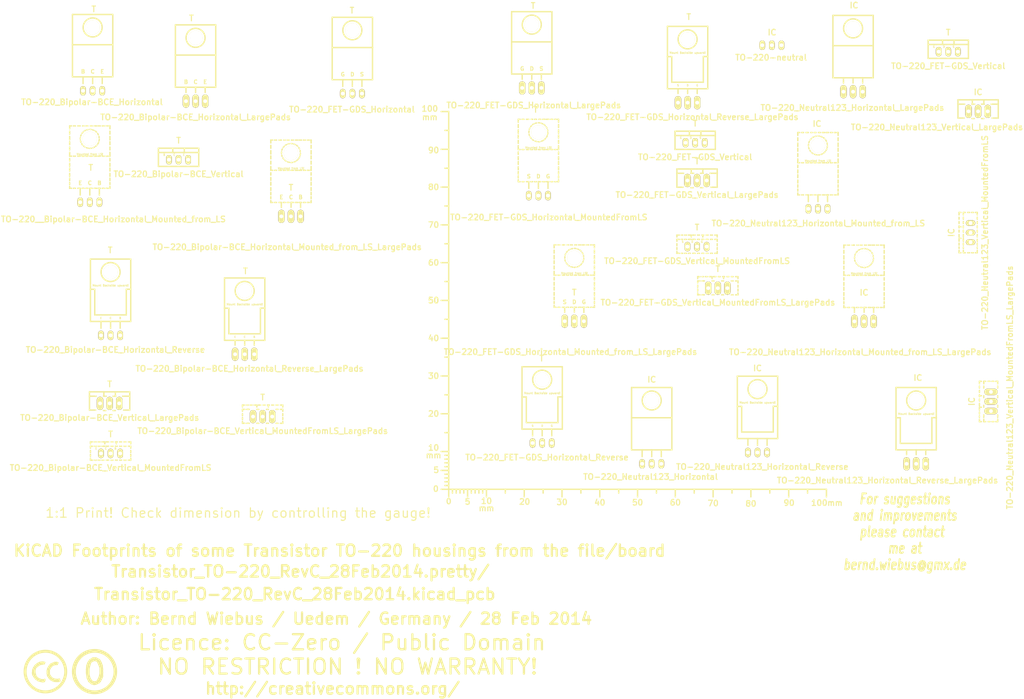
<source format=kicad_pcb>
(kicad_pcb (version 3) (host pcbnew "(2014-02-28 BZR 4727)-product")

  (general
    (links 0)
    (no_connects 0)
    (area -2.617818 11.37158 313.928036 198.9742)
    (thickness 1.6002)
    (drawings 8)
    (tracks 0)
    (zones 0)
    (modules 34)
    (nets 1)
  )

  (page A4)
  (layers
    (15 Vorderseite signal)
    (0 Rückseite signal)
    (16 B.Adhes user)
    (17 F.Adhes user)
    (18 B.Paste user)
    (19 F.Paste user)
    (20 B.SilkS user)
    (21 F.SilkS user)
    (22 B.Mask user)
    (23 F.Mask user)
    (24 Dwgs.User user)
    (25 Cmts.User user)
    (26 Eco1.User user)
    (27 Eco2.User user)
    (28 Edge.Cuts user)
  )

  (setup
    (last_trace_width 0.2032)
    (trace_clearance 0.254)
    (zone_clearance 0.508)
    (zone_45_only no)
    (trace_min 0.2032)
    (segment_width 0.2)
    (edge_width 0.15)
    (via_size 0.889)
    (via_drill 0.635)
    (via_min_size 0.889)
    (via_min_drill 0.508)
    (uvia_size 0.508)
    (uvia_drill 0.127)
    (uvias_allowed no)
    (uvia_min_size 0.508)
    (uvia_min_drill 0.127)
    (pcb_text_width 0.3)
    (pcb_text_size 1 1)
    (mod_edge_width 0.15)
    (mod_text_size 1 1)
    (mod_text_width 0.15)
    (pad_size 1 1)
    (pad_drill 0.6)
    (pad_to_mask_clearance 0)
    (aux_axis_origin 0 0)
    (visible_elements 7FFFFFFF)
    (pcbplotparams
      (layerselection 3178497)
      (usegerberextensions true)
      (excludeedgelayer true)
      (linewidth 0.150000)
      (plotframeref false)
      (viasonmask false)
      (mode 1)
      (useauxorigin false)
      (hpglpennumber 1)
      (hpglpenspeed 20)
      (hpglpendiameter 15)
      (hpglpenoverlay 0)
      (psnegative false)
      (psa4output false)
      (plotreference true)
      (plotvalue true)
      (plotothertext true)
      (plotinvisibletext false)
      (padsonsilk false)
      (subtractmaskfromsilk false)
      (outputformat 1)
      (mirror false)
      (drillshape 1)
      (scaleselection 1)
      (outputdirectory ""))
  )

  (net 0 "")

  (net_class Default "Dies ist die voreingestellte Netzklasse."
    (clearance 0.254)
    (trace_width 0.2032)
    (via_dia 0.889)
    (via_drill 0.635)
    (uvia_dia 0.508)
    (uvia_drill 0.127)
    (add_net "")
  )

  (module Gauge_100mm_Type2_SilkScreenTop_RevA_Date22Jun2010 (layer Vorderseite) (tedit 4D963937) (tstamp 4D88F07A)
    (at 132.75056 141.2494)
    (descr "Gauge, Massstab, 100mm, SilkScreenTop, Type 2,")
    (tags "Gauge, Massstab, 100mm, SilkScreenTop, Type 2,")
    (path Gauge_100mm_Type2_SilkScreenTop_RevA_Date22Jun2010)
    (fp_text reference MSC (at 4.0005 8.99922) (layer F.SilkS) hide
      (effects (font (thickness 0.3048)))
    )
    (fp_text value Gauge_100mm_Type2_SilkScreenTop_RevA_Date22Jun2010 (at 45.9994 8.99922) (layer F.SilkS) hide
      (effects (font (thickness 0.3048)))
    )
    (fp_text user mm (at 9.99998 5.00126) (layer F.SilkS)
      (effects (font (thickness 0.3048)))
    )
    (fp_text user mm (at -4.0005 -8.99922) (layer F.SilkS)
      (effects (font (thickness 0.3048)))
    )
    (fp_text user mm (at -5.00126 -98.5012) (layer F.SilkS)
      (effects (font (thickness 0.3048)))
    )
    (fp_text user 10 (at 10.00506 3.0988) (layer F.SilkS)
      (effects (font (size 1.50114 1.50114) (thickness 0.29972)))
    )
    (fp_text user 0 (at 0.00508 3.19786) (layer F.SilkS)
      (effects (font (size 1.39954 1.50114) (thickness 0.29972)))
    )
    (fp_text user 5 (at 5.0038 3.29946) (layer F.SilkS)
      (effects (font (size 1.50114 1.50114) (thickness 0.29972)))
    )
    (fp_text user 20 (at 20.1041 3.29946) (layer F.SilkS)
      (effects (font (size 1.50114 1.50114) (thickness 0.29972)))
    )
    (fp_text user 30 (at 30.00502 3.39852) (layer F.SilkS)
      (effects (font (size 1.50114 1.50114) (thickness 0.29972)))
    )
    (fp_text user 40 (at 40.005 3.50012) (layer F.SilkS)
      (effects (font (size 1.50114 1.50114) (thickness 0.29972)))
    )
    (fp_text user 50 (at 50.00498 3.50012) (layer F.SilkS)
      (effects (font (size 1.50114 1.50114) (thickness 0.29972)))
    )
    (fp_text user 60 (at 60.00496 3.50012) (layer F.SilkS)
      (effects (font (size 1.50114 1.50114) (thickness 0.29972)))
    )
    (fp_text user 70 (at 70.00494 3.70078) (layer F.SilkS)
      (effects (font (size 1.50114 1.50114) (thickness 0.29972)))
    )
    (fp_text user 80 (at 80.00492 3.79984) (layer F.SilkS)
      (effects (font (size 1.50114 1.50114) (thickness 0.29972)))
    )
    (fp_text user 90 (at 90.1065 3.60172) (layer F.SilkS)
      (effects (font (size 1.50114 1.50114) (thickness 0.29972)))
    )
    (fp_text user 100mm (at 100.10648 3.60172) (layer F.SilkS)
      (effects (font (size 1.50114 1.50114) (thickness 0.29972)))
    )
    (fp_line (start 0 -8.99922) (end -1.00076 -8.99922) (layer F.SilkS) (width 0.381))
    (fp_line (start 0 -8.001) (end -1.00076 -8.001) (layer F.SilkS) (width 0.381))
    (fp_line (start 0 -7.00024) (end -1.00076 -7.00024) (layer F.SilkS) (width 0.381))
    (fp_line (start 0 -5.99948) (end -1.00076 -5.99948) (layer F.SilkS) (width 0.381))
    (fp_line (start 0 -4.0005) (end -1.00076 -4.0005) (layer F.SilkS) (width 0.381))
    (fp_line (start 0 -2.99974) (end -1.00076 -2.99974) (layer F.SilkS) (width 0.381))
    (fp_line (start 0 -1.99898) (end -1.00076 -1.99898) (layer F.SilkS) (width 0.381))
    (fp_line (start 0 -1.00076) (end -1.00076 -1.00076) (layer F.SilkS) (width 0.381))
    (fp_line (start 0 0) (end -1.99898 0) (layer F.SilkS) (width 0.381))
    (fp_line (start 0 -5.00126) (end -1.99898 -5.00126) (layer F.SilkS) (width 0.381))
    (fp_line (start 0 -9.99998) (end -1.99898 -9.99998) (layer F.SilkS) (width 0.381))
    (fp_line (start 0 -15.00124) (end -1.00076 -15.00124) (layer F.SilkS) (width 0.381))
    (fp_line (start 0 -19.99996) (end -1.99898 -19.99996) (layer F.SilkS) (width 0.381))
    (fp_line (start 0 -25.00122) (end -1.00076 -25.00122) (layer F.SilkS) (width 0.381))
    (fp_line (start 0 -29.99994) (end -1.99898 -29.99994) (layer F.SilkS) (width 0.381))
    (fp_line (start 0 -35.0012) (end -1.00076 -35.0012) (layer F.SilkS) (width 0.381))
    (fp_line (start 0 -39.99992) (end -1.99898 -39.99992) (layer F.SilkS) (width 0.381))
    (fp_line (start 0 -45.00118) (end -1.00076 -45.00118) (layer F.SilkS) (width 0.381))
    (fp_line (start 0 -49.9999) (end -1.99898 -49.9999) (layer F.SilkS) (width 0.381))
    (fp_line (start 0 -55.00116) (end -1.00076 -55.00116) (layer F.SilkS) (width 0.381))
    (fp_line (start 0 -59.99988) (end -1.99898 -59.99988) (layer F.SilkS) (width 0.381))
    (fp_line (start 0 -65.00114) (end -1.00076 -65.00114) (layer F.SilkS) (width 0.381))
    (fp_line (start 0 -69.99986) (end -1.99898 -69.99986) (layer F.SilkS) (width 0.381))
    (fp_line (start 0 -75.00112) (end -1.00076 -75.00112) (layer F.SilkS) (width 0.381))
    (fp_line (start 0 -79.99984) (end -1.99898 -79.99984) (layer F.SilkS) (width 0.381))
    (fp_line (start 0 -85.0011) (end -1.00076 -85.0011) (layer F.SilkS) (width 0.381))
    (fp_line (start 0 -89.99982) (end -1.99898 -89.99982) (layer F.SilkS) (width 0.381))
    (fp_line (start 0 -95.00108) (end -1.00076 -95.00108) (layer F.SilkS) (width 0.381))
    (fp_line (start 0 0) (end 0 -99.9998) (layer F.SilkS) (width 0.381))
    (fp_line (start 0 -99.9998) (end -1.99898 -99.9998) (layer F.SilkS) (width 0.381))
    (fp_text user 100 (at -4.99872 -100.7491) (layer F.SilkS)
      (effects (font (size 1.50114 1.50114) (thickness 0.29972)))
    )
    (fp_text user 90 (at -4.0005 -89.7509) (layer F.SilkS)
      (effects (font (size 1.50114 1.50114) (thickness 0.29972)))
    )
    (fp_text user 80 (at -4.0005 -79.99984) (layer F.SilkS)
      (effects (font (size 1.50114 1.50114) (thickness 0.29972)))
    )
    (fp_text user 70 (at -4.0005 -69.99986) (layer F.SilkS)
      (effects (font (size 1.50114 1.50114) (thickness 0.29972)))
    )
    (fp_text user 60 (at -4.0005 -59.99988) (layer F.SilkS)
      (effects (font (size 1.50114 1.50114) (thickness 0.29972)))
    )
    (fp_text user 50 (at -4.0005 -49.9999) (layer F.SilkS)
      (effects (font (size 1.50114 1.50114) (thickness 0.34036)))
    )
    (fp_text user 40 (at -4.0005 -39.99992) (layer F.SilkS)
      (effects (font (size 1.50114 1.50114) (thickness 0.29972)))
    )
    (fp_text user 30 (at -4.0005 -29.99994) (layer F.SilkS)
      (effects (font (size 1.50114 1.50114) (thickness 0.29972)))
    )
    (fp_text user 20 (at -4.0005 -19.99996) (layer F.SilkS)
      (effects (font (size 1.50114 1.50114) (thickness 0.29972)))
    )
    (fp_line (start 95.00108 0) (end 95.00108 1.00076) (layer F.SilkS) (width 0.381))
    (fp_line (start 89.99982 0) (end 89.99982 1.99898) (layer F.SilkS) (width 0.381))
    (fp_line (start 85.0011 0) (end 85.0011 1.00076) (layer F.SilkS) (width 0.381))
    (fp_line (start 79.99984 0) (end 79.99984 1.99898) (layer F.SilkS) (width 0.381))
    (fp_line (start 75.00112 0) (end 75.00112 1.00076) (layer F.SilkS) (width 0.381))
    (fp_line (start 69.99986 0) (end 69.99986 1.99898) (layer F.SilkS) (width 0.381))
    (fp_line (start 65.00114 0) (end 65.00114 1.00076) (layer F.SilkS) (width 0.381))
    (fp_line (start 59.99988 0) (end 59.99988 1.99898) (layer F.SilkS) (width 0.381))
    (fp_line (start 55.00116 0) (end 55.00116 1.00076) (layer F.SilkS) (width 0.381))
    (fp_line (start 49.9999 0) (end 49.9999 1.99898) (layer F.SilkS) (width 0.381))
    (fp_line (start 45.00118 0) (end 45.00118 1.00076) (layer F.SilkS) (width 0.381))
    (fp_line (start 39.99992 0) (end 39.99992 1.99898) (layer F.SilkS) (width 0.381))
    (fp_line (start 35.0012 0) (end 35.0012 1.00076) (layer F.SilkS) (width 0.381))
    (fp_line (start 29.99994 0) (end 29.99994 1.99898) (layer F.SilkS) (width 0.381))
    (fp_line (start 25.00122 0) (end 25.00122 1.00076) (layer F.SilkS) (width 0.381))
    (fp_line (start 19.99996 0) (end 19.99996 1.99898) (layer F.SilkS) (width 0.381))
    (fp_line (start 15.00124 0) (end 15.00124 1.00076) (layer F.SilkS) (width 0.381))
    (fp_line (start 9.99998 0) (end 99.9998 0) (layer F.SilkS) (width 0.381))
    (fp_line (start 99.9998 0) (end 99.9998 1.99898) (layer F.SilkS) (width 0.381))
    (fp_text user 5 (at -3.302 -5.10286) (layer F.SilkS)
      (effects (font (size 1.50114 1.50114) (thickness 0.29972)))
    )
    (fp_text user 0 (at -3.4036 -0.10414) (layer F.SilkS)
      (effects (font (size 1.50114 1.50114) (thickness 0.29972)))
    )
    (fp_text user 10 (at -4.0005 -11.00074) (layer F.SilkS)
      (effects (font (size 1.50114 1.50114) (thickness 0.29972)))
    )
    (fp_line (start 8.99922 0) (end 8.99922 1.00076) (layer F.SilkS) (width 0.381))
    (fp_line (start 8.001 0) (end 8.001 1.00076) (layer F.SilkS) (width 0.381))
    (fp_line (start 7.00024 0) (end 7.00024 1.00076) (layer F.SilkS) (width 0.381))
    (fp_line (start 5.99948 0) (end 5.99948 1.00076) (layer F.SilkS) (width 0.381))
    (fp_line (start 4.0005 0) (end 4.0005 1.00076) (layer F.SilkS) (width 0.381))
    (fp_line (start 2.99974 0) (end 2.99974 1.00076) (layer F.SilkS) (width 0.381))
    (fp_line (start 1.99898 0) (end 1.99898 1.00076) (layer F.SilkS) (width 0.381))
    (fp_line (start 1.00076 0) (end 1.00076 1.00076) (layer F.SilkS) (width 0.381))
    (fp_line (start 5.00126 0) (end 5.00126 1.99898) (layer F.SilkS) (width 0.381))
    (fp_line (start 0 0) (end 0 1.99898) (layer F.SilkS) (width 0.381))
    (fp_line (start 0 0) (end 9.99998 0) (layer F.SilkS) (width 0.381))
    (fp_line (start 9.99998 0) (end 9.99998 1.99898) (layer F.SilkS) (width 0.381))
  )

  (module TO-220_Bipolar-BCE_Horizontal (layer Vorderseite) (tedit 50450D17) (tstamp 50450CD4)
    (at 38.49878 35.7505)
    (descr "TO-220, Bipolar-BCE, Horizontal,")
    (tags "TO-220, Bipolar-BCE, Horizontal,")
    (path TO-220_Bipolar-BCE_Horizontal)
    (fp_text reference T (at 0.29972 -21.60016) (layer F.SilkS)
      (effects (font (thickness 0.3048)))
    )
    (fp_text value TO-220_Bipolar-BCE_Horizontal (at -0.14986 2.99974) (layer F.SilkS)
      (effects (font (thickness 0.3048)))
    )
    (fp_text user E (at 2.54 -5.08) (layer F.SilkS)
      (effects (font (size 1.00076 1.00076) (thickness 0.25146)))
    )
    (fp_text user C (at 0 -5.08) (layer F.SilkS)
      (effects (font (size 1.00076 1.00076) (thickness 0.25146)))
    )
    (fp_text user B (at -2.54 -5.08) (layer F.SilkS)
      (effects (font (size 1.00076 1.00076) (thickness 0.25146)))
    )
    (fp_circle (center 0 -16.764) (end 1.778 -14.986) (layer F.SilkS) (width 0.381))
    (fp_line (start -2.54 -3.683) (end -2.54 -1.905) (layer F.SilkS) (width 0.381))
    (fp_line (start 0 -3.683) (end 0 -1.905) (layer F.SilkS) (width 0.381))
    (fp_line (start 2.54 -3.683) (end 2.54 -1.905) (layer F.SilkS) (width 0.381))
    (fp_line (start 5.334 -12.192) (end 5.334 -20.193) (layer F.SilkS) (width 0.381))
    (fp_line (start 5.334 -20.193) (end -5.334 -20.193) (layer F.SilkS) (width 0.381))
    (fp_line (start -5.334 -20.193) (end -5.334 -12.192) (layer F.SilkS) (width 0.381))
    (fp_line (start 5.334 -3.683) (end 5.334 -12.192) (layer F.SilkS) (width 0.381))
    (fp_line (start 5.334 -12.192) (end -5.334 -12.192) (layer F.SilkS) (width 0.381))
    (fp_line (start -5.334 -12.192) (end -5.334 -3.683) (layer F.SilkS) (width 0.381))
    (fp_line (start 0 -3.683) (end -5.334 -3.683) (layer F.SilkS) (width 0.381))
    (fp_line (start 0 -3.683) (end 5.334 -3.683) (layer F.SilkS) (width 0.381))
    (pad C thru_hole oval (at 0 0 90) (size 2.49936 1.50114) (drill 1.00076) (layers *.Cu *.Mask F.SilkS))
    (pad B thru_hole oval (at -2.54 0 90) (size 2.49936 1.50114) (drill 1.00076) (layers *.Cu *.Mask F.SilkS))
    (pad E thru_hole oval (at 2.54 0 90) (size 2.49936 1.50114) (drill 1.00076) (layers *.Cu *.Mask F.SilkS))
    (pad "" np_thru_hole circle (at 0 -16.764 90) (size 3.79984 3.79984) (drill 3.79984) (layers *.Cu *.Mask F.SilkS))
    (model Transistor_TO-220_Wings3d_RevB_03Sep2012/TO220-Horizontal_RevB_Faktor03937_03Sep2012.wrl
      (at (xyz 0 0 0))
      (scale (xyz 0.3937 0.3937 0.3937))
      (rotate (xyz 0 0 0))
    )
  )

  (module TO-220_Bipolar-BCE_Horizontal_LargePads (layer Vorderseite) (tedit 50450D1E) (tstamp 50450CEA)
    (at 65.7479 38.49878)
    (descr "TO-220, Bipolar-BCE, Horizontal, Large Pads,")
    (tags "TO-220, Bipolar-BCE, Horizontal, Large Pads,")
    (path TO-220_Bipolar-BCE_Horizontal_LargePads)
    (fp_text reference T (at -1.09982 -21.95068) (layer F.SilkS)
      (effects (font (thickness 0.3048)))
    )
    (fp_text value TO-220_Bipolar-BCE_Horizontal_LargePads (at 0 4.24942) (layer F.SilkS)
      (effects (font (thickness 0.3048)))
    )
    (fp_text user B (at -2.54 -5.08) (layer F.SilkS)
      (effects (font (size 1.00076 1.00076) (thickness 0.25146)))
    )
    (fp_text user E (at 2.54 -5.08) (layer F.SilkS)
      (effects (font (size 1.00076 1.00076) (thickness 0.25146)))
    )
    (fp_text user C (at 0 -5.08) (layer F.SilkS)
      (effects (font (size 1.00076 1.00076) (thickness 0.25146)))
    )
    (fp_line (start -2.54 -3.683) (end -2.54 -2.286) (layer F.SilkS) (width 0.381))
    (fp_line (start 0 -3.683) (end 0 -2.286) (layer F.SilkS) (width 0.381))
    (fp_line (start 2.54 -3.683) (end 2.54 -2.286) (layer F.SilkS) (width 0.381))
    (fp_circle (center 0 -16.764) (end 1.778 -14.986) (layer F.SilkS) (width 0.381))
    (fp_line (start 5.334 -12.192) (end 5.334 -20.193) (layer F.SilkS) (width 0.381))
    (fp_line (start 5.334 -20.193) (end -5.334 -20.193) (layer F.SilkS) (width 0.381))
    (fp_line (start -5.334 -20.193) (end -5.334 -12.192) (layer F.SilkS) (width 0.381))
    (fp_line (start 5.334 -3.683) (end 5.334 -12.192) (layer F.SilkS) (width 0.381))
    (fp_line (start 5.334 -12.192) (end -5.334 -12.192) (layer F.SilkS) (width 0.381))
    (fp_line (start -5.334 -12.192) (end -5.334 -3.683) (layer F.SilkS) (width 0.381))
    (fp_line (start 0 -3.683) (end -5.334 -3.683) (layer F.SilkS) (width 0.381))
    (fp_line (start 0 -3.683) (end 5.334 -3.683) (layer F.SilkS) (width 0.381))
    (pad C thru_hole oval (at 0 0 90) (size 3.50012 1.69926) (drill 1.00076) (layers *.Cu *.Mask F.SilkS))
    (pad B thru_hole oval (at -2.54 0 90) (size 3.50012 1.69926) (drill 1.00076) (layers *.Cu *.Mask F.SilkS))
    (pad E thru_hole oval (at 2.54 0 90) (size 3.50012 1.69926) (drill 1.00076) (layers *.Cu *.Mask F.SilkS))
    (pad "" np_thru_hole circle (at 0 -16.764 90) (size 3.79984 3.79984) (drill 3.79984) (layers *.Cu *.Mask F.SilkS))
    (model Transistor_TO-220_Wings3d_RevB_03Sep2012/TO220-Horizontal_RevB_Faktor03937_03Sep2012.wrl
      (at (xyz 0 0 0))
      (scale (xyz 0.3937 0.3937 0.3937))
      (rotate (xyz 0 0 0))
    )
  )

  (module TO-220_Bipolar-BCE_Horizontal_MountedFromLS (layer Vorderseite) (tedit 50450D0F) (tstamp 50450CF6)
    (at 37.74948 65.25006)
    (descr "TO-220, Bipolar-BCE, Horizontal, Mounted from LS,")
    (tags "TO-220, Bipolar-BCE, Horizontal, Mounted from LS,")
    (path TO-220_Bipolar-BCE_Horizontal_MountedFromLS)
    (fp_text reference T (at 0.254 -9.144) (layer F.SilkS)
      (effects (font (thickness 0.3048)))
    )
    (fp_text value TO-220__Bipolar-BCE_Horizontal_Mounted_from_LS (at 6.25094 4.50088) (layer F.SilkS)
      (effects (font (thickness 0.3048)))
    )
    (fp_text user E (at -2.54 -5.08) (layer F.SilkS)
      (effects (font (size 1.00076 1.00076) (thickness 0.25146)))
    )
    (fp_text user C (at 0 -5.08) (layer F.SilkS)
      (effects (font (size 1.00076 1.00076) (thickness 0.25146)))
    )
    (fp_text user B (at 2.54 -5.08) (layer F.SilkS)
      (effects (font (size 1.00076 1.00076) (thickness 0.25146)))
    )
    (fp_text user "Mounted from LS!" (at 0 -12.7) (layer F.SilkS)
      (effects (font (size 0.52324 0.52324) (thickness 0.13208)))
    )
    (fp_line (start -0.7874 -19.1516) (end -0.4572 -19.2278) (layer F.SilkS) (width 0.381))
    (fp_line (start -1.4986 -18.8214) (end -1.1684 -18.9992) (layer F.SilkS) (width 0.381))
    (fp_line (start -2.0574 -18.2372) (end -1.8034 -18.5166) (layer F.SilkS) (width 0.381))
    (fp_line (start -2.413 -17.526) (end -2.286 -17.8308) (layer F.SilkS) (width 0.381))
    (fp_line (start -2.5146 -16.6878) (end -2.4892 -17.0688) (layer F.SilkS) (width 0.381))
    (fp_line (start -2.3622 -15.9004) (end -2.4638 -16.2306) (layer F.SilkS) (width 0.381))
    (fp_line (start -1.9304 -15.1638) (end -2.1336 -15.4686) (layer F.SilkS) (width 0.381))
    (fp_line (start -1.3208 -14.6304) (end -1.6002 -14.8336) (layer F.SilkS) (width 0.381))
    (fp_line (start -0.4064 -14.3002) (end -0.889 -14.4272) (layer F.SilkS) (width 0.381))
    (fp_line (start 0.4064 -14.2748) (end 0 -14.2494) (layer F.SilkS) (width 0.381))
    (fp_line (start 1.2446 -14.5796) (end 0.8382 -14.4018) (layer F.SilkS) (width 0.381))
    (fp_line (start 1.8796 -15.113) (end 1.5748 -14.8082) (layer F.SilkS) (width 0.381))
    (fp_line (start 2.3368 -15.8242) (end 2.1336 -15.4432) (layer F.SilkS) (width 0.381))
    (fp_line (start 2.5146 -16.637) (end 2.4384 -16.2306) (layer F.SilkS) (width 0.381))
    (fp_line (start 2.4384 -17.399) (end 2.4638 -17.0688) (layer F.SilkS) (width 0.381))
    (fp_line (start 2.0828 -18.1864) (end 2.2606 -17.8562) (layer F.SilkS) (width 0.381))
    (fp_line (start 1.4986 -18.8214) (end 1.778 -18.542) (layer F.SilkS) (width 0.381))
    (fp_line (start 0.762 -19.1516) (end 1.1176 -18.9992) (layer F.SilkS) (width 0.381))
    (fp_line (start 0.0254 -19.2786) (end 0.3556 -19.2532) (layer F.SilkS) (width 0.381))
    (fp_line (start -5.334 -4.191) (end -5.334 -3.683) (layer F.SilkS) (width 0.381))
    (fp_line (start -5.334 -5.207) (end -5.334 -4.699) (layer F.SilkS) (width 0.381))
    (fp_line (start -5.334 -6.35) (end -5.334 -5.715) (layer F.SilkS) (width 0.381))
    (fp_line (start -5.334 -7.62) (end -5.334 -6.858) (layer F.SilkS) (width 0.381))
    (fp_line (start -5.334 -9.017) (end -5.334 -8.255) (layer F.SilkS) (width 0.381))
    (fp_line (start -5.334 -10.287) (end -5.334 -9.525) (layer F.SilkS) (width 0.381))
    (fp_line (start -5.334 -11.557) (end -5.334 -10.922) (layer F.SilkS) (width 0.381))
    (fp_line (start -5.334 -13.208) (end -5.334 -12.192) (layer F.SilkS) (width 0.381))
    (fp_line (start -5.334 -14.605) (end -5.334 -13.843) (layer F.SilkS) (width 0.381))
    (fp_line (start -5.334 -16.002) (end -5.334 -15.24) (layer F.SilkS) (width 0.381))
    (fp_line (start -5.334 -17.399) (end -5.334 -16.51) (layer F.SilkS) (width 0.381))
    (fp_line (start -5.334 -18.796) (end -5.334 -18.034) (layer F.SilkS) (width 0.381))
    (fp_line (start -5.334 -20.193) (end -5.334 -19.431) (layer F.SilkS) (width 0.381))
    (fp_line (start 5.334 -4.191) (end 5.334 -3.683) (layer F.SilkS) (width 0.381))
    (fp_line (start 5.334 -5.207) (end 5.334 -4.699) (layer F.SilkS) (width 0.381))
    (fp_line (start 5.334 -6.35) (end 5.334 -5.715) (layer F.SilkS) (width 0.381))
    (fp_line (start 5.334 -7.62) (end 5.334 -6.858) (layer F.SilkS) (width 0.381))
    (fp_line (start 5.334 -9.017) (end 5.334 -8.255) (layer F.SilkS) (width 0.381))
    (fp_line (start 5.334 -10.287) (end 5.334 -9.525) (layer F.SilkS) (width 0.381))
    (fp_line (start 5.334 -11.557) (end 5.334 -10.922) (layer F.SilkS) (width 0.381))
    (fp_line (start 5.334 -13.208) (end 5.334 -12.192) (layer F.SilkS) (width 0.381))
    (fp_line (start 5.334 -14.605) (end 5.334 -13.843) (layer F.SilkS) (width 0.381))
    (fp_line (start 5.334 -16.002) (end 5.334 -15.24) (layer F.SilkS) (width 0.381))
    (fp_line (start 5.334 -17.399) (end 5.334 -16.51) (layer F.SilkS) (width 0.381))
    (fp_line (start 5.334 -18.796) (end 5.334 -18.034) (layer F.SilkS) (width 0.381))
    (fp_line (start 5.334 -20.193) (end 5.334 -19.431) (layer F.SilkS) (width 0.381))
    (fp_line (start 5.08 -20.193) (end 5.334 -20.193) (layer F.SilkS) (width 0.381))
    (fp_line (start 4.318 -20.193) (end 4.699 -20.193) (layer F.SilkS) (width 0.381))
    (fp_line (start 3.302 -20.193) (end 3.81 -20.193) (layer F.SilkS) (width 0.381))
    (fp_line (start 2.159 -20.193) (end 2.794 -20.193) (layer F.SilkS) (width 0.381))
    (fp_line (start 1.143 -20.193) (end 1.778 -20.193) (layer F.SilkS) (width 0.381))
    (fp_line (start 0.127 -20.193) (end 0.635 -20.193) (layer F.SilkS) (width 0.381))
    (fp_line (start -1.016 -20.193) (end -0.508 -20.193) (layer F.SilkS) (width 0.381))
    (fp_line (start -1.905 -20.193) (end -1.524 -20.193) (layer F.SilkS) (width 0.381))
    (fp_line (start -3.175 -20.193) (end -2.54 -20.193) (layer F.SilkS) (width 0.381))
    (fp_line (start -4.318 -20.193) (end -3.81 -20.193) (layer F.SilkS) (width 0.381))
    (fp_line (start -5.334 -20.193) (end -4.826 -20.193) (layer F.SilkS) (width 0.381))
    (fp_line (start 5.08 -12.192) (end 5.334 -12.192) (layer F.SilkS) (width 0.381))
    (fp_line (start 4.318 -12.192) (end 4.699 -12.192) (layer F.SilkS) (width 0.381))
    (fp_line (start 3.302 -12.192) (end 3.81 -12.192) (layer F.SilkS) (width 0.381))
    (fp_line (start 2.159 -12.192) (end 2.794 -12.192) (layer F.SilkS) (width 0.381))
    (fp_line (start 1.143 -12.192) (end 1.778 -12.192) (layer F.SilkS) (width 0.381))
    (fp_line (start 0 -12.192) (end 0.635 -12.192) (layer F.SilkS) (width 0.381))
    (fp_line (start -1.016 -12.192) (end -0.508 -12.192) (layer F.SilkS) (width 0.381))
    (fp_line (start -2.032 -12.192) (end -1.524 -12.192) (layer F.SilkS) (width 0.381))
    (fp_line (start -3.175 -12.192) (end -2.54 -12.192) (layer F.SilkS) (width 0.381))
    (fp_line (start -4.318 -12.192) (end -3.81 -12.192) (layer F.SilkS) (width 0.381))
    (fp_line (start -5.334 -12.192) (end -4.826 -12.192) (layer F.SilkS) (width 0.381))
    (fp_line (start 5.08 -3.683) (end 5.334 -3.683) (layer F.SilkS) (width 0.381))
    (fp_line (start 4.318 -3.683) (end 4.699 -3.683) (layer F.SilkS) (width 0.381))
    (fp_line (start 3.302 -3.683) (end 3.81 -3.683) (layer F.SilkS) (width 0.381))
    (fp_line (start 2.159 -3.683) (end 2.794 -3.683) (layer F.SilkS) (width 0.381))
    (fp_line (start 1.143 -3.683) (end 1.778 -3.683) (layer F.SilkS) (width 0.381))
    (fp_line (start 0 -3.683) (end 0.635 -3.683) (layer F.SilkS) (width 0.381))
    (fp_line (start -1.016 -3.683) (end -0.508 -3.683) (layer F.SilkS) (width 0.381))
    (fp_line (start -2.032 -3.683) (end -1.524 -3.683) (layer F.SilkS) (width 0.381))
    (fp_line (start -3.175 -3.683) (end -2.54 -3.683) (layer F.SilkS) (width 0.381))
    (fp_line (start -4.318 -3.683) (end -3.81 -3.683) (layer F.SilkS) (width 0.381))
    (fp_line (start -5.334 -3.683) (end -4.826 -3.683) (layer F.SilkS) (width 0.381))
    (fp_line (start -2.54 -3.683) (end -2.54 -1.905) (layer F.SilkS) (width 0.381))
    (fp_line (start 0 -3.683) (end 0 -1.905) (layer F.SilkS) (width 0.381))
    (fp_line (start 2.54 -3.683) (end 2.54 -1.905) (layer F.SilkS) (width 0.381))
    (pad C thru_hole oval (at 0 0 90) (size 2.49936 1.50114) (drill 1.00076) (layers *.Cu *.Mask F.SilkS))
    (pad E thru_hole oval (at -2.54 0 90) (size 2.49936 1.50114) (drill 1.00076) (layers *.Cu *.Mask F.SilkS))
    (pad B thru_hole oval (at 2.54 0 90) (size 2.49936 1.50114) (drill 1.00076) (layers *.Cu *.Mask F.SilkS))
    (pad "" np_thru_hole circle (at 0 -16.764 90) (size 3.79984 3.79984) (drill 3.79984) (layers *.Cu *.Mask F.SilkS))
    (model Transistor_TO-220_Wings3d_RevB_03Sep2012/TO220-Horizontal_MountedFromSolderSide_RevB_Faktor03937_03Sep2012.wrl
      (at (xyz 0 0 0))
      (scale (xyz 0.3937 0.3937 0.3937))
      (rotate (xyz 0 0 0))
    )
  )

  (module TO-220_Bipolar-BCE_Horizontal_MountedFromLS_LargePads (layer Vorderseite) (tedit 50450DA6) (tstamp 50450D38)
    (at 91 69)
    (descr "TO-220, Bipolar-BCE, Horizontal, Mounted from LS, Large Pads,")
    (tags "TO-220, Bipolar-BCE, Horizontal, Mounted from LS, Large Pads,")
    (path TO-220_Bipolar-BCE_Horizontal_MountedFromLS_LargePads)
    (fp_text reference T (at 0 -7.62) (layer F.SilkS)
      (effects (font (thickness 0.3048)))
    )
    (fp_text value TO-220_Bipolar-BCE_Horizontal_Mounted_from_LS_LargePads (at -1.016 8.128) (layer F.SilkS)
      (effects (font (thickness 0.3048)))
    )
    (fp_text user E (at -2.54 -5.08) (layer F.SilkS)
      (effects (font (size 1.00076 1.00076) (thickness 0.25146)))
    )
    (fp_text user C (at 0 -5.08) (layer F.SilkS)
      (effects (font (size 1.00076 1.00076) (thickness 0.25146)))
    )
    (fp_text user B (at 2.54 -5.08) (layer F.SilkS)
      (effects (font (size 1.00076 1.00076) (thickness 0.25146)))
    )
    (fp_line (start 0.0254 -3.7084) (end 0.0254 -2.413) (layer F.SilkS) (width 0.381))
    (fp_line (start -2.54 -3.6576) (end -2.54 -2.3622) (layer F.SilkS) (width 0.381))
    (fp_line (start 2.54 -3.6576) (end 2.54 -2.3114) (layer F.SilkS) (width 0.381))
    (fp_text user "Mounted from LS!" (at 0 -12.7) (layer F.SilkS)
      (effects (font (size 0.52324 0.52324) (thickness 0.13208)))
    )
    (fp_line (start -0.7874 -19.1516) (end -0.4572 -19.2278) (layer F.SilkS) (width 0.381))
    (fp_line (start -1.4986 -18.8214) (end -1.1684 -18.9992) (layer F.SilkS) (width 0.381))
    (fp_line (start -2.0574 -18.2372) (end -1.8034 -18.5166) (layer F.SilkS) (width 0.381))
    (fp_line (start -2.413 -17.526) (end -2.286 -17.8308) (layer F.SilkS) (width 0.381))
    (fp_line (start -2.5146 -16.6878) (end -2.4892 -17.0688) (layer F.SilkS) (width 0.381))
    (fp_line (start -2.3622 -15.9004) (end -2.4638 -16.2306) (layer F.SilkS) (width 0.381))
    (fp_line (start -1.9304 -15.1638) (end -2.1336 -15.4686) (layer F.SilkS) (width 0.381))
    (fp_line (start -1.3208 -14.6304) (end -1.6002 -14.8336) (layer F.SilkS) (width 0.381))
    (fp_line (start -0.4064 -14.3002) (end -0.889 -14.4272) (layer F.SilkS) (width 0.381))
    (fp_line (start 0.4064 -14.2748) (end 0 -14.2494) (layer F.SilkS) (width 0.381))
    (fp_line (start 1.2446 -14.5796) (end 0.8382 -14.4018) (layer F.SilkS) (width 0.381))
    (fp_line (start 1.8796 -15.113) (end 1.5748 -14.8082) (layer F.SilkS) (width 0.381))
    (fp_line (start 2.3368 -15.8242) (end 2.1336 -15.4432) (layer F.SilkS) (width 0.381))
    (fp_line (start 2.5146 -16.637) (end 2.4384 -16.2306) (layer F.SilkS) (width 0.381))
    (fp_line (start 2.4384 -17.399) (end 2.4638 -17.0688) (layer F.SilkS) (width 0.381))
    (fp_line (start 2.0828 -18.1864) (end 2.2606 -17.8562) (layer F.SilkS) (width 0.381))
    (fp_line (start 1.4986 -18.8214) (end 1.778 -18.542) (layer F.SilkS) (width 0.381))
    (fp_line (start 0.762 -19.1516) (end 1.1176 -18.9992) (layer F.SilkS) (width 0.381))
    (fp_line (start 0.0254 -19.2786) (end 0.3556 -19.2532) (layer F.SilkS) (width 0.381))
    (fp_line (start -5.334 -4.191) (end -5.334 -3.683) (layer F.SilkS) (width 0.381))
    (fp_line (start -5.334 -5.207) (end -5.334 -4.699) (layer F.SilkS) (width 0.381))
    (fp_line (start -5.334 -6.35) (end -5.334 -5.715) (layer F.SilkS) (width 0.381))
    (fp_line (start -5.334 -7.62) (end -5.334 -6.858) (layer F.SilkS) (width 0.381))
    (fp_line (start -5.334 -9.017) (end -5.334 -8.255) (layer F.SilkS) (width 0.381))
    (fp_line (start -5.334 -10.287) (end -5.334 -9.525) (layer F.SilkS) (width 0.381))
    (fp_line (start -5.334 -11.557) (end -5.334 -10.922) (layer F.SilkS) (width 0.381))
    (fp_line (start -5.334 -13.208) (end -5.334 -12.192) (layer F.SilkS) (width 0.381))
    (fp_line (start -5.334 -14.605) (end -5.334 -13.843) (layer F.SilkS) (width 0.381))
    (fp_line (start -5.334 -16.002) (end -5.334 -15.24) (layer F.SilkS) (width 0.381))
    (fp_line (start -5.334 -17.399) (end -5.334 -16.51) (layer F.SilkS) (width 0.381))
    (fp_line (start -5.334 -18.796) (end -5.334 -18.034) (layer F.SilkS) (width 0.381))
    (fp_line (start -5.334 -20.193) (end -5.334 -19.431) (layer F.SilkS) (width 0.381))
    (fp_line (start 5.334 -4.191) (end 5.334 -3.683) (layer F.SilkS) (width 0.381))
    (fp_line (start 5.334 -5.207) (end 5.334 -4.699) (layer F.SilkS) (width 0.381))
    (fp_line (start 5.334 -6.35) (end 5.334 -5.715) (layer F.SilkS) (width 0.381))
    (fp_line (start 5.334 -7.62) (end 5.334 -6.858) (layer F.SilkS) (width 0.381))
    (fp_line (start 5.334 -9.017) (end 5.334 -8.255) (layer F.SilkS) (width 0.381))
    (fp_line (start 5.334 -10.287) (end 5.334 -9.525) (layer F.SilkS) (width 0.381))
    (fp_line (start 5.334 -11.557) (end 5.334 -10.922) (layer F.SilkS) (width 0.381))
    (fp_line (start 5.334 -13.208) (end 5.334 -12.192) (layer F.SilkS) (width 0.381))
    (fp_line (start 5.334 -14.605) (end 5.334 -13.843) (layer F.SilkS) (width 0.381))
    (fp_line (start 5.334 -16.002) (end 5.334 -15.24) (layer F.SilkS) (width 0.381))
    (fp_line (start 5.334 -17.399) (end 5.334 -16.51) (layer F.SilkS) (width 0.381))
    (fp_line (start 5.334 -18.796) (end 5.334 -18.034) (layer F.SilkS) (width 0.381))
    (fp_line (start 5.334 -20.193) (end 5.334 -19.431) (layer F.SilkS) (width 0.381))
    (fp_line (start 5.08 -20.193) (end 5.334 -20.193) (layer F.SilkS) (width 0.381))
    (fp_line (start 4.318 -20.193) (end 4.699 -20.193) (layer F.SilkS) (width 0.381))
    (fp_line (start 3.302 -20.193) (end 3.81 -20.193) (layer F.SilkS) (width 0.381))
    (fp_line (start 2.159 -20.193) (end 2.794 -20.193) (layer F.SilkS) (width 0.381))
    (fp_line (start 1.143 -20.193) (end 1.778 -20.193) (layer F.SilkS) (width 0.381))
    (fp_line (start 0.127 -20.193) (end 0.635 -20.193) (layer F.SilkS) (width 0.381))
    (fp_line (start -1.016 -20.193) (end -0.508 -20.193) (layer F.SilkS) (width 0.381))
    (fp_line (start -1.905 -20.193) (end -1.524 -20.193) (layer F.SilkS) (width 0.381))
    (fp_line (start -3.175 -20.193) (end -2.54 -20.193) (layer F.SilkS) (width 0.381))
    (fp_line (start -4.318 -20.193) (end -3.81 -20.193) (layer F.SilkS) (width 0.381))
    (fp_line (start -5.334 -20.193) (end -4.826 -20.193) (layer F.SilkS) (width 0.381))
    (fp_line (start 5.08 -12.192) (end 5.334 -12.192) (layer F.SilkS) (width 0.381))
    (fp_line (start 4.318 -12.192) (end 4.699 -12.192) (layer F.SilkS) (width 0.381))
    (fp_line (start 3.302 -12.192) (end 3.81 -12.192) (layer F.SilkS) (width 0.381))
    (fp_line (start 2.159 -12.192) (end 2.794 -12.192) (layer F.SilkS) (width 0.381))
    (fp_line (start 1.143 -12.192) (end 1.778 -12.192) (layer F.SilkS) (width 0.381))
    (fp_line (start 0 -12.192) (end 0.635 -12.192) (layer F.SilkS) (width 0.381))
    (fp_line (start -1.016 -12.192) (end -0.508 -12.192) (layer F.SilkS) (width 0.381))
    (fp_line (start -2.032 -12.192) (end -1.524 -12.192) (layer F.SilkS) (width 0.381))
    (fp_line (start -3.175 -12.192) (end -2.54 -12.192) (layer F.SilkS) (width 0.381))
    (fp_line (start -4.318 -12.192) (end -3.81 -12.192) (layer F.SilkS) (width 0.381))
    (fp_line (start -5.334 -12.192) (end -4.826 -12.192) (layer F.SilkS) (width 0.381))
    (fp_line (start 5.08 -3.683) (end 5.334 -3.683) (layer F.SilkS) (width 0.381))
    (fp_line (start 4.318 -3.683) (end 4.699 -3.683) (layer F.SilkS) (width 0.381))
    (fp_line (start 3.302 -3.683) (end 3.81 -3.683) (layer F.SilkS) (width 0.381))
    (fp_line (start 2.159 -3.683) (end 2.794 -3.683) (layer F.SilkS) (width 0.381))
    (fp_line (start 1.143 -3.683) (end 1.778 -3.683) (layer F.SilkS) (width 0.381))
    (fp_line (start 0 -3.683) (end 0.635 -3.683) (layer F.SilkS) (width 0.381))
    (fp_line (start -1.016 -3.683) (end -0.508 -3.683) (layer F.SilkS) (width 0.381))
    (fp_line (start -2.032 -3.683) (end -1.524 -3.683) (layer F.SilkS) (width 0.381))
    (fp_line (start -3.175 -3.683) (end -2.54 -3.683) (layer F.SilkS) (width 0.381))
    (fp_line (start -4.318 -3.683) (end -3.81 -3.683) (layer F.SilkS) (width 0.381))
    (fp_line (start -5.334 -3.683) (end -4.826 -3.683) (layer F.SilkS) (width 0.381))
    (pad C thru_hole oval (at 0 0 90) (size 3.50012 1.69926) (drill 1.00076) (layers *.Cu *.Mask F.SilkS))
    (pad E thru_hole oval (at -2.54 0 90) (size 3.50012 1.69926) (drill 1.00076) (layers *.Cu *.Mask F.SilkS))
    (pad B thru_hole oval (at 2.54 0 90) (size 3.50012 1.69926) (drill 1.00076) (layers *.Cu *.Mask F.SilkS))
    (pad "" np_thru_hole circle (at 0 -16.764 90) (size 3.79984 3.79984) (drill 3.79984) (layers *.Cu *.Mask F.SilkS))
    (model Transistor_TO-220_Wings3d_RevB_03Sep2012/TO220-Horizontal_MountedFromSolderSide_RevB_Faktor03937_03Sep2012.wrl
      (at (xyz 0 0 0))
      (scale (xyz 0.3937 0.3937 0.3937))
      (rotate (xyz 0 0 0))
    )
  )

  (module TO-220_Bipolar-BCE_Horizontal_Reverse (layer Vorderseite) (tedit 50450DAC) (tstamp 50450D49)
    (at 43.25112 100.50018)
    (descr "TO-220, Bipolar-BCE, Horizontal, Reverse,")
    (tags "TO-220, Bipolar-BCE, Horizontal,  Reverse,")
    (path TO-220_Bipolar-BCE_Horizontal_Reverse)
    (fp_text reference T (at -0.09906 -22.55012) (layer F.SilkS)
      (effects (font (thickness 0.3048)))
    )
    (fp_text value TO-220_Bipolar-BCE_Horizontal_Reverse (at 1.27 3.81) (layer F.SilkS)
      (effects (font (thickness 0.3048)))
    )
    (fp_text user E (at -2.54 -4.572) (layer F.SilkS)
      (effects (font (size 0.50038 0.50038) (thickness 0.12446)))
    )
    (fp_text user C (at 0 -4.572) (layer F.SilkS)
      (effects (font (size 0.50038 0.50038) (thickness 0.12446)))
    )
    (fp_text user B (at 2.54 -4.572) (layer F.SilkS)
      (effects (font (size 0.52324 0.52324) (thickness 0.13208)))
    )
    (fp_text user "Mount Backside upward!" (at 0 -13.208) (layer F.SilkS)
      (effects (font (size 0.52324 0.52324) (thickness 0.13208)))
    )
    (fp_line (start 4.1656 -12.2174) (end 5.3594 -12.2174) (layer F.SilkS) (width 0.381))
    (fp_line (start -4.191 -12.192) (end -5.334 -12.192) (layer F.SilkS) (width 0.381))
    (fp_line (start -4.191 -5.4102) (end -4.191 -12.1666) (layer F.SilkS) (width 0.381))
    (fp_line (start 4.1656 -12.192) (end 4.1656 -5.4102) (layer F.SilkS) (width 0.381))
    (fp_line (start 4.1656 -5.4102) (end -4.1656 -5.4102) (layer F.SilkS) (width 0.381))
    (fp_circle (center 0 -16.764) (end 1.778 -14.986) (layer F.SilkS) (width 0.381))
    (fp_line (start -2.54 -3.683) (end -2.54 -1.905) (layer F.SilkS) (width 0.381))
    (fp_line (start 0 -3.683) (end 0 -1.905) (layer F.SilkS) (width 0.381))
    (fp_line (start 2.54 -3.683) (end 2.54 -1.905) (layer F.SilkS) (width 0.381))
    (fp_line (start 5.334 -12.192) (end 5.334 -20.193) (layer F.SilkS) (width 0.381))
    (fp_line (start 5.334 -20.193) (end -5.334 -20.193) (layer F.SilkS) (width 0.381))
    (fp_line (start -5.334 -20.193) (end -5.334 -12.192) (layer F.SilkS) (width 0.381))
    (fp_line (start 5.334 -3.683) (end 5.334 -12.192) (layer F.SilkS) (width 0.381))
    (fp_line (start -5.334 -12.192) (end -5.334 -3.683) (layer F.SilkS) (width 0.381))
    (fp_line (start 0 -3.683) (end -5.334 -3.683) (layer F.SilkS) (width 0.381))
    (fp_line (start 0 -3.683) (end 5.334 -3.683) (layer F.SilkS) (width 0.381))
    (pad C thru_hole oval (at 0 0 90) (size 2.49936 1.50114) (drill 1.00076) (layers *.Cu *.Mask F.SilkS))
    (pad E thru_hole oval (at -2.54 0 90) (size 2.49936 1.50114) (drill 1.00076) (layers *.Cu *.Mask F.SilkS))
    (pad B thru_hole oval (at 2.54 0 90) (size 2.49936 1.50114) (drill 1.00076) (layers *.Cu *.Mask F.SilkS))
    (pad "" np_thru_hole circle (at 0 -16.764 90) (size 3.79984 3.79984) (drill 3.79984) (layers *.Cu *.Mask F.SilkS))
    (model Transistor_TO-220_Wings3d_RevB_03Sep2012/TO220-Horizontal_Reverse_RevB_Faktor03937_03Sep2012.wrl
      (at (xyz 0 0 0))
      (scale (xyz 0.3937 0.3937 0.3937))
      (rotate (xyz 0 0 0))
    )
  )

  (module TO-220_Bipolar-BCE_Horizontal_Reverse_LargePads (layer Vorderseite) (tedit 50450DB2) (tstamp 50450D56)
    (at 78.75016 105.4989)
    (descr "TO-220, Bipolar-BCE, Horizontal, Reverse, Large Pads,")
    (tags "TO-220, Bipolar-BCE, Horizontal,  Reverse, Large Pads,")
    (path TO-220_Bipolar-BCE_Horizontal_Reverse_LargePads)
    (fp_text reference T (at 0.20066 -21.99894) (layer F.SilkS)
      (effects (font (thickness 0.3048)))
    )
    (fp_text value TO-220_Bipolar-BCE_Horizontal_Reverse_LargePads (at 1.27 3.81) (layer F.SilkS)
      (effects (font (thickness 0.3048)))
    )
    (fp_text user E (at -2.54 -4.572) (layer F.SilkS)
      (effects (font (size 0.50038 0.50038) (thickness 0.12446)))
    )
    (fp_text user C (at 0 -4.572) (layer F.SilkS)
      (effects (font (size 0.50038 0.50038) (thickness 0.12446)))
    )
    (fp_text user B (at 2.54 -4.572) (layer F.SilkS)
      (effects (font (size 0.50038 0.50038) (thickness 0.12446)))
    )
    (fp_line (start -2.54 -3.683) (end -2.54 -2.413) (layer F.SilkS) (width 0.381))
    (fp_line (start 0 -3.683) (end 0 -2.413) (layer F.SilkS) (width 0.381))
    (fp_line (start 2.54 -3.683) (end 2.54 -2.413) (layer F.SilkS) (width 0.381))
    (fp_text user "Mount Backside upward!" (at 0 -13.208) (layer F.SilkS)
      (effects (font (size 0.52324 0.52324) (thickness 0.13208)))
    )
    (fp_line (start 4.1656 -12.2174) (end 5.3594 -12.2174) (layer F.SilkS) (width 0.381))
    (fp_line (start -4.191 -12.192) (end -5.334 -12.192) (layer F.SilkS) (width 0.381))
    (fp_line (start -4.191 -5.4102) (end -4.191 -12.1666) (layer F.SilkS) (width 0.381))
    (fp_line (start 4.1656 -12.192) (end 4.1656 -5.4102) (layer F.SilkS) (width 0.381))
    (fp_line (start 4.1656 -5.4102) (end -4.1656 -5.4102) (layer F.SilkS) (width 0.381))
    (fp_circle (center 0 -16.764) (end 1.778 -14.986) (layer F.SilkS) (width 0.381))
    (fp_line (start 5.334 -12.192) (end 5.334 -20.193) (layer F.SilkS) (width 0.381))
    (fp_line (start 5.334 -20.193) (end -5.334 -20.193) (layer F.SilkS) (width 0.381))
    (fp_line (start -5.334 -20.193) (end -5.334 -12.192) (layer F.SilkS) (width 0.381))
    (fp_line (start 5.334 -3.683) (end 5.334 -12.192) (layer F.SilkS) (width 0.381))
    (fp_line (start -5.334 -12.192) (end -5.334 -3.683) (layer F.SilkS) (width 0.381))
    (fp_line (start 0 -3.683) (end -5.334 -3.683) (layer F.SilkS) (width 0.381))
    (fp_line (start 0 -3.683) (end 5.334 -3.683) (layer F.SilkS) (width 0.381))
    (pad C thru_hole oval (at 0 0 90) (size 3.50012 1.69926) (drill 1.00076) (layers *.Cu *.Mask F.SilkS))
    (pad E thru_hole oval (at -2.54 0 90) (size 3.50012 1.69926) (drill 1.00076) (layers *.Cu *.Mask F.SilkS))
    (pad B thru_hole oval (at 2.54 0 90) (size 3.50012 1.69926) (drill 1.00076) (layers *.Cu *.Mask F.SilkS))
    (pad "" np_thru_hole circle (at 0 -16.764 90) (size 3.79984 3.79984) (drill 3.79984) (layers *.Cu *.Mask F.SilkS))
    (model Transistor_TO-220_Wings3d_RevB_03Sep2012/TO220-Horizontal_Reverse_RevB_Faktor03937_03Sep2012.wrl
      (at (xyz 0 0 0))
      (scale (xyz 0.3937 0.3937 0.3937))
      (rotate (xyz 0 0 0))
    )
  )

  (module TO-220_Bipolar-BCE_Vertical (layer Vorderseite) (tedit 50450DA0) (tstamp 50450D8A)
    (at 61.24956 54.0004)
    (descr "TO-220, Bipolar-BCE, Vertical,")
    (tags "TO-220, Bipolar-BCE, Vertical,")
    (path TO-220_Bipolar-BCE_Vertical)
    (fp_text reference T (at 0 -5.08) (layer F.SilkS)
      (effects (font (thickness 0.3048)))
    )
    (fp_text value TO-220_Bipolar-BCE_Vertical (at 0 3.81) (layer F.SilkS)
      (effects (font (thickness 0.3048)))
    )
    (fp_text user E (at 1.397 -1.27) (layer F.SilkS)
      (effects (font (size 0.50038 0.50038) (thickness 0.12446)))
    )
    (fp_text user C (at -1.143 -1.27) (layer F.SilkS)
      (effects (font (size 0.50038 0.50038) (thickness 0.12446)))
    )
    (fp_text user B (at -3.81 -1.27) (layer F.SilkS)
      (effects (font (size 0.50038 0.50038) (thickness 0.12446)))
    )
    (fp_line (start -1.524 -3.048) (end -1.524 -1.905) (layer F.SilkS) (width 0.381))
    (fp_line (start 1.524 -3.048) (end 1.524 -1.905) (layer F.SilkS) (width 0.381))
    (fp_line (start 5.334 -1.905) (end 5.334 1.778) (layer F.SilkS) (width 0.381))
    (fp_line (start 5.334 1.778) (end -5.334 1.778) (layer F.SilkS) (width 0.381))
    (fp_line (start -5.334 1.778) (end -5.334 -1.905) (layer F.SilkS) (width 0.381))
    (fp_line (start 5.334 -3.048) (end 5.334 -1.905) (layer F.SilkS) (width 0.381))
    (fp_line (start 5.334 -1.905) (end -5.334 -1.905) (layer F.SilkS) (width 0.381))
    (fp_line (start -5.334 -1.905) (end -5.334 -3.048) (layer F.SilkS) (width 0.381))
    (fp_line (start 0 -3.048) (end -5.334 -3.048) (layer F.SilkS) (width 0.381))
    (fp_line (start 0 -3.048) (end 5.334 -3.048) (layer F.SilkS) (width 0.381))
    (pad C thru_hole oval (at 0 0 90) (size 2.49936 1.50114) (drill 1.00076) (layers *.Cu *.Mask F.SilkS))
    (pad B thru_hole oval (at -2.54 0 90) (size 2.49936 1.50114) (drill 1.00076) (layers *.Cu *.Mask F.SilkS))
    (pad E thru_hole oval (at 2.54 0 90) (size 2.49936 1.50114) (drill 1.00076) (layers *.Cu *.Mask F.SilkS))
    (model Transistor_TO-220_Wings3d_RevB_03Sep2012/TO220-vert_RevB_Faktor03937_03Sep2012.wrl
      (at (xyz 0 0 0))
      (scale (xyz 0.3937 0.3937 0.3937))
      (rotate (xyz 0 0 0))
    )
  )

  (module TO-220_Bipolar-BCE_Vertical_LargePads (layer Vorderseite) (tedit 50450DFF) (tstamp 50450DC9)
    (at 42.99966 118.50116)
    (descr "TO-220, Bipolar-BCE, Vertical, Large Pads,")
    (tags "TO-220, Bipolar-BCE, Vertical, Large Pads,")
    (path TO-220_Bipolar-BCE_Vertical_LargePads)
    (fp_text reference T (at 0 -5.08) (layer F.SilkS)
      (effects (font (thickness 0.3048)))
    )
    (fp_text value TO-220_Bipolar-BCE_Vertical_LargePads (at 0 3.81) (layer F.SilkS)
      (effects (font (thickness 0.3048)))
    )
    (fp_line (start 5.334 -1.905) (end 3.429 -1.905) (layer F.SilkS) (width 0.381))
    (fp_line (start 0.889 -1.905) (end 1.651 -1.905) (layer F.SilkS) (width 0.381))
    (fp_line (start -1.524 -1.905) (end -1.651 -1.905) (layer F.SilkS) (width 0.381))
    (fp_line (start -1.524 -1.905) (end -0.889 -1.905) (layer F.SilkS) (width 0.381))
    (fp_line (start -5.334 -1.905) (end -3.556 -1.905) (layer F.SilkS) (width 0.381))
    (fp_line (start -5.334 1.778) (end -3.683 1.778) (layer F.SilkS) (width 0.381))
    (fp_line (start -1.016 1.905) (end -1.651 1.905) (layer F.SilkS) (width 0.381))
    (fp_line (start 1.524 1.905) (end 0.889 1.905) (layer F.SilkS) (width 0.381))
    (fp_line (start 5.334 1.778) (end 3.683 1.778) (layer F.SilkS) (width 0.381))
    (fp_line (start -1.524 -3.048) (end -1.524 -1.905) (layer F.SilkS) (width 0.381))
    (fp_line (start 1.524 -3.048) (end 1.524 -1.905) (layer F.SilkS) (width 0.381))
    (fp_line (start 5.334 -1.905) (end 5.334 1.778) (layer F.SilkS) (width 0.381))
    (fp_line (start -5.334 1.778) (end -5.334 -1.905) (layer F.SilkS) (width 0.381))
    (fp_line (start 5.334 -3.048) (end 5.334 -1.905) (layer F.SilkS) (width 0.381))
    (fp_line (start -5.334 -1.905) (end -5.334 -3.048) (layer F.SilkS) (width 0.381))
    (fp_line (start 0 -3.048) (end -5.334 -3.048) (layer F.SilkS) (width 0.381))
    (fp_line (start 0 -3.048) (end 5.334 -3.048) (layer F.SilkS) (width 0.381))
    (pad C thru_hole oval (at 0 0 90) (size 3.50012 1.69926) (drill 1.00076) (layers *.Cu *.Mask F.SilkS))
    (pad B thru_hole oval (at -2.54 0 90) (size 3.50012 1.69926) (drill 1.00076) (layers *.Cu *.Mask F.SilkS))
    (pad E thru_hole oval (at 2.54 0 90) (size 3.50012 1.69926) (drill 1.00076) (layers *.Cu *.Mask F.SilkS))
    (model Transistor_TO-220_Wings3d_RevB_03Sep2012/TO220-vert_RevB_Faktor03937_03Sep2012.wrl
      (at (xyz 0 0 0))
      (scale (xyz 0.3937 0.3937 0.3937))
      (rotate (xyz 0 0 0))
    )
  )

  (module TO-220_Bipolar-BCE_Vertical_MountedFromLS (layer Vorderseite) (tedit 50450E08) (tstamp 50450DEA)
    (at 43.25112 131.7498)
    (descr "TO-220, Bipolar-BCE, Vertical, Mounted from LS,")
    (tags "TO-220, Bipolar-BCE, Vertical, Mounted from LS,")
    (path TO-220_Bipolar-BCE_Vertical_MountedFromLS)
    (fp_text reference T (at 0 -5.08) (layer F.SilkS)
      (effects (font (thickness 0.3048)))
    )
    (fp_text value TO-220_Bipolar-BCE_Vertical_MountedFromLS (at 0 3.81) (layer F.SilkS)
      (effects (font (thickness 0.3048)))
    )
    (fp_text user B (at 1.27 -1.27) (layer F.SilkS)
      (effects (font (size 0.50038 0.50038) (thickness 0.12446)))
    )
    (fp_text user C (at -1.27 -1.27) (layer F.SilkS)
      (effects (font (size 0.50038 0.50038) (thickness 0.12446)))
    )
    (fp_text user E (at -3.81 -1.27) (layer F.SilkS)
      (effects (font (size 0.50038 0.50038) (thickness 0.12446)))
    )
    (fp_line (start -1.524 -3.048) (end -1.524 -2.54) (layer F.SilkS) (width 0.381))
    (fp_line (start 1.524 -3.048) (end 1.524 -2.54) (layer F.SilkS) (width 0.381))
    (fp_line (start 4.699 -1.905) (end 5.334 -1.905) (layer F.SilkS) (width 0.381))
    (fp_line (start 3.556 -1.905) (end 4.064 -1.905) (layer F.SilkS) (width 0.381))
    (fp_line (start 2.413 -1.905) (end 2.921 -1.905) (layer F.SilkS) (width 0.381))
    (fp_line (start 1.27 -1.905) (end 1.778 -1.905) (layer F.SilkS) (width 0.381))
    (fp_line (start 0.127 -1.905) (end 0.635 -1.905) (layer F.SilkS) (width 0.381))
    (fp_line (start -1.143 -1.905) (end -0.508 -1.905) (layer F.SilkS) (width 0.381))
    (fp_line (start -4.699 -1.905) (end -5.334 -1.905) (layer F.SilkS) (width 0.381))
    (fp_line (start -3.81 -1.905) (end -4.191 -1.905) (layer F.SilkS) (width 0.381))
    (fp_line (start -2.794 -1.905) (end -3.302 -1.905) (layer F.SilkS) (width 0.381))
    (fp_line (start -1.524 -1.905) (end -2.286 -1.905) (layer F.SilkS) (width 0.381))
    (fp_line (start 4.699 -3.048) (end 5.334 -3.048) (layer F.SilkS) (width 0.381))
    (fp_line (start 3.556 -3.048) (end 4.064 -3.048) (layer F.SilkS) (width 0.381))
    (fp_line (start 2.413 -3.048) (end 2.921 -3.048) (layer F.SilkS) (width 0.381))
    (fp_line (start 1.27 -3.048) (end 1.778 -3.048) (layer F.SilkS) (width 0.381))
    (fp_line (start 0.127 -3.048) (end 0.635 -3.048) (layer F.SilkS) (width 0.381))
    (fp_line (start -1.143 -3.048) (end -0.508 -3.048) (layer F.SilkS) (width 0.381))
    (fp_line (start -2.286 -3.048) (end -1.651 -3.048) (layer F.SilkS) (width 0.381))
    (fp_line (start -3.302 -3.048) (end -2.794 -3.048) (layer F.SilkS) (width 0.381))
    (fp_line (start -4.191 -3.048) (end -3.81 -3.048) (layer F.SilkS) (width 0.381))
    (fp_line (start -5.334 -3.048) (end -4.699 -3.048) (layer F.SilkS) (width 0.381))
    (fp_line (start 5.334 1.27) (end 5.334 1.778) (layer F.SilkS) (width 0.381))
    (fp_line (start 5.334 0.254) (end 5.334 0.762) (layer F.SilkS) (width 0.381))
    (fp_line (start 5.334 -0.762) (end 5.334 -0.254) (layer F.SilkS) (width 0.381))
    (fp_line (start 5.334 -1.905) (end 5.334 -1.397) (layer F.SilkS) (width 0.381))
    (fp_line (start 5.334 -3.048) (end 5.334 -2.54) (layer F.SilkS) (width 0.381))
    (fp_line (start -5.334 -2.54) (end -5.334 -3.048) (layer F.SilkS) (width 0.381))
    (fp_line (start -5.334 -1.397) (end -5.334 -1.905) (layer F.SilkS) (width 0.381))
    (fp_line (start -5.334 -0.254) (end -5.334 -0.762) (layer F.SilkS) (width 0.381))
    (fp_line (start -5.334 0.762) (end -5.334 0.254) (layer F.SilkS) (width 0.381))
    (fp_line (start -5.334 1.778) (end -5.334 1.27) (layer F.SilkS) (width 0.381))
    (fp_line (start 4.699 1.778) (end 5.334 1.778) (layer F.SilkS) (width 0.381))
    (fp_line (start 3.556 1.778) (end 4.064 1.778) (layer F.SilkS) (width 0.381))
    (fp_line (start 2.413 1.778) (end 2.921 1.778) (layer F.SilkS) (width 0.381))
    (fp_line (start 1.27 1.778) (end 1.778 1.778) (layer F.SilkS) (width 0.381))
    (fp_line (start 0.127 1.778) (end 0.635 1.778) (layer F.SilkS) (width 0.381))
    (fp_line (start -1.143 1.778) (end -0.508 1.778) (layer F.SilkS) (width 0.381))
    (fp_line (start -2.286 1.778) (end -1.778 1.778) (layer F.SilkS) (width 0.381))
    (fp_line (start -3.302 1.778) (end -2.794 1.778) (layer F.SilkS) (width 0.381))
    (fp_line (start -4.191 1.778) (end -3.81 1.778) (layer F.SilkS) (width 0.381))
    (fp_line (start -5.334 1.778) (end -4.953 1.778) (layer F.SilkS) (width 0.381))
    (fp_line (start -4.953 1.778) (end -4.699 1.778) (layer F.SilkS) (width 0.381))
    (pad C thru_hole oval (at 0 0 90) (size 2.49936 1.50114) (drill 1.00076) (layers *.Cu *.Mask F.SilkS))
    (pad E thru_hole oval (at -2.54 0 90) (size 2.49936 1.50114) (drill 1.00076) (layers *.Cu *.Mask F.SilkS))
    (pad B thru_hole oval (at 2.54 0 90) (size 2.49936 1.50114) (drill 1.00076) (layers *.Cu *.Mask F.SilkS))
    (model Transistor_TO-220_Wings3d_RevB_03Sep2012/TO220-vert_Mirrored_RevB_Faktor03937_03Sep2012.wrl
      (at (xyz 0 0 0))
      (scale (xyz 0.3937 0.3937 0.3937))
      (rotate (xyz 1 1 1))
    )
  )

  (module TO-220_Bipolar-BCE_Vertical_MountedFromLS_LargePads (layer Vorderseite) (tedit 532F6082) (tstamp 50450E54)
    (at 83.49996 121.99874)
    (descr "TO-220, Bipolar-BCE, Vertical, Mounted from LS, large Pads,")
    (tags "TO-220, Bipolar-BCE, Vertical, Mounted from LS, large Pads,")
    (path TO-220_Bipolar-BCE_Vertical_MountedFromLS_LargePads)
    (fp_text reference T (at 0 -5.08) (layer F.SilkS)
      (effects (font (thickness 0.3048)))
    )
    (fp_text value TO-220_Bipolar-BCE_Vertical_MountedFromLS_LargePads (at 0 3.81) (layer F.SilkS)
      (effects (font (thickness 0.3048)))
    )
    (fp_line (start -3.556 1.778) (end -4.191 1.778) (layer F.SilkS) (width 0.381))
    (fp_line (start -1.016 1.778) (end -1.524 1.778) (layer F.SilkS) (width 0.381))
    (fp_line (start 1.524 1.778) (end 1.016 1.778) (layer F.SilkS) (width 0.381))
    (fp_line (start 1.016 -1.905) (end 1.524 -1.905) (layer F.SilkS) (width 0.381))
    (fp_line (start -1.524 -1.905) (end -1.016 -1.905) (layer F.SilkS) (width 0.381))
    (fp_line (start -3.81 -1.905) (end -3.556 -1.905) (layer F.SilkS) (width 0.381))
    (fp_line (start -1.524 -3.048) (end -1.524 -2.54) (layer F.SilkS) (width 0.381))
    (fp_line (start 1.524 -3.048) (end 1.524 -2.54) (layer F.SilkS) (width 0.381))
    (fp_line (start 4.699 -1.905) (end 5.334 -1.905) (layer F.SilkS) (width 0.381))
    (fp_line (start 3.556 -1.905) (end 4.064 -1.905) (layer F.SilkS) (width 0.381))
    (fp_line (start -4.699 -1.905) (end -5.334 -1.905) (layer F.SilkS) (width 0.381))
    (fp_line (start -3.81 -1.905) (end -4.191 -1.905) (layer F.SilkS) (width 0.381))
    (fp_line (start 4.699 -3.048) (end 5.334 -3.048) (layer F.SilkS) (width 0.381))
    (fp_line (start 3.556 -3.048) (end 4.064 -3.048) (layer F.SilkS) (width 0.381))
    (fp_line (start 2.413 -3.048) (end 2.921 -3.048) (layer F.SilkS) (width 0.381))
    (fp_line (start 1.27 -3.048) (end 1.778 -3.048) (layer F.SilkS) (width 0.381))
    (fp_line (start 0.127 -3.048) (end 0.635 -3.048) (layer F.SilkS) (width 0.381))
    (fp_line (start -1.143 -3.048) (end -0.508 -3.048) (layer F.SilkS) (width 0.381))
    (fp_line (start -2.286 -3.048) (end -1.651 -3.048) (layer F.SilkS) (width 0.381))
    (fp_line (start -3.302 -3.048) (end -2.794 -3.048) (layer F.SilkS) (width 0.381))
    (fp_line (start -4.191 -3.048) (end -3.81 -3.048) (layer F.SilkS) (width 0.381))
    (fp_line (start -5.334 -3.048) (end -4.699 -3.048) (layer F.SilkS) (width 0.381))
    (fp_line (start 5.334 1.27) (end 5.334 1.778) (layer F.SilkS) (width 0.381))
    (fp_line (start 5.334 0.254) (end 5.334 0.762) (layer F.SilkS) (width 0.381))
    (fp_line (start 5.334 -0.762) (end 5.334 -0.254) (layer F.SilkS) (width 0.381))
    (fp_line (start 5.334 -1.905) (end 5.334 -1.397) (layer F.SilkS) (width 0.381))
    (fp_line (start 5.334 -3.048) (end 5.334 -2.54) (layer F.SilkS) (width 0.381))
    (fp_line (start -5.334 -2.54) (end -5.334 -3.048) (layer F.SilkS) (width 0.381))
    (fp_line (start -5.334 -1.397) (end -5.334 -1.905) (layer F.SilkS) (width 0.381))
    (fp_line (start -5.334 -0.254) (end -5.334 -0.762) (layer F.SilkS) (width 0.381))
    (fp_line (start -5.334 0.762) (end -5.334 0.254) (layer F.SilkS) (width 0.381))
    (fp_line (start -5.334 1.778) (end -5.334 1.27) (layer F.SilkS) (width 0.381))
    (fp_line (start 4.699 1.778) (end 5.334 1.778) (layer F.SilkS) (width 0.381))
    (fp_line (start 3.556 1.778) (end 4.064 1.778) (layer F.SilkS) (width 0.381))
    (fp_line (start -5.334 1.778) (end -4.953 1.778) (layer F.SilkS) (width 0.381))
    (fp_line (start -4.953 1.778) (end -4.699 1.778) (layer F.SilkS) (width 0.381))
    (pad C thru_hole oval (at 0 0 90) (size 3.50012 1.69926) (drill 1.00076) (layers *.Cu *.Mask F.SilkS))
    (pad E thru_hole oval (at -2.54 0 90) (size 3.50012 1.69926) (drill 1.00076) (layers *.Cu *.Mask F.SilkS))
    (pad B thru_hole oval (at 2.54 0 90) (size 3.50012 1.69926) (drill 1.00076) (layers *.Cu *.Mask F.SilkS))
    (model Transistor_TO-220_Wings3d_RevB_03Sep2012/TO220-vert_Mirrored_RevB_Faktor03937_03Sep2012.wrl
      (at (xyz 0 0 0))
      (scale (xyz 0.3937 0.3937 0.3937))
      (rotate (xyz 0 0 0))
    )
  )

  (module TO-220_FET-GDS_Horizontal (layer Vorderseite) (tedit 50450F05) (tstamp 50450E76)
    (at 107.2515 36.4998)
    (descr "TO-220, FET-GDS, Horizontal,")
    (tags "TO-220, FET-GDS, Horizontal,")
    (path TO-220_FET-GDS_Horizontal)
    (fp_text reference T (at -0.09906 -21.99894) (layer F.SilkS)
      (effects (font (thickness 0.3048)))
    )
    (fp_text value TO-220_FET-GDS_Horizontal (at -0.09906 4.20116) (layer F.SilkS)
      (effects (font (thickness 0.3048)))
    )
    (fp_text user S (at 2.54 -5.08) (layer F.SilkS)
      (effects (font (size 1.00076 1.00076) (thickness 0.25146)))
    )
    (fp_text user D (at 0 -5.08) (layer F.SilkS)
      (effects (font (size 1.00076 1.00076) (thickness 0.25146)))
    )
    (fp_text user G (at -2.54 -5.08) (layer F.SilkS)
      (effects (font (size 1.00076 1.00076) (thickness 0.25146)))
    )
    (fp_circle (center 0 -16.764) (end 1.778 -14.986) (layer F.SilkS) (width 0.381))
    (fp_line (start -2.54 -3.683) (end -2.54 -1.905) (layer F.SilkS) (width 0.381))
    (fp_line (start 0 -3.683) (end 0 -1.905) (layer F.SilkS) (width 0.381))
    (fp_line (start 2.54 -3.683) (end 2.54 -1.905) (layer F.SilkS) (width 0.381))
    (fp_line (start 5.334 -12.192) (end 5.334 -20.193) (layer F.SilkS) (width 0.381))
    (fp_line (start 5.334 -20.193) (end -5.334 -20.193) (layer F.SilkS) (width 0.381))
    (fp_line (start -5.334 -20.193) (end -5.334 -12.192) (layer F.SilkS) (width 0.381))
    (fp_line (start 5.334 -3.683) (end 5.334 -12.192) (layer F.SilkS) (width 0.381))
    (fp_line (start 5.334 -12.192) (end -5.334 -12.192) (layer F.SilkS) (width 0.381))
    (fp_line (start -5.334 -12.192) (end -5.334 -3.683) (layer F.SilkS) (width 0.381))
    (fp_line (start 0 -3.683) (end -5.334 -3.683) (layer F.SilkS) (width 0.381))
    (fp_line (start 0 -3.683) (end 5.334 -3.683) (layer F.SilkS) (width 0.381))
    (pad D thru_hole oval (at 0 0 90) (size 2.49936 1.50114) (drill 1.00076) (layers *.Cu *.Mask F.SilkS))
    (pad G thru_hole oval (at -2.54 0 90) (size 2.49936 1.50114) (drill 1.00076) (layers *.Cu *.Mask F.SilkS))
    (pad S thru_hole oval (at 2.54 0 90) (size 2.49936 1.50114) (drill 1.00076) (layers *.Cu *.Mask F.SilkS))
    (pad "" np_thru_hole circle (at 0 -16.764 90) (size 3.79984 3.79984) (drill 3.79984) (layers *.Cu *.Mask F.SilkS))
    (model Transistor_TO-220_Wings3d_RevB_03Sep2012/TO220-Horizontal_RevB_Faktor03937_03Sep2012.wrl
      (at (xyz 0 0 0))
      (scale (xyz 0.3937 0.3937 0.3937))
      (rotate (xyz 0 0 0))
    )
  )

  (module TO-220_FET-GDS_Horizontal_LargePads (layer Vorderseite) (tedit 50450F0C) (tstamp 50450E8C)
    (at 154.7495 35.0012)
    (descr "TO-220, FET-GDS, Horizontal, Large Pads,")
    (tags "TO-220, FET-GDS, Horizontal, Large Pads,")
    (path TO-220_FET-GDS_Horizontal_LargePads)
    (fp_text reference T (at 0.35052 -21.75002) (layer F.SilkS)
      (effects (font (thickness 0.3048)))
    )
    (fp_text value TO-220_FET-GDS_Horizontal_LargePads (at 0.50038 4.59994) (layer F.SilkS)
      (effects (font (thickness 0.3048)))
    )
    (fp_text user G (at -2.54 -5.08) (layer F.SilkS)
      (effects (font (size 1.00076 1.00076) (thickness 0.25146)))
    )
    (fp_text user S (at 2.54 -5.08) (layer F.SilkS)
      (effects (font (size 1.00076 1.00076) (thickness 0.25146)))
    )
    (fp_text user D (at 0 -5.08) (layer F.SilkS)
      (effects (font (size 1.00076 1.00076) (thickness 0.25146)))
    )
    (fp_line (start -2.54 -3.683) (end -2.54 -2.286) (layer F.SilkS) (width 0.381))
    (fp_line (start 0 -3.683) (end 0 -2.286) (layer F.SilkS) (width 0.381))
    (fp_line (start 2.54 -3.683) (end 2.54 -2.286) (layer F.SilkS) (width 0.381))
    (fp_circle (center 0 -16.764) (end 1.778 -14.986) (layer F.SilkS) (width 0.381))
    (fp_line (start 5.334 -12.192) (end 5.334 -20.193) (layer F.SilkS) (width 0.381))
    (fp_line (start 5.334 -20.193) (end -5.334 -20.193) (layer F.SilkS) (width 0.381))
    (fp_line (start -5.334 -20.193) (end -5.334 -12.192) (layer F.SilkS) (width 0.381))
    (fp_line (start 5.334 -3.683) (end 5.334 -12.192) (layer F.SilkS) (width 0.381))
    (fp_line (start 5.334 -12.192) (end -5.334 -12.192) (layer F.SilkS) (width 0.381))
    (fp_line (start -5.334 -12.192) (end -5.334 -3.683) (layer F.SilkS) (width 0.381))
    (fp_line (start 0 -3.683) (end -5.334 -3.683) (layer F.SilkS) (width 0.381))
    (fp_line (start 0 -3.683) (end 5.334 -3.683) (layer F.SilkS) (width 0.381))
    (pad D thru_hole oval (at 0 0 90) (size 3.50012 1.69926) (drill 1.00076) (layers *.Cu *.Mask F.SilkS))
    (pad G thru_hole oval (at -2.54 0 90) (size 3.50012 1.69926) (drill 1.00076) (layers *.Cu *.Mask F.SilkS))
    (pad S thru_hole oval (at 2.54 0 90) (size 3.50012 1.69926) (drill 1.00076) (layers *.Cu *.Mask F.SilkS))
    (pad "" np_thru_hole circle (at 0 -16.764 90) (size 3.79984 3.79984) (drill 3.79984) (layers *.Cu *.Mask F.SilkS))
    (model Transistor_TO-220_Wings3d_RevB_03Sep2012/TO220-vert_RevB_Faktor03937_03Sep2012.wrl
      (at (xyz 0 0 0))
      (scale (xyz 0.3937 0.3937 0.3937))
      (rotate (xyz 0 0 0))
    )
  )

  (module TO-220_FET-GDS_Horizontal_MountedFromLS (layer Vorderseite) (tedit 50450F23) (tstamp 50450EB8)
    (at 156.5 63.5)
    (descr "TO-220, Bipolar-BCE, Horizontal, Mounted from LS,")
    (tags "TO-220, Bipolar-BCE, Horizontal, Mounted from LS,")
    (path TO-220_FET-GDS_Horizontal_MountedFromLS)
    (fp_text reference T (at -0.7493 -22.75078) (layer F.SilkS)
      (effects (font (thickness 0.3048)))
    )
    (fp_text value TO-220_FET-GDS_Horizontal_MountedFromLS (at 2.75082 5.75056) (layer F.SilkS)
      (effects (font (thickness 0.3048)))
    )
    (fp_text user S (at -2.54 -5.08) (layer F.SilkS)
      (effects (font (size 1.00076 1.00076) (thickness 0.25146)))
    )
    (fp_text user D (at 0 -5.08) (layer F.SilkS)
      (effects (font (size 1.00076 1.00076) (thickness 0.25146)))
    )
    (fp_text user G (at 2.54 -5.08) (layer F.SilkS)
      (effects (font (size 1.00076 1.00076) (thickness 0.25146)))
    )
    (fp_text user "Mounted from LS!" (at 0 -12.7) (layer F.SilkS)
      (effects (font (size 0.52324 0.52324) (thickness 0.13208)))
    )
    (fp_line (start -0.7874 -19.1516) (end -0.4572 -19.2278) (layer F.SilkS) (width 0.381))
    (fp_line (start -1.4986 -18.8214) (end -1.1684 -18.9992) (layer F.SilkS) (width 0.381))
    (fp_line (start -2.0574 -18.2372) (end -1.8034 -18.5166) (layer F.SilkS) (width 0.381))
    (fp_line (start -2.413 -17.526) (end -2.286 -17.8308) (layer F.SilkS) (width 0.381))
    (fp_line (start -2.5146 -16.6878) (end -2.4892 -17.0688) (layer F.SilkS) (width 0.381))
    (fp_line (start -2.3622 -15.9004) (end -2.4638 -16.2306) (layer F.SilkS) (width 0.381))
    (fp_line (start -1.9304 -15.1638) (end -2.1336 -15.4686) (layer F.SilkS) (width 0.381))
    (fp_line (start -1.3208 -14.6304) (end -1.6002 -14.8336) (layer F.SilkS) (width 0.381))
    (fp_line (start -0.4064 -14.3002) (end -0.889 -14.4272) (layer F.SilkS) (width 0.381))
    (fp_line (start 0.4064 -14.2748) (end 0 -14.2494) (layer F.SilkS) (width 0.381))
    (fp_line (start 1.2446 -14.5796) (end 0.8382 -14.4018) (layer F.SilkS) (width 0.381))
    (fp_line (start 1.8796 -15.113) (end 1.5748 -14.8082) (layer F.SilkS) (width 0.381))
    (fp_line (start 2.3368 -15.8242) (end 2.1336 -15.4432) (layer F.SilkS) (width 0.381))
    (fp_line (start 2.5146 -16.637) (end 2.4384 -16.2306) (layer F.SilkS) (width 0.381))
    (fp_line (start 2.4384 -17.399) (end 2.4638 -17.0688) (layer F.SilkS) (width 0.381))
    (fp_line (start 2.0828 -18.1864) (end 2.2606 -17.8562) (layer F.SilkS) (width 0.381))
    (fp_line (start 1.4986 -18.8214) (end 1.778 -18.542) (layer F.SilkS) (width 0.381))
    (fp_line (start 0.762 -19.1516) (end 1.1176 -18.9992) (layer F.SilkS) (width 0.381))
    (fp_line (start 0.0254 -19.2786) (end 0.3556 -19.2532) (layer F.SilkS) (width 0.381))
    (fp_line (start -5.334 -4.191) (end -5.334 -3.683) (layer F.SilkS) (width 0.381))
    (fp_line (start -5.334 -5.207) (end -5.334 -4.699) (layer F.SilkS) (width 0.381))
    (fp_line (start -5.334 -6.35) (end -5.334 -5.715) (layer F.SilkS) (width 0.381))
    (fp_line (start -5.334 -7.62) (end -5.334 -6.858) (layer F.SilkS) (width 0.381))
    (fp_line (start -5.334 -9.017) (end -5.334 -8.255) (layer F.SilkS) (width 0.381))
    (fp_line (start -5.334 -10.287) (end -5.334 -9.525) (layer F.SilkS) (width 0.381))
    (fp_line (start -5.334 -11.557) (end -5.334 -10.922) (layer F.SilkS) (width 0.381))
    (fp_line (start -5.334 -13.208) (end -5.334 -12.192) (layer F.SilkS) (width 0.381))
    (fp_line (start -5.334 -14.605) (end -5.334 -13.843) (layer F.SilkS) (width 0.381))
    (fp_line (start -5.334 -16.002) (end -5.334 -15.24) (layer F.SilkS) (width 0.381))
    (fp_line (start -5.334 -17.399) (end -5.334 -16.51) (layer F.SilkS) (width 0.381))
    (fp_line (start -5.334 -18.796) (end -5.334 -18.034) (layer F.SilkS) (width 0.381))
    (fp_line (start -5.334 -20.193) (end -5.334 -19.431) (layer F.SilkS) (width 0.381))
    (fp_line (start 5.334 -4.191) (end 5.334 -3.683) (layer F.SilkS) (width 0.381))
    (fp_line (start 5.334 -5.207) (end 5.334 -4.699) (layer F.SilkS) (width 0.381))
    (fp_line (start 5.334 -6.35) (end 5.334 -5.715) (layer F.SilkS) (width 0.381))
    (fp_line (start 5.334 -7.62) (end 5.334 -6.858) (layer F.SilkS) (width 0.381))
    (fp_line (start 5.334 -9.017) (end 5.334 -8.255) (layer F.SilkS) (width 0.381))
    (fp_line (start 5.334 -10.287) (end 5.334 -9.525) (layer F.SilkS) (width 0.381))
    (fp_line (start 5.334 -11.557) (end 5.334 -10.922) (layer F.SilkS) (width 0.381))
    (fp_line (start 5.334 -13.208) (end 5.334 -12.192) (layer F.SilkS) (width 0.381))
    (fp_line (start 5.334 -14.605) (end 5.334 -13.843) (layer F.SilkS) (width 0.381))
    (fp_line (start 5.334 -16.002) (end 5.334 -15.24) (layer F.SilkS) (width 0.381))
    (fp_line (start 5.334 -17.399) (end 5.334 -16.51) (layer F.SilkS) (width 0.381))
    (fp_line (start 5.334 -18.796) (end 5.334 -18.034) (layer F.SilkS) (width 0.381))
    (fp_line (start 5.334 -20.193) (end 5.334 -19.431) (layer F.SilkS) (width 0.381))
    (fp_line (start 5.08 -20.193) (end 5.334 -20.193) (layer F.SilkS) (width 0.381))
    (fp_line (start 4.318 -20.193) (end 4.699 -20.193) (layer F.SilkS) (width 0.381))
    (fp_line (start 3.302 -20.193) (end 3.81 -20.193) (layer F.SilkS) (width 0.381))
    (fp_line (start 2.159 -20.193) (end 2.794 -20.193) (layer F.SilkS) (width 0.381))
    (fp_line (start 1.143 -20.193) (end 1.778 -20.193) (layer F.SilkS) (width 0.381))
    (fp_line (start 0.127 -20.193) (end 0.635 -20.193) (layer F.SilkS) (width 0.381))
    (fp_line (start -1.016 -20.193) (end -0.508 -20.193) (layer F.SilkS) (width 0.381))
    (fp_line (start -1.905 -20.193) (end -1.524 -20.193) (layer F.SilkS) (width 0.381))
    (fp_line (start -3.175 -20.193) (end -2.54 -20.193) (layer F.SilkS) (width 0.381))
    (fp_line (start -4.318 -20.193) (end -3.81 -20.193) (layer F.SilkS) (width 0.381))
    (fp_line (start -5.334 -20.193) (end -4.826 -20.193) (layer F.SilkS) (width 0.381))
    (fp_line (start 5.08 -12.192) (end 5.334 -12.192) (layer F.SilkS) (width 0.381))
    (fp_line (start 4.318 -12.192) (end 4.699 -12.192) (layer F.SilkS) (width 0.381))
    (fp_line (start 3.302 -12.192) (end 3.81 -12.192) (layer F.SilkS) (width 0.381))
    (fp_line (start 2.159 -12.192) (end 2.794 -12.192) (layer F.SilkS) (width 0.381))
    (fp_line (start 1.143 -12.192) (end 1.778 -12.192) (layer F.SilkS) (width 0.381))
    (fp_line (start 0 -12.192) (end 0.635 -12.192) (layer F.SilkS) (width 0.381))
    (fp_line (start -1.016 -12.192) (end -0.508 -12.192) (layer F.SilkS) (width 0.381))
    (fp_line (start -2.032 -12.192) (end -1.524 -12.192) (layer F.SilkS) (width 0.381))
    (fp_line (start -3.175 -12.192) (end -2.54 -12.192) (layer F.SilkS) (width 0.381))
    (fp_line (start -4.318 -12.192) (end -3.81 -12.192) (layer F.SilkS) (width 0.381))
    (fp_line (start -5.334 -12.192) (end -4.826 -12.192) (layer F.SilkS) (width 0.381))
    (fp_line (start 5.08 -3.683) (end 5.334 -3.683) (layer F.SilkS) (width 0.381))
    (fp_line (start 4.318 -3.683) (end 4.699 -3.683) (layer F.SilkS) (width 0.381))
    (fp_line (start 3.302 -3.683) (end 3.81 -3.683) (layer F.SilkS) (width 0.381))
    (fp_line (start 2.159 -3.683) (end 2.794 -3.683) (layer F.SilkS) (width 0.381))
    (fp_line (start 1.143 -3.683) (end 1.778 -3.683) (layer F.SilkS) (width 0.381))
    (fp_line (start 0 -3.683) (end 0.635 -3.683) (layer F.SilkS) (width 0.381))
    (fp_line (start -1.016 -3.683) (end -0.508 -3.683) (layer F.SilkS) (width 0.381))
    (fp_line (start -2.032 -3.683) (end -1.524 -3.683) (layer F.SilkS) (width 0.381))
    (fp_line (start -3.175 -3.683) (end -2.54 -3.683) (layer F.SilkS) (width 0.381))
    (fp_line (start -4.318 -3.683) (end -3.81 -3.683) (layer F.SilkS) (width 0.381))
    (fp_line (start -5.334 -3.683) (end -4.826 -3.683) (layer F.SilkS) (width 0.381))
    (fp_line (start -2.54 -3.683) (end -2.54 -1.905) (layer F.SilkS) (width 0.381))
    (fp_line (start 0 -3.683) (end 0 -1.905) (layer F.SilkS) (width 0.381))
    (fp_line (start 2.54 -3.683) (end 2.54 -1.905) (layer F.SilkS) (width 0.381))
    (pad D thru_hole oval (at 0 0 90) (size 2.49936 1.50114) (drill 1.00076) (layers *.Cu *.Mask F.SilkS))
    (pad S thru_hole oval (at -2.54 0 90) (size 2.49936 1.50114) (drill 1.00076) (layers *.Cu *.Mask F.SilkS))
    (pad G thru_hole oval (at 2.54 0 90) (size 2.49936 1.50114) (drill 1.00076) (layers *.Cu *.Mask F.SilkS))
    (pad "" np_thru_hole circle (at 0 -16.764 90) (size 3.79984 3.79984) (drill 3.79984) (layers *.Cu *.Mask F.SilkS))
    (model Transistor_TO-220_Wings3d_RevB_03Sep2012/TO220-Horizontal_MountedFromSolderSide_RevB_Faktor03937_03Sep2012.wrl
      (at (xyz 0 0 0))
      (scale (xyz 0.3937 0.3937 0.3937))
      (rotate (xyz 0 0 0))
    )
  )

  (module TO-220_FET-GDS_Horizontal_MountedFromLS_LargePads (layer Vorderseite) (tedit 50450FB8) (tstamp 50450F5F)
    (at 165.99916 96.75114)
    (descr "TO-220, FET-GDS, Horizontal, Mounted from LS, Large Pads,")
    (tags "TO-220, FET-GDS, Horizontal, Mounted from LS, Large Pads,")
    (path TO-220_FET-GDS_Horizontal_MountedFromLS_LargePads)
    (fp_text reference T (at 0 -7.62) (layer F.SilkS)
      (effects (font (thickness 0.3048)))
    )
    (fp_text value TO-220_FET-GDS_Horizontal_Mounted_from_LS_LargePads (at -1.016 8.128) (layer F.SilkS)
      (effects (font (thickness 0.3048)))
    )
    (fp_text user S (at -2.54 -5.08) (layer F.SilkS)
      (effects (font (size 1.00076 1.00076) (thickness 0.25146)))
    )
    (fp_text user D (at 0 -5.08) (layer F.SilkS)
      (effects (font (size 1.00076 1.00076) (thickness 0.25146)))
    )
    (fp_text user G (at 2.54 -5.08) (layer F.SilkS)
      (effects (font (size 1.00076 1.00076) (thickness 0.25146)))
    )
    (fp_line (start 0.0254 -3.7084) (end 0.0254 -2.413) (layer F.SilkS) (width 0.381))
    (fp_line (start -2.54 -3.6576) (end -2.54 -2.3622) (layer F.SilkS) (width 0.381))
    (fp_line (start 2.54 -3.6576) (end 2.54 -2.3114) (layer F.SilkS) (width 0.381))
    (fp_text user "Mounted from LS!" (at 0 -12.7) (layer F.SilkS)
      (effects (font (size 0.52324 0.52324) (thickness 0.13208)))
    )
    (fp_line (start -0.7874 -19.1516) (end -0.4572 -19.2278) (layer F.SilkS) (width 0.381))
    (fp_line (start -1.4986 -18.8214) (end -1.1684 -18.9992) (layer F.SilkS) (width 0.381))
    (fp_line (start -2.0574 -18.2372) (end -1.8034 -18.5166) (layer F.SilkS) (width 0.381))
    (fp_line (start -2.413 -17.526) (end -2.286 -17.8308) (layer F.SilkS) (width 0.381))
    (fp_line (start -2.5146 -16.6878) (end -2.4892 -17.0688) (layer F.SilkS) (width 0.381))
    (fp_line (start -2.3622 -15.9004) (end -2.4638 -16.2306) (layer F.SilkS) (width 0.381))
    (fp_line (start -1.9304 -15.1638) (end -2.1336 -15.4686) (layer F.SilkS) (width 0.381))
    (fp_line (start -1.3208 -14.6304) (end -1.6002 -14.8336) (layer F.SilkS) (width 0.381))
    (fp_line (start -0.4064 -14.3002) (end -0.889 -14.4272) (layer F.SilkS) (width 0.381))
    (fp_line (start 0.4064 -14.2748) (end 0 -14.2494) (layer F.SilkS) (width 0.381))
    (fp_line (start 1.2446 -14.5796) (end 0.8382 -14.4018) (layer F.SilkS) (width 0.381))
    (fp_line (start 1.8796 -15.113) (end 1.5748 -14.8082) (layer F.SilkS) (width 0.381))
    (fp_line (start 2.3368 -15.8242) (end 2.1336 -15.4432) (layer F.SilkS) (width 0.381))
    (fp_line (start 2.5146 -16.637) (end 2.4384 -16.2306) (layer F.SilkS) (width 0.381))
    (fp_line (start 2.4384 -17.399) (end 2.4638 -17.0688) (layer F.SilkS) (width 0.381))
    (fp_line (start 2.0828 -18.1864) (end 2.2606 -17.8562) (layer F.SilkS) (width 0.381))
    (fp_line (start 1.4986 -18.8214) (end 1.778 -18.542) (layer F.SilkS) (width 0.381))
    (fp_line (start 0.762 -19.1516) (end 1.1176 -18.9992) (layer F.SilkS) (width 0.381))
    (fp_line (start 0.0254 -19.2786) (end 0.3556 -19.2532) (layer F.SilkS) (width 0.381))
    (fp_line (start -5.334 -4.191) (end -5.334 -3.683) (layer F.SilkS) (width 0.381))
    (fp_line (start -5.334 -5.207) (end -5.334 -4.699) (layer F.SilkS) (width 0.381))
    (fp_line (start -5.334 -6.35) (end -5.334 -5.715) (layer F.SilkS) (width 0.381))
    (fp_line (start -5.334 -7.62) (end -5.334 -6.858) (layer F.SilkS) (width 0.381))
    (fp_line (start -5.334 -9.017) (end -5.334 -8.255) (layer F.SilkS) (width 0.381))
    (fp_line (start -5.334 -10.287) (end -5.334 -9.525) (layer F.SilkS) (width 0.381))
    (fp_line (start -5.334 -11.557) (end -5.334 -10.922) (layer F.SilkS) (width 0.381))
    (fp_line (start -5.334 -13.208) (end -5.334 -12.192) (layer F.SilkS) (width 0.381))
    (fp_line (start -5.334 -14.605) (end -5.334 -13.843) (layer F.SilkS) (width 0.381))
    (fp_line (start -5.334 -16.002) (end -5.334 -15.24) (layer F.SilkS) (width 0.381))
    (fp_line (start -5.334 -17.399) (end -5.334 -16.51) (layer F.SilkS) (width 0.381))
    (fp_line (start -5.334 -18.796) (end -5.334 -18.034) (layer F.SilkS) (width 0.381))
    (fp_line (start -5.334 -20.193) (end -5.334 -19.431) (layer F.SilkS) (width 0.381))
    (fp_line (start 5.334 -4.191) (end 5.334 -3.683) (layer F.SilkS) (width 0.381))
    (fp_line (start 5.334 -5.207) (end 5.334 -4.699) (layer F.SilkS) (width 0.381))
    (fp_line (start 5.334 -6.35) (end 5.334 -5.715) (layer F.SilkS) (width 0.381))
    (fp_line (start 5.334 -7.62) (end 5.334 -6.858) (layer F.SilkS) (width 0.381))
    (fp_line (start 5.334 -9.017) (end 5.334 -8.255) (layer F.SilkS) (width 0.381))
    (fp_line (start 5.334 -10.287) (end 5.334 -9.525) (layer F.SilkS) (width 0.381))
    (fp_line (start 5.334 -11.557) (end 5.334 -10.922) (layer F.SilkS) (width 0.381))
    (fp_line (start 5.334 -13.208) (end 5.334 -12.192) (layer F.SilkS) (width 0.381))
    (fp_line (start 5.334 -14.605) (end 5.334 -13.843) (layer F.SilkS) (width 0.381))
    (fp_line (start 5.334 -16.002) (end 5.334 -15.24) (layer F.SilkS) (width 0.381))
    (fp_line (start 5.334 -17.399) (end 5.334 -16.51) (layer F.SilkS) (width 0.381))
    (fp_line (start 5.334 -18.796) (end 5.334 -18.034) (layer F.SilkS) (width 0.381))
    (fp_line (start 5.334 -20.193) (end 5.334 -19.431) (layer F.SilkS) (width 0.381))
    (fp_line (start 5.08 -20.193) (end 5.334 -20.193) (layer F.SilkS) (width 0.381))
    (fp_line (start 4.318 -20.193) (end 4.699 -20.193) (layer F.SilkS) (width 0.381))
    (fp_line (start 3.302 -20.193) (end 3.81 -20.193) (layer F.SilkS) (width 0.381))
    (fp_line (start 2.159 -20.193) (end 2.794 -20.193) (layer F.SilkS) (width 0.381))
    (fp_line (start 1.143 -20.193) (end 1.778 -20.193) (layer F.SilkS) (width 0.381))
    (fp_line (start 0.127 -20.193) (end 0.635 -20.193) (layer F.SilkS) (width 0.381))
    (fp_line (start -1.016 -20.193) (end -0.508 -20.193) (layer F.SilkS) (width 0.381))
    (fp_line (start -1.905 -20.193) (end -1.524 -20.193) (layer F.SilkS) (width 0.381))
    (fp_line (start -3.175 -20.193) (end -2.54 -20.193) (layer F.SilkS) (width 0.381))
    (fp_line (start -4.318 -20.193) (end -3.81 -20.193) (layer F.SilkS) (width 0.381))
    (fp_line (start -5.334 -20.193) (end -4.826 -20.193) (layer F.SilkS) (width 0.381))
    (fp_line (start 5.08 -12.192) (end 5.334 -12.192) (layer F.SilkS) (width 0.381))
    (fp_line (start 4.318 -12.192) (end 4.699 -12.192) (layer F.SilkS) (width 0.381))
    (fp_line (start 3.302 -12.192) (end 3.81 -12.192) (layer F.SilkS) (width 0.381))
    (fp_line (start 2.159 -12.192) (end 2.794 -12.192) (layer F.SilkS) (width 0.381))
    (fp_line (start 1.143 -12.192) (end 1.778 -12.192) (layer F.SilkS) (width 0.381))
    (fp_line (start 0 -12.192) (end 0.635 -12.192) (layer F.SilkS) (width 0.381))
    (fp_line (start -1.016 -12.192) (end -0.508 -12.192) (layer F.SilkS) (width 0.381))
    (fp_line (start -2.032 -12.192) (end -1.524 -12.192) (layer F.SilkS) (width 0.381))
    (fp_line (start -3.175 -12.192) (end -2.54 -12.192) (layer F.SilkS) (width 0.381))
    (fp_line (start -4.318 -12.192) (end -3.81 -12.192) (layer F.SilkS) (width 0.381))
    (fp_line (start -5.334 -12.192) (end -4.826 -12.192) (layer F.SilkS) (width 0.381))
    (fp_line (start 5.08 -3.683) (end 5.334 -3.683) (layer F.SilkS) (width 0.381))
    (fp_line (start 4.318 -3.683) (end 4.699 -3.683) (layer F.SilkS) (width 0.381))
    (fp_line (start 3.302 -3.683) (end 3.81 -3.683) (layer F.SilkS) (width 0.381))
    (fp_line (start 2.159 -3.683) (end 2.794 -3.683) (layer F.SilkS) (width 0.381))
    (fp_line (start 1.143 -3.683) (end 1.778 -3.683) (layer F.SilkS) (width 0.381))
    (fp_line (start 0 -3.683) (end 0.635 -3.683) (layer F.SilkS) (width 0.381))
    (fp_line (start -1.016 -3.683) (end -0.508 -3.683) (layer F.SilkS) (width 0.381))
    (fp_line (start -2.032 -3.683) (end -1.524 -3.683) (layer F.SilkS) (width 0.381))
    (fp_line (start -3.175 -3.683) (end -2.54 -3.683) (layer F.SilkS) (width 0.381))
    (fp_line (start -4.318 -3.683) (end -3.81 -3.683) (layer F.SilkS) (width 0.381))
    (fp_line (start -5.334 -3.683) (end -4.826 -3.683) (layer F.SilkS) (width 0.381))
    (pad D thru_hole oval (at 0 0 90) (size 3.50012 1.69926) (drill 1.00076) (layers *.Cu *.Mask F.SilkS))
    (pad S thru_hole oval (at -2.54 0 90) (size 3.50012 1.69926) (drill 1.00076) (layers *.Cu *.Mask F.SilkS))
    (pad G thru_hole oval (at 2.54 0 90) (size 3.50012 1.69926) (drill 1.00076) (layers *.Cu *.Mask F.SilkS))
    (pad "" np_thru_hole circle (at 0 -16.764 90) (size 3.79984 3.79984) (drill 3.79984) (layers *.Cu *.Mask F.SilkS))
    (model Transistor_TO-220_Wings3d_RevB_03Sep2012/TO220-Horizontal_MountedFromSolderSide_RevB_Faktor03937_03Sep2012.wrl
      (at (xyz 0 0 0))
      (scale (xyz 0.3937 0.3937 0.3937))
      (rotate (xyz 0 0 0))
    )
  )

  (module TO-220_FET-GDS_Horizontal_Reverse (layer Vorderseite) (tedit 50450FC1) (tstamp 50450F7F)
    (at 157.5 129)
    (descr "TO-220, FET-GDS, Horizontal, Reverse,")
    (tags "TO-220, FET-GDS, Horizontal,  Reverse,")
    (path TO-220_FET-GDS_Horizontal_Reverse)
    (fp_text reference T (at -0.14986 -22.40026) (layer F.SilkS)
      (effects (font (thickness 0.3048)))
    )
    (fp_text value TO-220_FET-GDS_Horizontal_Reverse (at 1.27 3.81) (layer F.SilkS)
      (effects (font (thickness 0.3048)))
    )
    (fp_text user S (at -2.54 -4.572) (layer F.SilkS)
      (effects (font (size 0.50038 0.50038) (thickness 0.12446)))
    )
    (fp_text user D (at 0 -4.572) (layer F.SilkS)
      (effects (font (size 0.50038 0.50038) (thickness 0.12446)))
    )
    (fp_text user G (at 2.54 -4.572) (layer F.SilkS)
      (effects (font (size 0.52324 0.52324) (thickness 0.13208)))
    )
    (fp_text user "Mount Backside upward!" (at 0 -13.208) (layer F.SilkS)
      (effects (font (size 0.52324 0.52324) (thickness 0.13208)))
    )
    (fp_line (start 4.1656 -12.2174) (end 5.3594 -12.2174) (layer F.SilkS) (width 0.381))
    (fp_line (start -4.191 -12.192) (end -5.334 -12.192) (layer F.SilkS) (width 0.381))
    (fp_line (start -4.191 -5.4102) (end -4.191 -12.1666) (layer F.SilkS) (width 0.381))
    (fp_line (start 4.1656 -12.192) (end 4.1656 -5.4102) (layer F.SilkS) (width 0.381))
    (fp_line (start 4.1656 -5.4102) (end -4.1656 -5.4102) (layer F.SilkS) (width 0.381))
    (fp_circle (center 0 -16.764) (end 1.778 -14.986) (layer F.SilkS) (width 0.381))
    (fp_line (start -2.54 -3.683) (end -2.54 -1.905) (layer F.SilkS) (width 0.381))
    (fp_line (start 0 -3.683) (end 0 -1.905) (layer F.SilkS) (width 0.381))
    (fp_line (start 2.54 -3.683) (end 2.54 -1.905) (layer F.SilkS) (width 0.381))
    (fp_line (start 5.334 -12.192) (end 5.334 -20.193) (layer F.SilkS) (width 0.381))
    (fp_line (start 5.334 -20.193) (end -5.334 -20.193) (layer F.SilkS) (width 0.381))
    (fp_line (start -5.334 -20.193) (end -5.334 -12.192) (layer F.SilkS) (width 0.381))
    (fp_line (start 5.334 -3.683) (end 5.334 -12.192) (layer F.SilkS) (width 0.381))
    (fp_line (start -5.334 -12.192) (end -5.334 -3.683) (layer F.SilkS) (width 0.381))
    (fp_line (start 0 -3.683) (end -5.334 -3.683) (layer F.SilkS) (width 0.381))
    (fp_line (start 0 -3.683) (end 5.334 -3.683) (layer F.SilkS) (width 0.381))
    (pad D thru_hole oval (at 0 0 90) (size 2.49936 1.50114) (drill 1.00076) (layers *.Cu *.Mask F.SilkS))
    (pad S thru_hole oval (at -2.54 0 90) (size 2.49936 1.50114) (drill 1.00076) (layers *.Cu *.Mask F.SilkS))
    (pad G thru_hole oval (at 2.54 0 90) (size 2.49936 1.50114) (drill 1.00076) (layers *.Cu *.Mask F.SilkS))
    (pad "" np_thru_hole circle (at 0 -16.764 90) (size 3.79984 3.79984) (drill 3.79984) (layers *.Cu *.Mask F.SilkS))
    (model Transistor_TO-220_Wings3d_RevB_03Sep2012/TO220-Horizontal_Reverse_RevB_Faktor03937_03Sep2012.wrl
      (at (xyz 0 0 0))
      (scale (xyz 0.3937 0.3937 0.3937))
      (rotate (xyz 0 0 0))
    )
  )

  (module TO-220_FET-GDS_Horizontal_Reverse_LargePads (layer Vorderseite) (tedit 504511F7) (tstamp 50450FE0)
    (at 195.9991 38.9001)
    (descr "TO-220, FET-GDS, Horizontal, Reverse, Large Pads,")
    (tags "TO-220, FET-GDS, Horizontal,  Reverse, Large Pads,")
    (path TO-220_FET-GDS_Horizontal_Reverse_LargePads)
    (fp_text reference T (at 0.29972 -22.69998) (layer F.SilkS)
      (effects (font (thickness 0.3048)))
    )
    (fp_text value TO-220_FET-GDS_Horizontal_Reverse_LargePads (at 1.27 3.81) (layer F.SilkS)
      (effects (font (thickness 0.3048)))
    )
    (fp_text user S (at -2.54 -4.572) (layer F.SilkS)
      (effects (font (size 0.50038 0.50038) (thickness 0.12446)))
    )
    (fp_text user D (at 0 -4.572) (layer F.SilkS)
      (effects (font (size 0.50038 0.50038) (thickness 0.12446)))
    )
    (fp_text user G (at 2.54 -4.572) (layer F.SilkS)
      (effects (font (size 0.50038 0.50038) (thickness 0.12446)))
    )
    (fp_line (start -2.54 -3.683) (end -2.54 -2.413) (layer F.SilkS) (width 0.381))
    (fp_line (start 0 -3.683) (end 0 -2.413) (layer F.SilkS) (width 0.381))
    (fp_line (start 2.54 -3.683) (end 2.54 -2.413) (layer F.SilkS) (width 0.381))
    (fp_text user "Mount Backside upward!" (at 0 -13.208) (layer F.SilkS)
      (effects (font (size 0.52324 0.52324) (thickness 0.13208)))
    )
    (fp_line (start 4.1656 -12.2174) (end 5.3594 -12.2174) (layer F.SilkS) (width 0.381))
    (fp_line (start -4.191 -12.192) (end -5.334 -12.192) (layer F.SilkS) (width 0.381))
    (fp_line (start -4.191 -5.4102) (end -4.191 -12.1666) (layer F.SilkS) (width 0.381))
    (fp_line (start 4.1656 -12.192) (end 4.1656 -5.4102) (layer F.SilkS) (width 0.381))
    (fp_line (start 4.1656 -5.4102) (end -4.1656 -5.4102) (layer F.SilkS) (width 0.381))
    (fp_circle (center 0 -16.764) (end 1.778 -14.986) (layer F.SilkS) (width 0.381))
    (fp_line (start 5.334 -12.192) (end 5.334 -20.193) (layer F.SilkS) (width 0.381))
    (fp_line (start 5.334 -20.193) (end -5.334 -20.193) (layer F.SilkS) (width 0.381))
    (fp_line (start -5.334 -20.193) (end -5.334 -12.192) (layer F.SilkS) (width 0.381))
    (fp_line (start 5.334 -3.683) (end 5.334 -12.192) (layer F.SilkS) (width 0.381))
    (fp_line (start -5.334 -12.192) (end -5.334 -3.683) (layer F.SilkS) (width 0.381))
    (fp_line (start 0 -3.683) (end -5.334 -3.683) (layer F.SilkS) (width 0.381))
    (fp_line (start 0 -3.683) (end 5.334 -3.683) (layer F.SilkS) (width 0.381))
    (pad D thru_hole oval (at 0 0 90) (size 3.50012 1.69926) (drill 1.00076) (layers *.Cu *.Mask F.SilkS))
    (pad S thru_hole oval (at -2.54 0 90) (size 3.50012 1.69926) (drill 1.00076) (layers *.Cu *.Mask F.SilkS))
    (pad G thru_hole oval (at 2.54 0 90) (size 3.50012 1.69926) (drill 1.00076) (layers *.Cu *.Mask F.SilkS))
    (pad "" np_thru_hole circle (at 0 -16.764 90) (size 3.79984 3.79984) (drill 3.79984) (layers *.Cu *.Mask F.SilkS))
    (model Transistor_TO-220_Wings3d_RevB_03Sep2012/TO220-Horizontal_Reverse_RevB_Faktor03937_03Sep2012.wrl
      (at (xyz 0 0 0))
      (scale (xyz 0.3937 0.3937 0.3937))
      (rotate (xyz 0 0 0))
    )
  )

  (module TO-220_FET-GDS_Vertical (layer Vorderseite) (tedit 504511EE) (tstamp 50451009)
    (at 198 49.5)
    (descr "TO-220, FET-GDS, Vertical,")
    (tags "TO-220, FET-GDS, Vertical,")
    (path TO-220_FET-GDS_Vertical)
    (fp_text reference T (at 0 -5.08) (layer F.SilkS)
      (effects (font (thickness 0.3048)))
    )
    (fp_text value TO-220_FET-GDS_Vertical (at 0 3.81) (layer F.SilkS)
      (effects (font (thickness 0.3048)))
    )
    (fp_text user S (at 1.397 -1.27) (layer F.SilkS)
      (effects (font (size 0.50038 0.50038) (thickness 0.12446)))
    )
    (fp_text user D (at -1.143 -1.27) (layer F.SilkS)
      (effects (font (size 0.50038 0.50038) (thickness 0.12446)))
    )
    (fp_text user G (at -3.81 -1.27) (layer F.SilkS)
      (effects (font (size 0.50038 0.50038) (thickness 0.12446)))
    )
    (fp_line (start -1.524 -3.048) (end -1.524 -1.905) (layer F.SilkS) (width 0.381))
    (fp_line (start 1.524 -3.048) (end 1.524 -1.905) (layer F.SilkS) (width 0.381))
    (fp_line (start 5.334 -1.905) (end 5.334 1.778) (layer F.SilkS) (width 0.381))
    (fp_line (start 5.334 1.778) (end -5.334 1.778) (layer F.SilkS) (width 0.381))
    (fp_line (start -5.334 1.778) (end -5.334 -1.905) (layer F.SilkS) (width 0.381))
    (fp_line (start 5.334 -3.048) (end 5.334 -1.905) (layer F.SilkS) (width 0.381))
    (fp_line (start 5.334 -1.905) (end -5.334 -1.905) (layer F.SilkS) (width 0.381))
    (fp_line (start -5.334 -1.905) (end -5.334 -3.048) (layer F.SilkS) (width 0.381))
    (fp_line (start 0 -3.048) (end -5.334 -3.048) (layer F.SilkS) (width 0.381))
    (fp_line (start 0 -3.048) (end 5.334 -3.048) (layer F.SilkS) (width 0.381))
    (pad D thru_hole oval (at 0 0 90) (size 2.49936 1.50114) (drill 1.00076) (layers *.Cu *.Mask F.SilkS))
    (pad G thru_hole oval (at -2.54 0 90) (size 2.49936 1.50114) (drill 1.00076) (layers *.Cu *.Mask F.SilkS))
    (pad S thru_hole oval (at 2.54 0 90) (size 2.49936 1.50114) (drill 1.00076) (layers *.Cu *.Mask F.SilkS))
    (model Transistor_TO-220_Wings3d_RevB_03Sep2012/TO220-vert_RevB_Faktor03937_03Sep2012.wrl
      (at (xyz 0 0 0))
      (scale (xyz 0.3937 0.3937 0.3937))
      (rotate (xyz 0 0 0))
    )
  )

  (module TO-220_FET-GDS_Vertical_LargePads (layer Vorderseite) (tedit 504511E6) (tstamp 5045102B)
    (at 198.5 59.5)
    (descr "TO-220, FET-GDS, Vertical, Large Pads,")
    (tags "TO-220, FET-GDS, Vertical, Large Pads,")
    (path TO-220_FET-GDS_Vertical_LargePads)
    (fp_text reference T (at 0 -5.08) (layer F.SilkS)
      (effects (font (thickness 0.3048)))
    )
    (fp_text value TO-220_FET-GDS_Vertical_LargePads (at 0 3.81) (layer F.SilkS)
      (effects (font (thickness 0.3048)))
    )
    (fp_line (start 5.334 -1.905) (end 3.429 -1.905) (layer F.SilkS) (width 0.381))
    (fp_line (start 0.889 -1.905) (end 1.651 -1.905) (layer F.SilkS) (width 0.381))
    (fp_line (start -1.524 -1.905) (end -1.651 -1.905) (layer F.SilkS) (width 0.381))
    (fp_line (start -1.524 -1.905) (end -0.889 -1.905) (layer F.SilkS) (width 0.381))
    (fp_line (start -5.334 -1.905) (end -3.556 -1.905) (layer F.SilkS) (width 0.381))
    (fp_line (start -5.334 1.778) (end -3.683 1.778) (layer F.SilkS) (width 0.381))
    (fp_line (start -1.016 1.905) (end -1.651 1.905) (layer F.SilkS) (width 0.381))
    (fp_line (start 1.524 1.905) (end 0.889 1.905) (layer F.SilkS) (width 0.381))
    (fp_line (start 5.334 1.778) (end 3.683 1.778) (layer F.SilkS) (width 0.381))
    (fp_line (start -1.524 -3.048) (end -1.524 -1.905) (layer F.SilkS) (width 0.381))
    (fp_line (start 1.524 -3.048) (end 1.524 -1.905) (layer F.SilkS) (width 0.381))
    (fp_line (start 5.334 -1.905) (end 5.334 1.778) (layer F.SilkS) (width 0.381))
    (fp_line (start -5.334 1.778) (end -5.334 -1.905) (layer F.SilkS) (width 0.381))
    (fp_line (start 5.334 -3.048) (end 5.334 -1.905) (layer F.SilkS) (width 0.381))
    (fp_line (start -5.334 -1.905) (end -5.334 -3.048) (layer F.SilkS) (width 0.381))
    (fp_line (start 0 -3.048) (end -5.334 -3.048) (layer F.SilkS) (width 0.381))
    (fp_line (start 0 -3.048) (end 5.334 -3.048) (layer F.SilkS) (width 0.381))
    (pad D thru_hole oval (at 0 0 90) (size 3.50012 1.69926) (drill 1.00076) (layers *.Cu *.Mask F.SilkS))
    (pad G thru_hole oval (at -2.54 0 90) (size 3.50012 1.69926) (drill 1.00076) (layers *.Cu *.Mask F.SilkS))
    (pad S thru_hole oval (at 2.54 0 90) (size 3.50012 1.69926) (drill 1.00076) (layers *.Cu *.Mask F.SilkS))
    (model Transistor_TO-220_Wings3d_RevB_03Sep2012/TO220-vert_RevB_Faktor03937_03Sep2012.wrl
      (at (xyz 0 0 0))
      (scale (xyz 0.3937 0.3937 0.3937))
      (rotate (xyz 0 0 0))
    )
  )

  (module TO-220_FET-GDS_Vertical_MountedFromLS (layer Vorderseite) (tedit 504511D7) (tstamp 5045103C)
    (at 198.5 77)
    (descr "TO-220, FET-GDS, Vertical, Mounted from LS,")
    (tags "TO-220, FET-GDS, Vertical, Mounted from LS,")
    (path TO-220_FET-GDS_Vertical_MountedFromLS)
    (fp_text reference T (at 0 -5.08) (layer F.SilkS)
      (effects (font (thickness 0.3048)))
    )
    (fp_text value TO-220_FET-GDS_Vertical_MountedFromLS (at 0 3.81) (layer F.SilkS)
      (effects (font (thickness 0.3048)))
    )
    (fp_text user G (at 1.27 -1.27) (layer F.SilkS)
      (effects (font (size 0.50038 0.50038) (thickness 0.12446)))
    )
    (fp_text user D (at -1.27 -1.27) (layer F.SilkS)
      (effects (font (size 0.50038 0.50038) (thickness 0.12446)))
    )
    (fp_text user S (at -3.81 -1.27) (layer F.SilkS)
      (effects (font (size 0.50038 0.50038) (thickness 0.12446)))
    )
    (fp_line (start -1.524 -3.048) (end -1.524 -2.54) (layer F.SilkS) (width 0.381))
    (fp_line (start 1.524 -3.048) (end 1.524 -2.54) (layer F.SilkS) (width 0.381))
    (fp_line (start 4.699 -1.905) (end 5.334 -1.905) (layer F.SilkS) (width 0.381))
    (fp_line (start 3.556 -1.905) (end 4.064 -1.905) (layer F.SilkS) (width 0.381))
    (fp_line (start 2.413 -1.905) (end 2.921 -1.905) (layer F.SilkS) (width 0.381))
    (fp_line (start 1.27 -1.905) (end 1.778 -1.905) (layer F.SilkS) (width 0.381))
    (fp_line (start 0.127 -1.905) (end 0.635 -1.905) (layer F.SilkS) (width 0.381))
    (fp_line (start -1.143 -1.905) (end -0.508 -1.905) (layer F.SilkS) (width 0.381))
    (fp_line (start -4.699 -1.905) (end -5.334 -1.905) (layer F.SilkS) (width 0.381))
    (fp_line (start -3.81 -1.905) (end -4.191 -1.905) (layer F.SilkS) (width 0.381))
    (fp_line (start -2.794 -1.905) (end -3.302 -1.905) (layer F.SilkS) (width 0.381))
    (fp_line (start -1.524 -1.905) (end -2.286 -1.905) (layer F.SilkS) (width 0.381))
    (fp_line (start 4.699 -3.048) (end 5.334 -3.048) (layer F.SilkS) (width 0.381))
    (fp_line (start 3.556 -3.048) (end 4.064 -3.048) (layer F.SilkS) (width 0.381))
    (fp_line (start 2.413 -3.048) (end 2.921 -3.048) (layer F.SilkS) (width 0.381))
    (fp_line (start 1.27 -3.048) (end 1.778 -3.048) (layer F.SilkS) (width 0.381))
    (fp_line (start 0.127 -3.048) (end 0.635 -3.048) (layer F.SilkS) (width 0.381))
    (fp_line (start -1.143 -3.048) (end -0.508 -3.048) (layer F.SilkS) (width 0.381))
    (fp_line (start -2.286 -3.048) (end -1.651 -3.048) (layer F.SilkS) (width 0.381))
    (fp_line (start -3.302 -3.048) (end -2.794 -3.048) (layer F.SilkS) (width 0.381))
    (fp_line (start -4.191 -3.048) (end -3.81 -3.048) (layer F.SilkS) (width 0.381))
    (fp_line (start -5.334 -3.048) (end -4.699 -3.048) (layer F.SilkS) (width 0.381))
    (fp_line (start 5.334 1.27) (end 5.334 1.778) (layer F.SilkS) (width 0.381))
    (fp_line (start 5.334 0.254) (end 5.334 0.762) (layer F.SilkS) (width 0.381))
    (fp_line (start 5.334 -0.762) (end 5.334 -0.254) (layer F.SilkS) (width 0.381))
    (fp_line (start 5.334 -1.905) (end 5.334 -1.397) (layer F.SilkS) (width 0.381))
    (fp_line (start 5.334 -3.048) (end 5.334 -2.54) (layer F.SilkS) (width 0.381))
    (fp_line (start -5.334 -2.54) (end -5.334 -3.048) (layer F.SilkS) (width 0.381))
    (fp_line (start -5.334 -1.397) (end -5.334 -1.905) (layer F.SilkS) (width 0.381))
    (fp_line (start -5.334 -0.254) (end -5.334 -0.762) (layer F.SilkS) (width 0.381))
    (fp_line (start -5.334 0.762) (end -5.334 0.254) (layer F.SilkS) (width 0.381))
    (fp_line (start -5.334 1.778) (end -5.334 1.27) (layer F.SilkS) (width 0.381))
    (fp_line (start 4.699 1.778) (end 5.334 1.778) (layer F.SilkS) (width 0.381))
    (fp_line (start 3.556 1.778) (end 4.064 1.778) (layer F.SilkS) (width 0.381))
    (fp_line (start 2.413 1.778) (end 2.921 1.778) (layer F.SilkS) (width 0.381))
    (fp_line (start 1.27 1.778) (end 1.778 1.778) (layer F.SilkS) (width 0.381))
    (fp_line (start 0.127 1.778) (end 0.635 1.778) (layer F.SilkS) (width 0.381))
    (fp_line (start -1.143 1.778) (end -0.508 1.778) (layer F.SilkS) (width 0.381))
    (fp_line (start -2.286 1.778) (end -1.778 1.778) (layer F.SilkS) (width 0.381))
    (fp_line (start -3.302 1.778) (end -2.794 1.778) (layer F.SilkS) (width 0.381))
    (fp_line (start -4.191 1.778) (end -3.81 1.778) (layer F.SilkS) (width 0.381))
    (fp_line (start -5.334 1.778) (end -4.953 1.778) (layer F.SilkS) (width 0.381))
    (fp_line (start -4.953 1.778) (end -4.699 1.778) (layer F.SilkS) (width 0.381))
    (pad D thru_hole oval (at 0 0 90) (size 2.49936 1.50114) (drill 1.00076) (layers *.Cu *.Mask F.SilkS))
    (pad S thru_hole oval (at -2.54 0 90) (size 2.49936 1.50114) (drill 1.00076) (layers *.Cu *.Mask F.SilkS))
    (pad G thru_hole oval (at 2.54 0 90) (size 2.49936 1.50114) (drill 1.00076) (layers *.Cu *.Mask F.SilkS))
    (model Transistor_TO-220_Wings3d_RevB_03Sep2012/TO220-vert_Mirrored_RevB_Faktor03937_03Sep2012.wrl
      (at (xyz 0 0 0))
      (scale (xyz 0.3937 0.3937 0.3937))
      (rotate (xyz 0 0 0))
    )
  )

  (module TO-220_FET-GDS_Vertical_MountedFromLS_LargePads (layer Vorderseite) (tedit 504511CE) (tstamp 5045104B)
    (at 204 88)
    (descr "TO-220, FET-GDS, Vertical, Mounted from LS, large Pads,")
    (tags "TO-220, FET-GDS, Vertical, Mounted from LS, large Pads,")
    (path TO-220_FET-GDS_Vertical_MountedFromLS_LargePads)
    (fp_text reference T (at 0 -5.08) (layer F.SilkS)
      (effects (font (thickness 0.3048)))
    )
    (fp_text value TO-220_FET-GDS_Vertical_MountedFromLS_LargePads (at 0 3.81) (layer F.SilkS)
      (effects (font (thickness 0.3048)))
    )
    (fp_line (start -3.556 1.778) (end -4.191 1.778) (layer F.SilkS) (width 0.381))
    (fp_line (start -1.016 1.778) (end -1.524 1.778) (layer F.SilkS) (width 0.381))
    (fp_line (start 1.524 1.778) (end 1.016 1.778) (layer F.SilkS) (width 0.381))
    (fp_line (start 1.016 -1.905) (end 1.524 -1.905) (layer F.SilkS) (width 0.381))
    (fp_line (start -1.524 -1.905) (end -1.016 -1.905) (layer F.SilkS) (width 0.381))
    (fp_line (start -3.81 -1.905) (end -3.556 -1.905) (layer F.SilkS) (width 0.381))
    (fp_line (start -1.524 -3.048) (end -1.524 -2.54) (layer F.SilkS) (width 0.381))
    (fp_line (start 1.524 -3.048) (end 1.524 -2.54) (layer F.SilkS) (width 0.381))
    (fp_line (start 4.699 -1.905) (end 5.334 -1.905) (layer F.SilkS) (width 0.381))
    (fp_line (start 3.556 -1.905) (end 4.064 -1.905) (layer F.SilkS) (width 0.381))
    (fp_line (start -4.699 -1.905) (end -5.334 -1.905) (layer F.SilkS) (width 0.381))
    (fp_line (start -3.81 -1.905) (end -4.191 -1.905) (layer F.SilkS) (width 0.381))
    (fp_line (start 4.699 -3.048) (end 5.334 -3.048) (layer F.SilkS) (width 0.381))
    (fp_line (start 3.556 -3.048) (end 4.064 -3.048) (layer F.SilkS) (width 0.381))
    (fp_line (start 2.413 -3.048) (end 2.921 -3.048) (layer F.SilkS) (width 0.381))
    (fp_line (start 1.27 -3.048) (end 1.778 -3.048) (layer F.SilkS) (width 0.381))
    (fp_line (start 0.127 -3.048) (end 0.635 -3.048) (layer F.SilkS) (width 0.381))
    (fp_line (start -1.143 -3.048) (end -0.508 -3.048) (layer F.SilkS) (width 0.381))
    (fp_line (start -2.286 -3.048) (end -1.651 -3.048) (layer F.SilkS) (width 0.381))
    (fp_line (start -3.302 -3.048) (end -2.794 -3.048) (layer F.SilkS) (width 0.381))
    (fp_line (start -4.191 -3.048) (end -3.81 -3.048) (layer F.SilkS) (width 0.381))
    (fp_line (start -5.334 -3.048) (end -4.699 -3.048) (layer F.SilkS) (width 0.381))
    (fp_line (start 5.334 1.27) (end 5.334 1.778) (layer F.SilkS) (width 0.381))
    (fp_line (start 5.334 0.254) (end 5.334 0.762) (layer F.SilkS) (width 0.381))
    (fp_line (start 5.334 -0.762) (end 5.334 -0.254) (layer F.SilkS) (width 0.381))
    (fp_line (start 5.334 -1.905) (end 5.334 -1.397) (layer F.SilkS) (width 0.381))
    (fp_line (start 5.334 -3.048) (end 5.334 -2.54) (layer F.SilkS) (width 0.381))
    (fp_line (start -5.334 -2.54) (end -5.334 -3.048) (layer F.SilkS) (width 0.381))
    (fp_line (start -5.334 -1.397) (end -5.334 -1.905) (layer F.SilkS) (width 0.381))
    (fp_line (start -5.334 -0.254) (end -5.334 -0.762) (layer F.SilkS) (width 0.381))
    (fp_line (start -5.334 0.762) (end -5.334 0.254) (layer F.SilkS) (width 0.381))
    (fp_line (start -5.334 1.778) (end -5.334 1.27) (layer F.SilkS) (width 0.381))
    (fp_line (start 4.699 1.778) (end 5.334 1.778) (layer F.SilkS) (width 0.381))
    (fp_line (start 3.556 1.778) (end 4.064 1.778) (layer F.SilkS) (width 0.381))
    (fp_line (start -5.334 1.778) (end -4.953 1.778) (layer F.SilkS) (width 0.381))
    (fp_line (start -4.953 1.778) (end -4.699 1.778) (layer F.SilkS) (width 0.381))
    (pad D thru_hole oval (at 0 0 90) (size 3.50012 1.69926) (drill 1.00076) (layers *.Cu *.Mask F.SilkS))
    (pad S thru_hole oval (at -2.54 0 90) (size 3.50012 1.69926) (drill 1.00076) (layers *.Cu *.Mask F.SilkS))
    (pad G thru_hole oval (at 2.54 0 90) (size 3.50012 1.69926) (drill 1.00076) (layers *.Cu *.Mask F.SilkS))
    (model Transistor_TO-220_Wings3d_RevB_03Sep2012/TO220-vert_Mirrored_RevB_Faktor03937_03Sep2012.wrl
      (at (xyz 0 0 0))
      (scale (xyz 0.3937 0.3937 0.3937))
      (rotate (xyz 0 0 0))
    )
  )

  (module TO-220_Neutral123_Horizontal (layer Vorderseite) (tedit 504511C2) (tstamp 50451069)
    (at 186.5 134.5)
    (descr "TO-220, Neutral, Horizontal,")
    (tags "TO-220, Neutral, Horizontal,")
    (path TO-220_Neutral123_Horizontal)
    (fp_text reference IC (at 0 -22.3012) (layer F.SilkS)
      (effects (font (thickness 0.3048)))
    )
    (fp_text value TO-220_Neutral123_Horizontal (at -0.29972 3.44932) (layer F.SilkS)
      (effects (font (thickness 0.3048)))
    )
    (fp_circle (center 0 -16.764) (end 1.778 -14.986) (layer F.SilkS) (width 0.381))
    (fp_line (start -2.54 -3.683) (end -2.54 -1.905) (layer F.SilkS) (width 0.381))
    (fp_line (start 0 -3.683) (end 0 -1.905) (layer F.SilkS) (width 0.381))
    (fp_line (start 2.54 -3.683) (end 2.54 -1.905) (layer F.SilkS) (width 0.381))
    (fp_line (start 5.334 -12.192) (end 5.334 -20.193) (layer F.SilkS) (width 0.381))
    (fp_line (start 5.334 -20.193) (end -5.334 -20.193) (layer F.SilkS) (width 0.381))
    (fp_line (start -5.334 -20.193) (end -5.334 -12.192) (layer F.SilkS) (width 0.381))
    (fp_line (start 5.334 -3.683) (end 5.334 -12.192) (layer F.SilkS) (width 0.381))
    (fp_line (start 5.334 -12.192) (end -5.334 -12.192) (layer F.SilkS) (width 0.381))
    (fp_line (start -5.334 -12.192) (end -5.334 -3.683) (layer F.SilkS) (width 0.381))
    (fp_line (start 0 -3.683) (end -5.334 -3.683) (layer F.SilkS) (width 0.381))
    (fp_line (start 0 -3.683) (end 5.334 -3.683) (layer F.SilkS) (width 0.381))
    (pad 2 thru_hole oval (at 0 0 90) (size 2.49936 1.50114) (drill 1.00076) (layers *.Cu *.Mask F.SilkS))
    (pad 1 thru_hole oval (at -2.54 0 90) (size 2.49936 1.50114) (drill 1.00076) (layers *.Cu *.Mask F.SilkS))
    (pad 3 thru_hole oval (at 2.54 0 90) (size 2.49936 1.50114) (drill 1.00076) (layers *.Cu *.Mask F.SilkS))
    (pad "" np_thru_hole circle (at 0 -16.764 90) (size 3.79984 3.79984) (drill 3.79984) (layers *.Cu *.Mask F.SilkS))
    (model Transistor_TO-220_Wings3d_RevB_03Sep2012/TO220-Horizontal_RevB_Faktor03937_03Sep2012.wrl
      (at (xyz 0 0 0))
      (scale (xyz 0.3937 0.3937 0.3937))
      (rotate (xyz 0 0 0))
    )
  )

  (module TO-220_Neutral123_Horizontal_LargePads (layer Vorderseite) (tedit 50451213) (tstamp 5045107D)
    (at 239.79886 35.99942)
    (descr "TO-220, Neutral, Horizontal, Large Pads,")
    (tags "TO-220, Neutral, Horizontal, Large Pads,")
    (path TO-220_Neutral123_Horizontal_LargePads)
    (fp_text reference IC (at 0.24892 -22.84984) (layer F.SilkS)
      (effects (font (thickness 0.3048)))
    )
    (fp_text value TO-220_Neutral123_Horizontal_LargePads (at -0.20066 4.24942) (layer F.SilkS)
      (effects (font (thickness 0.3048)))
    )
    (fp_line (start -2.54 -3.683) (end -2.54 -2.286) (layer F.SilkS) (width 0.381))
    (fp_line (start 0 -3.683) (end 0 -2.286) (layer F.SilkS) (width 0.381))
    (fp_line (start 2.54 -3.683) (end 2.54 -2.286) (layer F.SilkS) (width 0.381))
    (fp_circle (center 0 -16.764) (end 1.778 -14.986) (layer F.SilkS) (width 0.381))
    (fp_line (start 5.334 -12.192) (end 5.334 -20.193) (layer F.SilkS) (width 0.381))
    (fp_line (start 5.334 -20.193) (end -5.334 -20.193) (layer F.SilkS) (width 0.381))
    (fp_line (start -5.334 -20.193) (end -5.334 -12.192) (layer F.SilkS) (width 0.381))
    (fp_line (start 5.334 -3.683) (end 5.334 -12.192) (layer F.SilkS) (width 0.381))
    (fp_line (start 5.334 -12.192) (end -5.334 -12.192) (layer F.SilkS) (width 0.381))
    (fp_line (start -5.334 -12.192) (end -5.334 -3.683) (layer F.SilkS) (width 0.381))
    (fp_line (start 0 -3.683) (end -5.334 -3.683) (layer F.SilkS) (width 0.381))
    (fp_line (start 0 -3.683) (end 5.334 -3.683) (layer F.SilkS) (width 0.381))
    (pad 2 thru_hole oval (at 0 0 90) (size 3.50012 1.69926) (drill 1.00076) (layers *.Cu *.Mask F.SilkS))
    (pad 1 thru_hole oval (at -2.54 0 90) (size 3.50012 1.69926) (drill 1.00076) (layers *.Cu *.Mask F.SilkS))
    (pad 3 thru_hole oval (at 2.54 0 90) (size 3.50012 1.69926) (drill 1.00076) (layers *.Cu *.Mask F.SilkS))
    (pad "" np_thru_hole circle (at 0 -16.764 90) (size 3.79984 3.79984) (drill 3.79984) (layers *.Cu *.Mask F.SilkS))
    (model Transistor_TO-220_Wings3d_RevB_03Sep2012/TO220-Horizontal_RevB_Faktor03937_03Sep2012.wrl
      (at (xyz 0 0 0))
      (scale (xyz 0.3937 0.3937 0.3937))
      (rotate (xyz 0 0 0))
    )
  )

  (module TO-220_Neutral123_Horizontal_MountedFromLS (layer Vorderseite) (tedit 504511DE) (tstamp 5045109B)
    (at 230.5 67)
    (descr "TO-220, Neutral, Horizontal, Mounted from LS,")
    (tags "TO-220, Neutral, Horizontal, Mounted from LS,")
    (path TO-220_Neutral123_Horizontal_MountedFromLS)
    (fp_text reference IC (at -0.24892 -22.49932) (layer F.SilkS)
      (effects (font (thickness 0.3048)))
    )
    (fp_text value TO-220_Neutral123_Horizontal_Mounted_from_LS (at 0.09906 3.85064) (layer F.SilkS)
      (effects (font (thickness 0.3048)))
    )
    (fp_text user "Mounted from LS!" (at 0 -12.7) (layer F.SilkS)
      (effects (font (size 0.52324 0.52324) (thickness 0.13208)))
    )
    (fp_line (start -0.7874 -19.1516) (end -0.4572 -19.2278) (layer F.SilkS) (width 0.381))
    (fp_line (start -1.4986 -18.8214) (end -1.1684 -18.9992) (layer F.SilkS) (width 0.381))
    (fp_line (start -2.0574 -18.2372) (end -1.8034 -18.5166) (layer F.SilkS) (width 0.381))
    (fp_line (start -2.413 -17.526) (end -2.286 -17.8308) (layer F.SilkS) (width 0.381))
    (fp_line (start -2.5146 -16.6878) (end -2.4892 -17.0688) (layer F.SilkS) (width 0.381))
    (fp_line (start -2.3622 -15.9004) (end -2.4638 -16.2306) (layer F.SilkS) (width 0.381))
    (fp_line (start -1.9304 -15.1638) (end -2.1336 -15.4686) (layer F.SilkS) (width 0.381))
    (fp_line (start -1.3208 -14.6304) (end -1.6002 -14.8336) (layer F.SilkS) (width 0.381))
    (fp_line (start -0.4064 -14.3002) (end -0.889 -14.4272) (layer F.SilkS) (width 0.381))
    (fp_line (start 0.4064 -14.2748) (end 0 -14.2494) (layer F.SilkS) (width 0.381))
    (fp_line (start 1.2446 -14.5796) (end 0.8382 -14.4018) (layer F.SilkS) (width 0.381))
    (fp_line (start 1.8796 -15.113) (end 1.5748 -14.8082) (layer F.SilkS) (width 0.381))
    (fp_line (start 2.3368 -15.8242) (end 2.1336 -15.4432) (layer F.SilkS) (width 0.381))
    (fp_line (start 2.5146 -16.637) (end 2.4384 -16.2306) (layer F.SilkS) (width 0.381))
    (fp_line (start 2.4384 -17.399) (end 2.4638 -17.0688) (layer F.SilkS) (width 0.381))
    (fp_line (start 2.0828 -18.1864) (end 2.2606 -17.8562) (layer F.SilkS) (width 0.381))
    (fp_line (start 1.4986 -18.8214) (end 1.778 -18.542) (layer F.SilkS) (width 0.381))
    (fp_line (start 0.762 -19.1516) (end 1.1176 -18.9992) (layer F.SilkS) (width 0.381))
    (fp_line (start 0.0254 -19.2786) (end 0.3556 -19.2532) (layer F.SilkS) (width 0.381))
    (fp_line (start -5.334 -4.191) (end -5.334 -3.683) (layer F.SilkS) (width 0.381))
    (fp_line (start -5.334 -5.207) (end -5.334 -4.699) (layer F.SilkS) (width 0.381))
    (fp_line (start -5.334 -6.35) (end -5.334 -5.715) (layer F.SilkS) (width 0.381))
    (fp_line (start -5.334 -7.62) (end -5.334 -6.858) (layer F.SilkS) (width 0.381))
    (fp_line (start -5.334 -9.017) (end -5.334 -8.255) (layer F.SilkS) (width 0.381))
    (fp_line (start -5.334 -10.287) (end -5.334 -9.525) (layer F.SilkS) (width 0.381))
    (fp_line (start -5.334 -11.557) (end -5.334 -10.922) (layer F.SilkS) (width 0.381))
    (fp_line (start -5.334 -13.208) (end -5.334 -12.192) (layer F.SilkS) (width 0.381))
    (fp_line (start -5.334 -14.605) (end -5.334 -13.843) (layer F.SilkS) (width 0.381))
    (fp_line (start -5.334 -16.002) (end -5.334 -15.24) (layer F.SilkS) (width 0.381))
    (fp_line (start -5.334 -17.399) (end -5.334 -16.51) (layer F.SilkS) (width 0.381))
    (fp_line (start -5.334 -18.796) (end -5.334 -18.034) (layer F.SilkS) (width 0.381))
    (fp_line (start -5.334 -20.193) (end -5.334 -19.431) (layer F.SilkS) (width 0.381))
    (fp_line (start 5.334 -4.191) (end 5.334 -3.683) (layer F.SilkS) (width 0.381))
    (fp_line (start 5.334 -5.207) (end 5.334 -4.699) (layer F.SilkS) (width 0.381))
    (fp_line (start 5.334 -6.35) (end 5.334 -5.715) (layer F.SilkS) (width 0.381))
    (fp_line (start 5.334 -7.62) (end 5.334 -6.858) (layer F.SilkS) (width 0.381))
    (fp_line (start 5.334 -9.017) (end 5.334 -8.255) (layer F.SilkS) (width 0.381))
    (fp_line (start 5.334 -10.287) (end 5.334 -9.525) (layer F.SilkS) (width 0.381))
    (fp_line (start 5.334 -11.557) (end 5.334 -10.922) (layer F.SilkS) (width 0.381))
    (fp_line (start 5.334 -13.208) (end 5.334 -12.192) (layer F.SilkS) (width 0.381))
    (fp_line (start 5.334 -14.605) (end 5.334 -13.843) (layer F.SilkS) (width 0.381))
    (fp_line (start 5.334 -16.002) (end 5.334 -15.24) (layer F.SilkS) (width 0.381))
    (fp_line (start 5.334 -17.399) (end 5.334 -16.51) (layer F.SilkS) (width 0.381))
    (fp_line (start 5.334 -18.796) (end 5.334 -18.034) (layer F.SilkS) (width 0.381))
    (fp_line (start 5.334 -20.193) (end 5.334 -19.431) (layer F.SilkS) (width 0.381))
    (fp_line (start 5.08 -20.193) (end 5.334 -20.193) (layer F.SilkS) (width 0.381))
    (fp_line (start 4.318 -20.193) (end 4.699 -20.193) (layer F.SilkS) (width 0.381))
    (fp_line (start 3.302 -20.193) (end 3.81 -20.193) (layer F.SilkS) (width 0.381))
    (fp_line (start 2.159 -20.193) (end 2.794 -20.193) (layer F.SilkS) (width 0.381))
    (fp_line (start 1.143 -20.193) (end 1.778 -20.193) (layer F.SilkS) (width 0.381))
    (fp_line (start 0.127 -20.193) (end 0.635 -20.193) (layer F.SilkS) (width 0.381))
    (fp_line (start -1.016 -20.193) (end -0.508 -20.193) (layer F.SilkS) (width 0.381))
    (fp_line (start -1.905 -20.193) (end -1.524 -20.193) (layer F.SilkS) (width 0.381))
    (fp_line (start -3.175 -20.193) (end -2.54 -20.193) (layer F.SilkS) (width 0.381))
    (fp_line (start -4.318 -20.193) (end -3.81 -20.193) (layer F.SilkS) (width 0.381))
    (fp_line (start -5.334 -20.193) (end -4.826 -20.193) (layer F.SilkS) (width 0.381))
    (fp_line (start 5.08 -12.192) (end 5.334 -12.192) (layer F.SilkS) (width 0.381))
    (fp_line (start 4.318 -12.192) (end 4.699 -12.192) (layer F.SilkS) (width 0.381))
    (fp_line (start 3.302 -12.192) (end 3.81 -12.192) (layer F.SilkS) (width 0.381))
    (fp_line (start 2.159 -12.192) (end 2.794 -12.192) (layer F.SilkS) (width 0.381))
    (fp_line (start 1.143 -12.192) (end 1.778 -12.192) (layer F.SilkS) (width 0.381))
    (fp_line (start 0 -12.192) (end 0.635 -12.192) (layer F.SilkS) (width 0.381))
    (fp_line (start -1.016 -12.192) (end -0.508 -12.192) (layer F.SilkS) (width 0.381))
    (fp_line (start -2.032 -12.192) (end -1.524 -12.192) (layer F.SilkS) (width 0.381))
    (fp_line (start -3.175 -12.192) (end -2.54 -12.192) (layer F.SilkS) (width 0.381))
    (fp_line (start -4.318 -12.192) (end -3.81 -12.192) (layer F.SilkS) (width 0.381))
    (fp_line (start -5.334 -12.192) (end -4.826 -12.192) (layer F.SilkS) (width 0.381))
    (fp_line (start 5.08 -3.683) (end 5.334 -3.683) (layer F.SilkS) (width 0.381))
    (fp_line (start 4.318 -3.683) (end 4.699 -3.683) (layer F.SilkS) (width 0.381))
    (fp_line (start 3.302 -3.683) (end 3.81 -3.683) (layer F.SilkS) (width 0.381))
    (fp_line (start 2.159 -3.683) (end 2.794 -3.683) (layer F.SilkS) (width 0.381))
    (fp_line (start 1.143 -3.683) (end 1.778 -3.683) (layer F.SilkS) (width 0.381))
    (fp_line (start 0 -3.683) (end 0.635 -3.683) (layer F.SilkS) (width 0.381))
    (fp_line (start -1.016 -3.683) (end -0.508 -3.683) (layer F.SilkS) (width 0.381))
    (fp_line (start -2.032 -3.683) (end -1.524 -3.683) (layer F.SilkS) (width 0.381))
    (fp_line (start -3.175 -3.683) (end -2.54 -3.683) (layer F.SilkS) (width 0.381))
    (fp_line (start -4.318 -3.683) (end -3.81 -3.683) (layer F.SilkS) (width 0.381))
    (fp_line (start -5.334 -3.683) (end -4.826 -3.683) (layer F.SilkS) (width 0.381))
    (fp_line (start -2.54 -3.683) (end -2.54 -1.905) (layer F.SilkS) (width 0.381))
    (fp_line (start 0 -3.683) (end 0 -1.905) (layer F.SilkS) (width 0.381))
    (fp_line (start 2.54 -3.683) (end 2.54 -1.905) (layer F.SilkS) (width 0.381))
    (pad 2 thru_hole oval (at 0 0 90) (size 2.49936 1.50114) (drill 1.00076) (layers *.Cu *.Mask F.SilkS))
    (pad 3 thru_hole oval (at -2.54 0 90) (size 2.49936 1.50114) (drill 1.00076) (layers *.Cu *.Mask F.SilkS))
    (pad 1 thru_hole oval (at 2.54 0 90) (size 2.49936 1.50114) (drill 1.00076) (layers *.Cu *.Mask F.SilkS))
    (pad "" np_thru_hole circle (at 0 -16.764 90) (size 3.79984 3.79984) (drill 3.79984) (layers *.Cu *.Mask F.SilkS))
    (model Transistor_TO-220_Wings3d_RevB_03Sep2012/TO220-Horizontal_MountedFromSolderSide_RevB_Faktor03937_03Sep2012.wrl
      (at (xyz 0 0 0))
      (scale (xyz 0.3937 0.3937 0.3937))
      (rotate (xyz 0 0 0))
    )
  )

  (module TO-220_Neutral123_Horizontal_MountedFromLS_LargePads (layer Vorderseite) (tedit 504511C8) (tstamp 504510B6)
    (at 242.69954 96.7994)
    (descr "TO-220, Neutral, Horizontal, Mounted from LS, large pads,")
    (tags "TO-220, Neutral, Horizontal, Mounted from LS, large pads,")
    (path TO-220_Neutral123_Horizontal_MountedFromLS_LargePads)
    (fp_text reference IC (at 0 -7.62) (layer F.SilkS)
      (effects (font (thickness 0.3048)))
    )
    (fp_text value TO-220_Neutral123_Horizontal_Mounted_from_LS_LargePads (at -1.016 8.128) (layer F.SilkS)
      (effects (font (thickness 0.3048)))
    )
    (fp_line (start 0.0254 -3.7084) (end 0.0254 -2.413) (layer F.SilkS) (width 0.381))
    (fp_line (start -2.54 -3.6576) (end -2.54 -2.3622) (layer F.SilkS) (width 0.381))
    (fp_line (start 2.54 -3.6576) (end 2.54 -2.3114) (layer F.SilkS) (width 0.381))
    (fp_text user "Mounted from LS!" (at 0 -12.7) (layer F.SilkS)
      (effects (font (size 0.52324 0.52324) (thickness 0.13208)))
    )
    (fp_line (start -0.7874 -19.1516) (end -0.4572 -19.2278) (layer F.SilkS) (width 0.381))
    (fp_line (start -1.4986 -18.8214) (end -1.1684 -18.9992) (layer F.SilkS) (width 0.381))
    (fp_line (start -2.0574 -18.2372) (end -1.8034 -18.5166) (layer F.SilkS) (width 0.381))
    (fp_line (start -2.413 -17.526) (end -2.286 -17.8308) (layer F.SilkS) (width 0.381))
    (fp_line (start -2.5146 -16.6878) (end -2.4892 -17.0688) (layer F.SilkS) (width 0.381))
    (fp_line (start -2.3622 -15.9004) (end -2.4638 -16.2306) (layer F.SilkS) (width 0.381))
    (fp_line (start -1.9304 -15.1638) (end -2.1336 -15.4686) (layer F.SilkS) (width 0.381))
    (fp_line (start -1.3208 -14.6304) (end -1.6002 -14.8336) (layer F.SilkS) (width 0.381))
    (fp_line (start -0.4064 -14.3002) (end -0.889 -14.4272) (layer F.SilkS) (width 0.381))
    (fp_line (start 0.4064 -14.2748) (end 0 -14.2494) (layer F.SilkS) (width 0.381))
    (fp_line (start 1.2446 -14.5796) (end 0.8382 -14.4018) (layer F.SilkS) (width 0.381))
    (fp_line (start 1.8796 -15.113) (end 1.5748 -14.8082) (layer F.SilkS) (width 0.381))
    (fp_line (start 2.3368 -15.8242) (end 2.1336 -15.4432) (layer F.SilkS) (width 0.381))
    (fp_line (start 2.5146 -16.637) (end 2.4384 -16.2306) (layer F.SilkS) (width 0.381))
    (fp_line (start 2.4384 -17.399) (end 2.4638 -17.0688) (layer F.SilkS) (width 0.381))
    (fp_line (start 2.0828 -18.1864) (end 2.2606 -17.8562) (layer F.SilkS) (width 0.381))
    (fp_line (start 1.4986 -18.8214) (end 1.778 -18.542) (layer F.SilkS) (width 0.381))
    (fp_line (start 0.762 -19.1516) (end 1.1176 -18.9992) (layer F.SilkS) (width 0.381))
    (fp_line (start 0.0254 -19.2786) (end 0.3556 -19.2532) (layer F.SilkS) (width 0.381))
    (fp_line (start -5.334 -4.191) (end -5.334 -3.683) (layer F.SilkS) (width 0.381))
    (fp_line (start -5.334 -5.207) (end -5.334 -4.699) (layer F.SilkS) (width 0.381))
    (fp_line (start -5.334 -6.35) (end -5.334 -5.715) (layer F.SilkS) (width 0.381))
    (fp_line (start -5.334 -7.62) (end -5.334 -6.858) (layer F.SilkS) (width 0.381))
    (fp_line (start -5.334 -9.017) (end -5.334 -8.255) (layer F.SilkS) (width 0.381))
    (fp_line (start -5.334 -10.287) (end -5.334 -9.525) (layer F.SilkS) (width 0.381))
    (fp_line (start -5.334 -11.557) (end -5.334 -10.922) (layer F.SilkS) (width 0.381))
    (fp_line (start -5.334 -13.208) (end -5.334 -12.192) (layer F.SilkS) (width 0.381))
    (fp_line (start -5.334 -14.605) (end -5.334 -13.843) (layer F.SilkS) (width 0.381))
    (fp_line (start -5.334 -16.002) (end -5.334 -15.24) (layer F.SilkS) (width 0.381))
    (fp_line (start -5.334 -17.399) (end -5.334 -16.51) (layer F.SilkS) (width 0.381))
    (fp_line (start -5.334 -18.796) (end -5.334 -18.034) (layer F.SilkS) (width 0.381))
    (fp_line (start -5.334 -20.193) (end -5.334 -19.431) (layer F.SilkS) (width 0.381))
    (fp_line (start 5.334 -4.191) (end 5.334 -3.683) (layer F.SilkS) (width 0.381))
    (fp_line (start 5.334 -5.207) (end 5.334 -4.699) (layer F.SilkS) (width 0.381))
    (fp_line (start 5.334 -6.35) (end 5.334 -5.715) (layer F.SilkS) (width 0.381))
    (fp_line (start 5.334 -7.62) (end 5.334 -6.858) (layer F.SilkS) (width 0.381))
    (fp_line (start 5.334 -9.017) (end 5.334 -8.255) (layer F.SilkS) (width 0.381))
    (fp_line (start 5.334 -10.287) (end 5.334 -9.525) (layer F.SilkS) (width 0.381))
    (fp_line (start 5.334 -11.557) (end 5.334 -10.922) (layer F.SilkS) (width 0.381))
    (fp_line (start 5.334 -13.208) (end 5.334 -12.192) (layer F.SilkS) (width 0.381))
    (fp_line (start 5.334 -14.605) (end 5.334 -13.843) (layer F.SilkS) (width 0.381))
    (fp_line (start 5.334 -16.002) (end 5.334 -15.24) (layer F.SilkS) (width 0.381))
    (fp_line (start 5.334 -17.399) (end 5.334 -16.51) (layer F.SilkS) (width 0.381))
    (fp_line (start 5.334 -18.796) (end 5.334 -18.034) (layer F.SilkS) (width 0.381))
    (fp_line (start 5.334 -20.193) (end 5.334 -19.431) (layer F.SilkS) (width 0.381))
    (fp_line (start 5.08 -20.193) (end 5.334 -20.193) (layer F.SilkS) (width 0.381))
    (fp_line (start 4.318 -20.193) (end 4.699 -20.193) (layer F.SilkS) (width 0.381))
    (fp_line (start 3.302 -20.193) (end 3.81 -20.193) (layer F.SilkS) (width 0.381))
    (fp_line (start 2.159 -20.193) (end 2.794 -20.193) (layer F.SilkS) (width 0.381))
    (fp_line (start 1.143 -20.193) (end 1.778 -20.193) (layer F.SilkS) (width 0.381))
    (fp_line (start 0.127 -20.193) (end 0.635 -20.193) (layer F.SilkS) (width 0.381))
    (fp_line (start -1.016 -20.193) (end -0.508 -20.193) (layer F.SilkS) (width 0.381))
    (fp_line (start -1.905 -20.193) (end -1.524 -20.193) (layer F.SilkS) (width 0.381))
    (fp_line (start -3.175 -20.193) (end -2.54 -20.193) (layer F.SilkS) (width 0.381))
    (fp_line (start -4.318 -20.193) (end -3.81 -20.193) (layer F.SilkS) (width 0.381))
    (fp_line (start -5.334 -20.193) (end -4.826 -20.193) (layer F.SilkS) (width 0.381))
    (fp_line (start 5.08 -12.192) (end 5.334 -12.192) (layer F.SilkS) (width 0.381))
    (fp_line (start 4.318 -12.192) (end 4.699 -12.192) (layer F.SilkS) (width 0.381))
    (fp_line (start 3.302 -12.192) (end 3.81 -12.192) (layer F.SilkS) (width 0.381))
    (fp_line (start 2.159 -12.192) (end 2.794 -12.192) (layer F.SilkS) (width 0.381))
    (fp_line (start 1.143 -12.192) (end 1.778 -12.192) (layer F.SilkS) (width 0.381))
    (fp_line (start 0 -12.192) (end 0.635 -12.192) (layer F.SilkS) (width 0.381))
    (fp_line (start -1.016 -12.192) (end -0.508 -12.192) (layer F.SilkS) (width 0.381))
    (fp_line (start -2.032 -12.192) (end -1.524 -12.192) (layer F.SilkS) (width 0.381))
    (fp_line (start -3.175 -12.192) (end -2.54 -12.192) (layer F.SilkS) (width 0.381))
    (fp_line (start -4.318 -12.192) (end -3.81 -12.192) (layer F.SilkS) (width 0.381))
    (fp_line (start -5.334 -12.192) (end -4.826 -12.192) (layer F.SilkS) (width 0.381))
    (fp_line (start 5.08 -3.683) (end 5.334 -3.683) (layer F.SilkS) (width 0.381))
    (fp_line (start 4.318 -3.683) (end 4.699 -3.683) (layer F.SilkS) (width 0.381))
    (fp_line (start 3.302 -3.683) (end 3.81 -3.683) (layer F.SilkS) (width 0.381))
    (fp_line (start 2.159 -3.683) (end 2.794 -3.683) (layer F.SilkS) (width 0.381))
    (fp_line (start 1.143 -3.683) (end 1.778 -3.683) (layer F.SilkS) (width 0.381))
    (fp_line (start 0 -3.683) (end 0.635 -3.683) (layer F.SilkS) (width 0.381))
    (fp_line (start -1.016 -3.683) (end -0.508 -3.683) (layer F.SilkS) (width 0.381))
    (fp_line (start -2.032 -3.683) (end -1.524 -3.683) (layer F.SilkS) (width 0.381))
    (fp_line (start -3.175 -3.683) (end -2.54 -3.683) (layer F.SilkS) (width 0.381))
    (fp_line (start -4.318 -3.683) (end -3.81 -3.683) (layer F.SilkS) (width 0.381))
    (fp_line (start -5.334 -3.683) (end -4.826 -3.683) (layer F.SilkS) (width 0.381))
    (pad 2 thru_hole oval (at 0 0 90) (size 3.50012 1.69926) (drill 1.00076) (layers *.Cu *.Mask F.SilkS))
    (pad 3 thru_hole oval (at -2.54 0 90) (size 3.50012 1.69926) (drill 1.00076) (layers *.Cu *.Mask F.SilkS))
    (pad 1 thru_hole oval (at 2.54 0 90) (size 3.50012 1.69926) (drill 1.00076) (layers *.Cu *.Mask F.SilkS))
    (pad "" np_thru_hole circle (at 0 -16.764 90) (size 3.79984 3.79984) (drill 3.79984) (layers *.Cu *.Mask F.SilkS))
    (model Transistor_TO-220_Wings3d_RevB_03Sep2012/TO220-Horizontal_MountedFromSolderSide_RevB_Faktor03937_03Sep2012.wrl
      (at (xyz 0 0 0))
      (scale (xyz 0.3937 0.3937 0.3937))
      (rotate (xyz 0 0 0))
    )
  )

  (module TO-220_Neutral123_Horizontal_Reverse (layer Vorderseite) (tedit 504511BA) (tstamp 504510CB)
    (at 214.5 131.5)
    (descr "TO-220, Neutral, Horizontal, Reverse,")
    (tags "TO-220, Neutral, Horizontal,  Reverse,")
    (path TO-220_Neutral123_Horizontal_Reverse)
    (fp_text reference IC (at 0 -22.3012) (layer F.SilkS)
      (effects (font (thickness 0.3048)))
    )
    (fp_text value TO-220_Neutral123_Horizontal_Reverse (at 1.27 3.81) (layer F.SilkS)
      (effects (font (thickness 0.3048)))
    )
    (fp_text user "Mount Backside upward!" (at 0 -13.208) (layer F.SilkS)
      (effects (font (size 0.52324 0.52324) (thickness 0.13208)))
    )
    (fp_line (start 4.1656 -12.2174) (end 5.3594 -12.2174) (layer F.SilkS) (width 0.381))
    (fp_line (start -4.191 -12.192) (end -5.334 -12.192) (layer F.SilkS) (width 0.381))
    (fp_line (start -4.191 -5.4102) (end -4.191 -12.1666) (layer F.SilkS) (width 0.381))
    (fp_line (start 4.1656 -12.192) (end 4.1656 -5.4102) (layer F.SilkS) (width 0.381))
    (fp_line (start 4.1656 -5.4102) (end -4.1656 -5.4102) (layer F.SilkS) (width 0.381))
    (fp_circle (center 0 -16.764) (end 1.778 -14.986) (layer F.SilkS) (width 0.381))
    (fp_line (start -2.54 -3.683) (end -2.54 -1.905) (layer F.SilkS) (width 0.381))
    (fp_line (start 0 -3.683) (end 0 -1.905) (layer F.SilkS) (width 0.381))
    (fp_line (start 2.54 -3.683) (end 2.54 -1.905) (layer F.SilkS) (width 0.381))
    (fp_line (start 5.334 -12.192) (end 5.334 -20.193) (layer F.SilkS) (width 0.381))
    (fp_line (start 5.334 -20.193) (end -5.334 -20.193) (layer F.SilkS) (width 0.381))
    (fp_line (start -5.334 -20.193) (end -5.334 -12.192) (layer F.SilkS) (width 0.381))
    (fp_line (start 5.334 -3.683) (end 5.334 -12.192) (layer F.SilkS) (width 0.381))
    (fp_line (start -5.334 -12.192) (end -5.334 -3.683) (layer F.SilkS) (width 0.381))
    (fp_line (start 0 -3.683) (end -5.334 -3.683) (layer F.SilkS) (width 0.381))
    (fp_line (start 0 -3.683) (end 5.334 -3.683) (layer F.SilkS) (width 0.381))
    (pad 2 thru_hole oval (at 0 0 90) (size 2.49936 1.50114) (drill 1.00076) (layers *.Cu *.Mask F.SilkS))
    (pad 3 thru_hole oval (at -2.54 0 90) (size 2.49936 1.50114) (drill 1.00076) (layers *.Cu *.Mask F.SilkS))
    (pad 1 thru_hole oval (at 2.54 0 90) (size 2.49936 1.50114) (drill 1.00076) (layers *.Cu *.Mask F.SilkS))
    (pad "" np_thru_hole circle (at 0 -16.764 90) (size 3.79984 3.79984) (drill 3.79984) (layers *.Cu *.Mask F.SilkS))
    (model Transistor_TO-220_Wings3d_RevB_03Sep2012/TO220-Horizontal_Reverse_RevB_Faktor03937_03Sep2012.wrl
      (at (xyz 0 0 0))
      (scale (xyz 0.3937 0.3937 0.3937))
      (rotate (xyz 0 0 0))
    )
  )

  (module TO-220_Neutral123_Horizontal_Reverse_LargePads (layer Vorderseite) (tedit 504511B3) (tstamp 504510F9)
    (at 256.5 134.5)
    (descr "TO-220, Neutral, Horizontal, Reverse, Large Pads,")
    (tags "TO-220, Neutral, Horizontal,  Reverse, Large Pads,")
    (path TO-220_Neutral123_Horizontal_Reverse_LargePads)
    (fp_text reference IC (at 0.44958 -22.75078) (layer F.SilkS)
      (effects (font (thickness 0.3048)))
    )
    (fp_text value TO-220_Neutral123_Horizontal_Reverse_LargePads (at -7.59968 4.39928) (layer F.SilkS)
      (effects (font (thickness 0.3048)))
    )
    (fp_line (start -2.54 -3.683) (end -2.54 -2.413) (layer F.SilkS) (width 0.381))
    (fp_line (start 0 -3.683) (end 0 -2.413) (layer F.SilkS) (width 0.381))
    (fp_line (start 2.54 -3.683) (end 2.54 -2.413) (layer F.SilkS) (width 0.381))
    (fp_text user "Mount Backside upward!" (at 0 -13.208) (layer F.SilkS)
      (effects (font (size 0.52324 0.52324) (thickness 0.13208)))
    )
    (fp_line (start 4.1656 -12.2174) (end 5.3594 -12.2174) (layer F.SilkS) (width 0.381))
    (fp_line (start -4.191 -12.192) (end -5.334 -12.192) (layer F.SilkS) (width 0.381))
    (fp_line (start -4.191 -5.4102) (end -4.191 -12.1666) (layer F.SilkS) (width 0.381))
    (fp_line (start 4.1656 -12.192) (end 4.1656 -5.4102) (layer F.SilkS) (width 0.381))
    (fp_line (start 4.1656 -5.4102) (end -4.1656 -5.4102) (layer F.SilkS) (width 0.381))
    (fp_circle (center 0 -16.764) (end 1.778 -14.986) (layer F.SilkS) (width 0.381))
    (fp_line (start 5.334 -12.192) (end 5.334 -20.193) (layer F.SilkS) (width 0.381))
    (fp_line (start 5.334 -20.193) (end -5.334 -20.193) (layer F.SilkS) (width 0.381))
    (fp_line (start -5.334 -20.193) (end -5.334 -12.192) (layer F.SilkS) (width 0.381))
    (fp_line (start 5.334 -3.683) (end 5.334 -12.192) (layer F.SilkS) (width 0.381))
    (fp_line (start -5.334 -12.192) (end -5.334 -3.683) (layer F.SilkS) (width 0.381))
    (fp_line (start 0 -3.683) (end -5.334 -3.683) (layer F.SilkS) (width 0.381))
    (fp_line (start 0 -3.683) (end 5.334 -3.683) (layer F.SilkS) (width 0.381))
    (pad 2 thru_hole oval (at 0 0 90) (size 3.50012 1.69926) (drill 1.00076) (layers *.Cu *.Mask F.SilkS))
    (pad 3 thru_hole oval (at -2.54 0 90) (size 3.50012 1.69926) (drill 1.00076) (layers *.Cu *.Mask F.SilkS))
    (pad 1 thru_hole oval (at 2.54 0 90) (size 3.50012 1.69926) (drill 1.00076) (layers *.Cu *.Mask F.SilkS))
    (pad "" np_thru_hole circle (at 0 -16.764 90) (size 3.79984 3.79984) (drill 3.79984) (layers *.Cu *.Mask F.SilkS))
    (model Transistor_TO-220_Wings3d_RevB_03Sep2012/TO220-Horizontal_MountedFromSolderSide_RevB_Faktor03937_03Sep2012.wrl
      (at (xyz 0 0 0))
      (scale (xyz 0.3937 0.3937 0.3937))
      (rotate (xyz 0 0 0))
    )
  )

  (module TO-220_Neutral123_PadsOnly (layer Vorderseite) (tedit 50451206) (tstamp 5045111A)
    (at 218.3003 23.70074)
    (path TO-220_Neutral123_PadsOnly)
    (fp_text reference IC (at 0.0508 -3.40106) (layer F.SilkS)
      (effects (font (thickness 0.3048)))
    )
    (fp_text value TO-220-neutral (at -0.20066 3.2512) (layer F.SilkS)
      (effects (font (thickness 0.3048)))
    )
    (pad 2 thru_hole oval (at 0 0 90) (size 2.49936 1.50114) (drill 1.00076) (layers *.Cu *.Mask F.SilkS))
    (pad 1 thru_hole oval (at -2.54 0 90) (size 2.49936 1.50114) (drill 1.00076) (layers *.Cu *.Mask F.SilkS))
    (pad 3 thru_hole oval (at 2.54 0 90) (size 2.49936 1.50114) (drill 1.00076) (layers *.Cu *.Mask F.SilkS))
    (model Transistor_TO-220_Wings3d_RevB_03Sep2012/TO220-vert_RevB_Faktor03937_03Sep2012.wrl
      (at (xyz 0 0 0))
      (scale (xyz 0.3937 0.3937 0.3937))
      (rotate (xyz 0 0 0))
    )
  )

  (module TO-220_FET-GDS_Vertical (layer Vorderseite) (tedit 5045120C) (tstamp 50451125)
    (at 265.00074 25.4)
    (descr "TO-220, FET-GDS, Vertical,")
    (tags "TO-220, FET-GDS, Vertical,")
    (path TO-220_FET-GDS_Vertical)
    (fp_text reference T (at 0 -5.08) (layer F.SilkS)
      (effects (font (thickness 0.3048)))
    )
    (fp_text value TO-220_FET-GDS_Vertical (at 0 3.81) (layer F.SilkS)
      (effects (font (thickness 0.3048)))
    )
    (fp_text user S (at 1.397 -1.27) (layer F.SilkS)
      (effects (font (size 0.50038 0.50038) (thickness 0.12446)))
    )
    (fp_text user D (at -1.143 -1.27) (layer F.SilkS)
      (effects (font (size 0.50038 0.50038) (thickness 0.12446)))
    )
    (fp_text user G (at -3.81 -1.27) (layer F.SilkS)
      (effects (font (size 0.50038 0.50038) (thickness 0.12446)))
    )
    (fp_line (start -1.524 -3.048) (end -1.524 -1.905) (layer F.SilkS) (width 0.381))
    (fp_line (start 1.524 -3.048) (end 1.524 -1.905) (layer F.SilkS) (width 0.381))
    (fp_line (start 5.334 -1.905) (end 5.334 1.778) (layer F.SilkS) (width 0.381))
    (fp_line (start 5.334 1.778) (end -5.334 1.778) (layer F.SilkS) (width 0.381))
    (fp_line (start -5.334 1.778) (end -5.334 -1.905) (layer F.SilkS) (width 0.381))
    (fp_line (start 5.334 -3.048) (end 5.334 -1.905) (layer F.SilkS) (width 0.381))
    (fp_line (start 5.334 -1.905) (end -5.334 -1.905) (layer F.SilkS) (width 0.381))
    (fp_line (start -5.334 -1.905) (end -5.334 -3.048) (layer F.SilkS) (width 0.381))
    (fp_line (start 0 -3.048) (end -5.334 -3.048) (layer F.SilkS) (width 0.381))
    (fp_line (start 0 -3.048) (end 5.334 -3.048) (layer F.SilkS) (width 0.381))
    (pad D thru_hole oval (at 0 0 90) (size 2.49936 1.50114) (drill 1.00076) (layers *.Cu *.Mask F.SilkS))
    (pad G thru_hole oval (at -2.54 0 90) (size 2.49936 1.50114) (drill 1.00076) (layers *.Cu *.Mask F.SilkS))
    (pad S thru_hole oval (at 2.54 0 90) (size 2.49936 1.50114) (drill 1.00076) (layers *.Cu *.Mask F.SilkS))
    (model Transistor_TO-220_Wings3d_RevB_03Sep2012/TO220-vert_RevB_Faktor03937_03Sep2012.wrl
      (at (xyz 0 0 0))
      (scale (xyz 0.3937 0.3937 0.3937))
      (rotate (xyz 0 0 0))
    )
  )

  (module TO-220_Neutral123_Vertical_LargePads (layer Vorderseite) (tedit 50451224) (tstamp 50451130)
    (at 272.90014 41.1988)
    (descr "TO-220, Neutral, Vertical, Large Pads,")
    (tags "TO-220, Neutral, Vertical, Large Pads,")
    (path TO-220_Neutral123_Vertical_LargePads)
    (fp_text reference IC (at 0 -5.08) (layer F.SilkS)
      (effects (font (thickness 0.3048)))
    )
    (fp_text value TO-220_Neutral123_Vertical_LargePads (at -10.89914 4.20116) (layer F.SilkS)
      (effects (font (thickness 0.3048)))
    )
    (fp_line (start 5.334 -1.905) (end 3.429 -1.905) (layer F.SilkS) (width 0.381))
    (fp_line (start 0.889 -1.905) (end 1.651 -1.905) (layer F.SilkS) (width 0.381))
    (fp_line (start -1.524 -1.905) (end -1.651 -1.905) (layer F.SilkS) (width 0.381))
    (fp_line (start -1.524 -1.905) (end -0.889 -1.905) (layer F.SilkS) (width 0.381))
    (fp_line (start -5.334 -1.905) (end -3.556 -1.905) (layer F.SilkS) (width 0.381))
    (fp_line (start -5.334 1.778) (end -3.683 1.778) (layer F.SilkS) (width 0.381))
    (fp_line (start -1.016 1.905) (end -1.651 1.905) (layer F.SilkS) (width 0.381))
    (fp_line (start 1.524 1.905) (end 0.889 1.905) (layer F.SilkS) (width 0.381))
    (fp_line (start 5.334 1.778) (end 3.683 1.778) (layer F.SilkS) (width 0.381))
    (fp_line (start -1.524 -3.048) (end -1.524 -1.905) (layer F.SilkS) (width 0.381))
    (fp_line (start 1.524 -3.048) (end 1.524 -1.905) (layer F.SilkS) (width 0.381))
    (fp_line (start 5.334 -1.905) (end 5.334 1.778) (layer F.SilkS) (width 0.381))
    (fp_line (start -5.334 1.778) (end -5.334 -1.905) (layer F.SilkS) (width 0.381))
    (fp_line (start 5.334 -3.048) (end 5.334 -1.905) (layer F.SilkS) (width 0.381))
    (fp_line (start -5.334 -1.905) (end -5.334 -3.048) (layer F.SilkS) (width 0.381))
    (fp_line (start 0 -3.048) (end -5.334 -3.048) (layer F.SilkS) (width 0.381))
    (fp_line (start 0 -3.048) (end 5.334 -3.048) (layer F.SilkS) (width 0.381))
    (pad 2 thru_hole oval (at 0 0 90) (size 3.50012 1.69926) (drill 1.00076) (layers *.Cu *.Mask F.SilkS))
    (pad 1 thru_hole oval (at -2.54 0 90) (size 3.50012 1.69926) (drill 1.00076) (layers *.Cu *.Mask F.SilkS))
    (pad 3 thru_hole oval (at 2.54 0 90) (size 3.50012 1.69926) (drill 1.00076) (layers *.Cu *.Mask F.SilkS))
    (model Transistor_TO-220_Wings3d_RevB_03Sep2012/TO220-vert_RevB_Faktor03937_03Sep2012.wrl
      (at (xyz 0 0 0))
      (scale (xyz 0.3937 0.3937 0.3937))
      (rotate (xyz 0 0 0))
    )
  )

  (module TO-220_Neutral123_Vertical_MountedFromLS (layer Vorderseite) (tedit 50451198) (tstamp 50451157)
    (at 270.90116 73.29932 90)
    (descr "TO-220, Neutral, Vertical, Mounted from LS,")
    (tags "TO-220, Neutral, Vertical, Mounted from LS,")
    (path TO-220_Neutral123_Vertical_MountedFromLS)
    (fp_text reference IC (at 0 -5.08 90) (layer F.SilkS)
      (effects (font (thickness 0.3048)))
    )
    (fp_text value TO-220_Neutral123_Vertical_MountedFromLS (at 0 3.81 90) (layer F.SilkS)
      (effects (font (thickness 0.3048)))
    )
    (fp_line (start -1.524 -3.048) (end -1.524 -2.54) (layer F.SilkS) (width 0.381))
    (fp_line (start 1.524 -3.048) (end 1.524 -2.54) (layer F.SilkS) (width 0.381))
    (fp_line (start 4.699 -1.905) (end 5.334 -1.905) (layer F.SilkS) (width 0.381))
    (fp_line (start 3.556 -1.905) (end 4.064 -1.905) (layer F.SilkS) (width 0.381))
    (fp_line (start 2.413 -1.905) (end 2.921 -1.905) (layer F.SilkS) (width 0.381))
    (fp_line (start 1.27 -1.905) (end 1.778 -1.905) (layer F.SilkS) (width 0.381))
    (fp_line (start 0.127 -1.905) (end 0.635 -1.905) (layer F.SilkS) (width 0.381))
    (fp_line (start -1.143 -1.905) (end -0.508 -1.905) (layer F.SilkS) (width 0.381))
    (fp_line (start -4.699 -1.905) (end -5.334 -1.905) (layer F.SilkS) (width 0.381))
    (fp_line (start -3.81 -1.905) (end -4.191 -1.905) (layer F.SilkS) (width 0.381))
    (fp_line (start -2.794 -1.905) (end -3.302 -1.905) (layer F.SilkS) (width 0.381))
    (fp_line (start -1.524 -1.905) (end -2.286 -1.905) (layer F.SilkS) (width 0.381))
    (fp_line (start 4.699 -3.048) (end 5.334 -3.048) (layer F.SilkS) (width 0.381))
    (fp_line (start 3.556 -3.048) (end 4.064 -3.048) (layer F.SilkS) (width 0.381))
    (fp_line (start 2.413 -3.048) (end 2.921 -3.048) (layer F.SilkS) (width 0.381))
    (fp_line (start 1.27 -3.048) (end 1.778 -3.048) (layer F.SilkS) (width 0.381))
    (fp_line (start 0.127 -3.048) (end 0.635 -3.048) (layer F.SilkS) (width 0.381))
    (fp_line (start -1.143 -3.048) (end -0.508 -3.048) (layer F.SilkS) (width 0.381))
    (fp_line (start -2.286 -3.048) (end -1.651 -3.048) (layer F.SilkS) (width 0.381))
    (fp_line (start -3.302 -3.048) (end -2.794 -3.048) (layer F.SilkS) (width 0.381))
    (fp_line (start -4.191 -3.048) (end -3.81 -3.048) (layer F.SilkS) (width 0.381))
    (fp_line (start -5.334 -3.048) (end -4.699 -3.048) (layer F.SilkS) (width 0.381))
    (fp_line (start 5.334 1.27) (end 5.334 1.778) (layer F.SilkS) (width 0.381))
    (fp_line (start 5.334 0.254) (end 5.334 0.762) (layer F.SilkS) (width 0.381))
    (fp_line (start 5.334 -0.762) (end 5.334 -0.254) (layer F.SilkS) (width 0.381))
    (fp_line (start 5.334 -1.905) (end 5.334 -1.397) (layer F.SilkS) (width 0.381))
    (fp_line (start 5.334 -3.048) (end 5.334 -2.54) (layer F.SilkS) (width 0.381))
    (fp_line (start -5.334 -2.54) (end -5.334 -3.048) (layer F.SilkS) (width 0.381))
    (fp_line (start -5.334 -1.397) (end -5.334 -1.905) (layer F.SilkS) (width 0.381))
    (fp_line (start -5.334 -0.254) (end -5.334 -0.762) (layer F.SilkS) (width 0.381))
    (fp_line (start -5.334 0.762) (end -5.334 0.254) (layer F.SilkS) (width 0.381))
    (fp_line (start -5.334 1.778) (end -5.334 1.27) (layer F.SilkS) (width 0.381))
    (fp_line (start 4.699 1.778) (end 5.334 1.778) (layer F.SilkS) (width 0.381))
    (fp_line (start 3.556 1.778) (end 4.064 1.778) (layer F.SilkS) (width 0.381))
    (fp_line (start 2.413 1.778) (end 2.921 1.778) (layer F.SilkS) (width 0.381))
    (fp_line (start 1.27 1.778) (end 1.778 1.778) (layer F.SilkS) (width 0.381))
    (fp_line (start 0.127 1.778) (end 0.635 1.778) (layer F.SilkS) (width 0.381))
    (fp_line (start -1.143 1.778) (end -0.508 1.778) (layer F.SilkS) (width 0.381))
    (fp_line (start -2.286 1.778) (end -1.778 1.778) (layer F.SilkS) (width 0.381))
    (fp_line (start -3.302 1.778) (end -2.794 1.778) (layer F.SilkS) (width 0.381))
    (fp_line (start -4.191 1.778) (end -3.81 1.778) (layer F.SilkS) (width 0.381))
    (fp_line (start -5.334 1.778) (end -4.953 1.778) (layer F.SilkS) (width 0.381))
    (fp_line (start -4.953 1.778) (end -4.699 1.778) (layer F.SilkS) (width 0.381))
    (pad 2 thru_hole oval (at 0 0 180) (size 2.49936 1.50114) (drill 1.00076) (layers *.Cu *.Mask F.SilkS))
    (pad 3 thru_hole oval (at -2.54 0 180) (size 2.49936 1.50114) (drill 1.00076) (layers *.Cu *.Mask F.SilkS))
    (pad 1 thru_hole oval (at 2.54 0 180) (size 2.49936 1.50114) (drill 1.00076) (layers *.Cu *.Mask F.SilkS))
    (model Transistor_TO-220_Wings3d_RevB_03Sep2012/TO220-vert_Mirrored_RevB_Faktor03937_03Sep2012.wrl
      (at (xyz 0 0 0))
      (scale (xyz 0.3937 0.3937 0.3937))
      (rotate (xyz 0 0 0))
    )
  )

  (module TO-220_Neutral123_Vertical_MountedFromLS_LargePads (layer Vorderseite) (tedit 50451192) (tstamp 50451176)
    (at 276.3012 118.00078 90)
    (descr "TO-220, Neutral, Vertical, Mounted from LS, large Pads,")
    (tags "TO-220, Neutral, Vertical, Mounted from LS, large Pads,")
    (path TO-220_Neutral123_Vertical_MountedFromLS_LargePads)
    (fp_text reference IC (at 0 -5.08 90) (layer F.SilkS)
      (effects (font (thickness 0.3048)))
    )
    (fp_text value TO-220_Neutral123_Vertical_MountedFromLS_LargePads (at 3.70078 4.99872 90) (layer F.SilkS)
      (effects (font (thickness 0.3048)))
    )
    (fp_line (start -3.556 1.778) (end -4.191 1.778) (layer F.SilkS) (width 0.381))
    (fp_line (start -1.016 1.778) (end -1.524 1.778) (layer F.SilkS) (width 0.381))
    (fp_line (start 1.524 1.778) (end 1.016 1.778) (layer F.SilkS) (width 0.381))
    (fp_line (start 1.016 -1.905) (end 1.524 -1.905) (layer F.SilkS) (width 0.381))
    (fp_line (start -1.524 -1.905) (end -1.016 -1.905) (layer F.SilkS) (width 0.381))
    (fp_line (start -3.81 -1.905) (end -3.556 -1.905) (layer F.SilkS) (width 0.381))
    (fp_line (start -1.524 -3.048) (end -1.524 -2.54) (layer F.SilkS) (width 0.381))
    (fp_line (start 1.524 -3.048) (end 1.524 -2.54) (layer F.SilkS) (width 0.381))
    (fp_line (start 4.699 -1.905) (end 5.334 -1.905) (layer F.SilkS) (width 0.381))
    (fp_line (start 3.556 -1.905) (end 4.064 -1.905) (layer F.SilkS) (width 0.381))
    (fp_line (start -4.699 -1.905) (end -5.334 -1.905) (layer F.SilkS) (width 0.381))
    (fp_line (start -3.81 -1.905) (end -4.191 -1.905) (layer F.SilkS) (width 0.381))
    (fp_line (start 4.699 -3.048) (end 5.334 -3.048) (layer F.SilkS) (width 0.381))
    (fp_line (start 3.556 -3.048) (end 4.064 -3.048) (layer F.SilkS) (width 0.381))
    (fp_line (start 2.413 -3.048) (end 2.921 -3.048) (layer F.SilkS) (width 0.381))
    (fp_line (start 1.27 -3.048) (end 1.778 -3.048) (layer F.SilkS) (width 0.381))
    (fp_line (start 0.127 -3.048) (end 0.635 -3.048) (layer F.SilkS) (width 0.381))
    (fp_line (start -1.143 -3.048) (end -0.508 -3.048) (layer F.SilkS) (width 0.381))
    (fp_line (start -2.286 -3.048) (end -1.651 -3.048) (layer F.SilkS) (width 0.381))
    (fp_line (start -3.302 -3.048) (end -2.794 -3.048) (layer F.SilkS) (width 0.381))
    (fp_line (start -4.191 -3.048) (end -3.81 -3.048) (layer F.SilkS) (width 0.381))
    (fp_line (start -5.334 -3.048) (end -4.699 -3.048) (layer F.SilkS) (width 0.381))
    (fp_line (start 5.334 1.27) (end 5.334 1.778) (layer F.SilkS) (width 0.381))
    (fp_line (start 5.334 0.254) (end 5.334 0.762) (layer F.SilkS) (width 0.381))
    (fp_line (start 5.334 -0.762) (end 5.334 -0.254) (layer F.SilkS) (width 0.381))
    (fp_line (start 5.334 -1.905) (end 5.334 -1.397) (layer F.SilkS) (width 0.381))
    (fp_line (start 5.334 -3.048) (end 5.334 -2.54) (layer F.SilkS) (width 0.381))
    (fp_line (start -5.334 -2.54) (end -5.334 -3.048) (layer F.SilkS) (width 0.381))
    (fp_line (start -5.334 -1.397) (end -5.334 -1.905) (layer F.SilkS) (width 0.381))
    (fp_line (start -5.334 -0.254) (end -5.334 -0.762) (layer F.SilkS) (width 0.381))
    (fp_line (start -5.334 0.762) (end -5.334 0.254) (layer F.SilkS) (width 0.381))
    (fp_line (start -5.334 1.778) (end -5.334 1.27) (layer F.SilkS) (width 0.381))
    (fp_line (start 4.699 1.778) (end 5.334 1.778) (layer F.SilkS) (width 0.381))
    (fp_line (start 3.556 1.778) (end 4.064 1.778) (layer F.SilkS) (width 0.381))
    (fp_line (start -5.334 1.778) (end -4.953 1.778) (layer F.SilkS) (width 0.381))
    (fp_line (start -4.953 1.778) (end -4.699 1.778) (layer F.SilkS) (width 0.381))
    (pad 2 thru_hole oval (at 0 0 180) (size 3.50012 1.69926) (drill 1.00076) (layers *.Cu *.Mask F.SilkS))
    (pad 3 thru_hole oval (at -2.54 0 180) (size 3.50012 1.69926) (drill 1.00076) (layers *.Cu *.Mask F.SilkS))
    (pad 1 thru_hole oval (at 2.54 0 180) (size 3.50012 1.69926) (drill 1.00076) (layers *.Cu *.Mask F.SilkS))
    (model Transistor_TO-220_Wings3d_RevB_03Sep2012/TO220-vert_Mirrored_RevB_Faktor03937_03Sep2012.wrl
      (at (xyz 0 0 0))
      (scale (xyz 0.3937 0.3937 0.3937))
      (rotate (xyz 0 0 0))
    )
  )

  (module Symbol_CC-PublicDomain_SilkScreenTop_Big (layer Vorderseite) (tedit 515D641F) (tstamp 515F0B64)
    (at 39 189.5)
    (descr "Symbol, CC-PublicDomain, SilkScreen Top, Big,")
    (tags "Symbol, CC-PublicDomain, SilkScreen Top, Big,")
    (path Symbol_CC-Noncommercial_CopperTop_Big)
    (fp_text reference Sym (at 0.59944 -7.29996) (layer F.SilkS) hide
      (effects (font (thickness 0.3048)))
    )
    (fp_text value Symbol_CC-PublicDomain_SilkScreenTop_Big (at 0.59944 8.001) (layer F.SilkS) hide
      (effects (font (thickness 0.3048)))
    )
    (fp_circle (center 0 0) (end 5.8 -0.05) (layer F.SilkS) (width 0.381))
    (fp_circle (center 0 0) (end 5.5 0) (layer F.SilkS) (width 0.381))
    (fp_circle (center 0.05 0) (end 5.25 0) (layer F.SilkS) (width 0.381))
    (fp_line (start 1.1 -2.5) (end 1.4 -1.9) (layer F.SilkS) (width 0.381))
    (fp_line (start -1.8 1.2) (end -1.6 1.9) (layer F.SilkS) (width 0.381))
    (fp_line (start -1.6 1.9) (end -1.2 2.5) (layer F.SilkS) (width 0.381))
    (fp_line (start 0 -3) (end 0.75 -2.75) (layer F.SilkS) (width 0.381))
    (fp_line (start 0.75 -2.75) (end 1 -2.25) (layer F.SilkS) (width 0.381))
    (fp_line (start 1 -2.25) (end 1.5 -1) (layer F.SilkS) (width 0.381))
    (fp_line (start 1.5 -1) (end 1.5 -0.5) (layer F.SilkS) (width 0.381))
    (fp_line (start 1.5 -0.5) (end 1.5 0.5) (layer F.SilkS) (width 0.381))
    (fp_line (start 1.5 0.5) (end 1.25 1.5) (layer F.SilkS) (width 0.381))
    (fp_line (start 1.25 1.5) (end 0.75 2.5) (layer F.SilkS) (width 0.381))
    (fp_line (start 0.75 2.5) (end 0.25 2.75) (layer F.SilkS) (width 0.381))
    (fp_line (start 0.25 2.75) (end -0.25 2.75) (layer F.SilkS) (width 0.381))
    (fp_line (start -0.25 2.75) (end -0.75 2.5) (layer F.SilkS) (width 0.381))
    (fp_line (start -0.75 2.5) (end -1.25 1.75) (layer F.SilkS) (width 0.381))
    (fp_line (start -1.25 1.75) (end -1.5 0.75) (layer F.SilkS) (width 0.381))
    (fp_line (start -1.5 0.75) (end -1.5 -0.75) (layer F.SilkS) (width 0.381))
    (fp_line (start -1.5 -0.75) (end -1.25 -1.75) (layer F.SilkS) (width 0.381))
    (fp_line (start -1.25 -1.75) (end -1 -2.5) (layer F.SilkS) (width 0.381))
    (fp_line (start -1 -2.5) (end -0.3 -2.9) (layer F.SilkS) (width 0.381))
    (fp_line (start -0.3 -2.9) (end 0.2 -3) (layer F.SilkS) (width 0.381))
    (fp_line (start 0.2 -3) (end 0.8 -3) (layer F.SilkS) (width 0.381))
    (fp_line (start 0.8 -3) (end 1.4 -2.3) (layer F.SilkS) (width 0.381))
    (fp_line (start 1.4 -2.3) (end 1.6 -1.4) (layer F.SilkS) (width 0.381))
    (fp_line (start 1.6 -1.4) (end 1.7 -0.3) (layer F.SilkS) (width 0.381))
    (fp_line (start 1.7 -0.3) (end 1.7 0.9) (layer F.SilkS) (width 0.381))
    (fp_line (start 1.7 0.9) (end 1.4 1.8) (layer F.SilkS) (width 0.381))
    (fp_line (start 1.4 1.8) (end 1 2.7) (layer F.SilkS) (width 0.381))
    (fp_line (start 1 2.7) (end 0.5 3) (layer F.SilkS) (width 0.381))
    (fp_line (start 0.5 3) (end -0.4 3) (layer F.SilkS) (width 0.381))
    (fp_line (start -0.4 3) (end -1.3 2.3) (layer F.SilkS) (width 0.381))
    (fp_line (start -1.3 2.3) (end -1.7 1) (layer F.SilkS) (width 0.381))
    (fp_line (start -1.7 1) (end -1.8 -0.7) (layer F.SilkS) (width 0.381))
    (fp_line (start -1.8 -0.7) (end -1.4 -2.2) (layer F.SilkS) (width 0.381))
    (fp_line (start -1.4 -2.2) (end -1 -2.9) (layer F.SilkS) (width 0.381))
    (fp_line (start -1 -2.9) (end -0.2 -3.3) (layer F.SilkS) (width 0.381))
    (fp_line (start -0.2 -3.3) (end 0.7 -3.2) (layer F.SilkS) (width 0.381))
    (fp_line (start 0.7 -3.2) (end 1.3 -3.1) (layer F.SilkS) (width 0.381))
    (fp_line (start 1.3 -3.1) (end 1.7 -2.4) (layer F.SilkS) (width 0.381))
    (fp_line (start 1.7 -2.4) (end 2 -1.6) (layer F.SilkS) (width 0.381))
    (fp_line (start 2 -1.6) (end 2.1 -0.6) (layer F.SilkS) (width 0.381))
    (fp_line (start 2.1 -0.6) (end 2.1 0.3) (layer F.SilkS) (width 0.381))
    (fp_line (start 2.1 0.3) (end 2.1 1.3) (layer F.SilkS) (width 0.381))
    (fp_line (start 2.1 1.3) (end 1.9 1.8) (layer F.SilkS) (width 0.381))
    (fp_line (start 1.9 1.8) (end 1.5 2.6) (layer F.SilkS) (width 0.381))
    (fp_line (start 1.5 2.6) (end 1.1 3) (layer F.SilkS) (width 0.381))
    (fp_line (start 1.1 3) (end 0.4 3.3) (layer F.SilkS) (width 0.381))
    (fp_line (start 0.4 3.3) (end -0.1 3.4) (layer F.SilkS) (width 0.381))
    (fp_line (start -0.1 3.4) (end -0.8 3.2) (layer F.SilkS) (width 0.381))
    (fp_line (start -0.8 3.2) (end -1.5 2.6) (layer F.SilkS) (width 0.381))
    (fp_line (start -1.5 2.6) (end -1.9 1.7) (layer F.SilkS) (width 0.381))
    (fp_line (start -1.9 1.7) (end -2.1 0.4) (layer F.SilkS) (width 0.381))
    (fp_line (start -2.1 0.4) (end -2.1 -0.6) (layer F.SilkS) (width 0.381))
    (fp_line (start -2.1 -0.6) (end -2 -1.6) (layer F.SilkS) (width 0.381))
    (fp_line (start -2 -1.6) (end -1.7 -2.4) (layer F.SilkS) (width 0.381))
    (fp_line (start -1.7 -2.4) (end -1.2 -3.1) (layer F.SilkS) (width 0.381))
    (fp_line (start -1.2 -3.1) (end -0.4 -3.6) (layer F.SilkS) (width 0.381))
    (fp_line (start -0.4 -3.6) (end 0.4 -3.6) (layer F.SilkS) (width 0.381))
    (fp_line (start 0.4 -3.6) (end 1.1 -3.2) (layer F.SilkS) (width 0.381))
    (fp_line (start 1.1 -3.2) (end 1.1 -2.9) (layer F.SilkS) (width 0.381))
    (fp_line (start 1.1 -2.9) (end 1.8 -1.5) (layer F.SilkS) (width 0.381))
    (fp_line (start 1.8 -1.5) (end 1.8 -0.4) (layer F.SilkS) (width 0.381))
    (fp_line (start 1.8 -0.4) (end 1.8 1.1) (layer F.SilkS) (width 0.381))
    (fp_line (start 1.8 1.1) (end 1.2 2.6) (layer F.SilkS) (width 0.381))
    (fp_line (start 1.2 2.6) (end 0.2 3.2) (layer F.SilkS) (width 0.381))
    (fp_line (start 0.2 3.2) (end -0.5 3.2) (layer F.SilkS) (width 0.381))
    (fp_line (start -0.5 3.2) (end -1.1 2.7) (layer F.SilkS) (width 0.381))
    (fp_line (start -1.1 2.7) (end -1.9 0.6) (layer F.SilkS) (width 0.381))
    (fp_line (start -1.9 0.6) (end -1.7 -1.9) (layer F.SilkS) (width 0.381))
  )

  (module Symbol_CreativeCommons_SilkScreenTop_Type2_Big (layer Vorderseite) (tedit 515D640C) (tstamp 515D6AF0)
    (at 26 189.5)
    (descr "Symbol, Creative Commons, SilkScreen Top, Type 2, Big,")
    (tags "Symbol, Creative Commons, SilkScreen Top, Type 2, Big,")
    (path Symbol_CreativeCommons_CopperTop_Type2_Big)
    (fp_text reference Sym (at 0.59944 -7.29996) (layer F.SilkS) hide
      (effects (font (thickness 0.3048)))
    )
    (fp_text value Symbol_CreativeCommons_Typ2_SilkScreenTop_Big (at 0.59944 8.001) (layer F.SilkS) hide
      (effects (font (thickness 0.3048)))
    )
    (fp_line (start -0.70104 2.70002) (end -0.29972 2.60096) (layer F.SilkS) (width 0.381))
    (fp_line (start -0.29972 2.60096) (end -0.20066 2.10058) (layer F.SilkS) (width 0.381))
    (fp_line (start -2.49936 -1.69926) (end -2.70002 -1.6002) (layer F.SilkS) (width 0.381))
    (fp_line (start -2.70002 -1.6002) (end -3.0988 -1.00076) (layer F.SilkS) (width 0.381))
    (fp_line (start -3.0988 -1.00076) (end -3.29946 -0.50038) (layer F.SilkS) (width 0.381))
    (fp_line (start -3.29946 -0.50038) (end -3.40106 0.39878) (layer F.SilkS) (width 0.381))
    (fp_line (start -3.40106 0.39878) (end -3.29946 0.89916) (layer F.SilkS) (width 0.381))
    (fp_line (start -0.19812 2.4003) (end -0.29718 2.59842) (layer F.SilkS) (width 0.381))
    (fp_line (start 3.70078 2.10058) (end 3.79984 2.4003) (layer F.SilkS) (width 0.381))
    (fp_line (start 2.99974 -2.4003) (end 3.29946 -2.30124) (layer F.SilkS) (width 0.381))
    (fp_line (start 3.29946 -2.30124) (end 3.0988 -1.99898) (layer F.SilkS) (width 0.381))
    (fp_line (start 0 -5.40004) (end -0.50038 -5.40004) (layer F.SilkS) (width 0.381))
    (fp_line (start -0.50038 -5.40004) (end -1.30048 -5.10032) (layer F.SilkS) (width 0.381))
    (fp_line (start -1.30048 -5.10032) (end -1.99898 -4.89966) (layer F.SilkS) (width 0.381))
    (fp_line (start -1.99898 -4.89966) (end -2.70002 -4.699) (layer F.SilkS) (width 0.381))
    (fp_line (start -2.70002 -4.699) (end -3.29946 -4.20116) (layer F.SilkS) (width 0.381))
    (fp_line (start -3.29946 -4.20116) (end -4.0005 -3.59918) (layer F.SilkS) (width 0.381))
    (fp_line (start -4.0005 -3.59918) (end -4.50088 -2.99974) (layer F.SilkS) (width 0.381))
    (fp_line (start -4.50088 -2.99974) (end -5.00126 -2.10058) (layer F.SilkS) (width 0.381))
    (fp_line (start -5.00126 -2.10058) (end -5.30098 -1.09982) (layer F.SilkS) (width 0.381))
    (fp_line (start -5.30098 -1.09982) (end -5.40004 0.09906) (layer F.SilkS) (width 0.381))
    (fp_line (start -5.40004 0.09906) (end -5.19938 1.30048) (layer F.SilkS) (width 0.381))
    (fp_line (start -5.19938 1.30048) (end -4.8006 2.4003) (layer F.SilkS) (width 0.381))
    (fp_line (start -4.8006 2.4003) (end -3.79984 3.8989) (layer F.SilkS) (width 0.381))
    (fp_line (start -3.79984 3.8989) (end -2.60096 4.8006) (layer F.SilkS) (width 0.381))
    (fp_line (start -2.60096 4.8006) (end -1.30048 5.30098) (layer F.SilkS) (width 0.381))
    (fp_line (start -1.30048 5.30098) (end 0.09906 5.30098) (layer F.SilkS) (width 0.381))
    (fp_line (start 0.09906 5.30098) (end 1.6002 5.19938) (layer F.SilkS) (width 0.381))
    (fp_line (start 1.6002 5.19938) (end 2.60096 4.699) (layer F.SilkS) (width 0.381))
    (fp_line (start 2.60096 4.699) (end 4.20116 3.40106) (layer F.SilkS) (width 0.381))
    (fp_line (start 4.20116 3.40106) (end 5.00126 1.80086) (layer F.SilkS) (width 0.381))
    (fp_line (start 5.00126 1.80086) (end 5.40004 0.29972) (layer F.SilkS) (width 0.381))
    (fp_line (start 5.40004 0.29972) (end 5.19938 -1.39954) (layer F.SilkS) (width 0.381))
    (fp_line (start 5.19938 -1.39954) (end 4.699 -2.49936) (layer F.SilkS) (width 0.381))
    (fp_line (start 4.699 -2.49936) (end 3.40106 -4.09956) (layer F.SilkS) (width 0.381))
    (fp_line (start 3.40106 -4.09956) (end 2.4003 -4.8006) (layer F.SilkS) (width 0.381))
    (fp_line (start 2.4003 -4.8006) (end 1.39954 -5.19938) (layer F.SilkS) (width 0.381))
    (fp_line (start 1.39954 -5.19938) (end 0 -5.30098) (layer F.SilkS) (width 0.381))
    (fp_line (start 0.60198 -0.70104) (end 0.50292 -0.20066) (layer F.SilkS) (width 0.381))
    (fp_line (start 0.50292 -0.20066) (end 0.50292 0.49784) (layer F.SilkS) (width 0.381))
    (fp_line (start 0.50292 0.49784) (end 0.60198 1.09982) (layer F.SilkS) (width 0.381))
    (fp_line (start 0.60198 1.09982) (end 1.00076 1.69926) (layer F.SilkS) (width 0.381))
    (fp_line (start 1.00076 1.69926) (end 1.50114 2.19964) (layer F.SilkS) (width 0.381))
    (fp_line (start 1.50114 2.19964) (end 2.10058 2.49936) (layer F.SilkS) (width 0.381))
    (fp_line (start 2.10058 2.49936) (end 2.60096 2.59842) (layer F.SilkS) (width 0.381))
    (fp_line (start 2.60096 2.59842) (end 3.00228 2.59842) (layer F.SilkS) (width 0.381))
    (fp_line (start 3.00228 2.59842) (end 3.40106 2.59842) (layer F.SilkS) (width 0.381))
    (fp_line (start 3.40106 2.59842) (end 3.80238 2.49936) (layer F.SilkS) (width 0.381))
    (fp_line (start 3.80238 2.49936) (end 3.70078 2.2987) (layer F.SilkS) (width 0.381))
    (fp_line (start 3.70078 2.2987) (end 2.80162 2.4003) (layer F.SilkS) (width 0.381))
    (fp_line (start 2.80162 2.4003) (end 1.80086 2.09804) (layer F.SilkS) (width 0.381))
    (fp_line (start 1.80086 2.09804) (end 1.20142 1.6002) (layer F.SilkS) (width 0.381))
    (fp_line (start 1.20142 1.6002) (end 0.80264 0.6985) (layer F.SilkS) (width 0.381))
    (fp_line (start 0.80264 0.6985) (end 0.70104 -0.29972) (layer F.SilkS) (width 0.381))
    (fp_line (start 0.70104 -0.29972) (end 1.00076 -1.00076) (layer F.SilkS) (width 0.381))
    (fp_line (start 1.00076 -1.00076) (end 1.60274 -1.7018) (layer F.SilkS) (width 0.381))
    (fp_line (start 1.60274 -1.7018) (end 2.30124 -2.10058) (layer F.SilkS) (width 0.381))
    (fp_line (start 2.30124 -2.10058) (end 3.00228 -2.10058) (layer F.SilkS) (width 0.381))
    (fp_line (start 3.00228 -2.10058) (end 3.10134 -1.89992) (layer F.SilkS) (width 0.381))
    (fp_line (start 3.10134 -1.89992) (end 2.5019 -1.89992) (layer F.SilkS) (width 0.381))
    (fp_line (start 2.5019 -1.89992) (end 1.80086 -1.6002) (layer F.SilkS) (width 0.381))
    (fp_line (start 1.80086 -1.6002) (end 1.30048 -1.00076) (layer F.SilkS) (width 0.381))
    (fp_line (start 1.30048 -1.00076) (end 1.00076 -0.40132) (layer F.SilkS) (width 0.381))
    (fp_line (start 1.00076 -0.40132) (end 1.00076 0.09906) (layer F.SilkS) (width 0.381))
    (fp_line (start 1.00076 0.09906) (end 1.00076 0.6985) (layer F.SilkS) (width 0.381))
    (fp_line (start 1.00076 0.6985) (end 1.30048 1.19888) (layer F.SilkS) (width 0.381))
    (fp_line (start 1.30048 1.19888) (end 1.7018 1.69926) (layer F.SilkS) (width 0.381))
    (fp_line (start 1.7018 1.69926) (end 2.30124 1.99898) (layer F.SilkS) (width 0.381))
    (fp_line (start 2.30124 1.99898) (end 2.90068 2.09804) (layer F.SilkS) (width 0.381))
    (fp_line (start 2.90068 2.09804) (end 3.40106 2.09804) (layer F.SilkS) (width 0.381))
    (fp_line (start 3.40106 2.09804) (end 3.70078 1.99898) (layer F.SilkS) (width 0.381))
    (fp_line (start 3.00228 -2.4003) (end 2.40284 -2.4003) (layer F.SilkS) (width 0.381))
    (fp_line (start 2.40284 -2.4003) (end 2.00152 -2.20218) (layer F.SilkS) (width 0.381))
    (fp_line (start 2.00152 -2.20218) (end 1.50114 -2.00152) (layer F.SilkS) (width 0.381))
    (fp_line (start 1.50114 -2.00152) (end 1.10236 -1.6002) (layer F.SilkS) (width 0.381))
    (fp_line (start 1.10236 -1.6002) (end 0.80264 -1.09982) (layer F.SilkS) (width 0.381))
    (fp_line (start 0.80264 -1.09982) (end 0.60198 -0.70104) (layer F.SilkS) (width 0.381))
    (fp_line (start -0.39878 -1.99898) (end -0.89916 -1.99898) (layer F.SilkS) (width 0.381))
    (fp_line (start -0.89916 -1.99898) (end -1.39954 -1.89738) (layer F.SilkS) (width 0.381))
    (fp_line (start -1.39954 -1.89738) (end -1.89992 -1.59766) (layer F.SilkS) (width 0.381))
    (fp_line (start -1.89992 -1.59766) (end -2.4003 -1.19888) (layer F.SilkS) (width 0.381))
    (fp_line (start -2.4003 -1.30048) (end -2.70002 -0.8001) (layer F.SilkS) (width 0.381))
    (fp_line (start -2.70002 -0.8001) (end -2.79908 -0.29972) (layer F.SilkS) (width 0.381))
    (fp_line (start -2.79908 -0.29972) (end -2.79908 0.20066) (layer F.SilkS) (width 0.381))
    (fp_line (start -2.79908 0.20066) (end -2.59842 1.00076) (layer F.SilkS) (width 0.381))
    (fp_line (start -2.69748 1.00076) (end -2.39776 1.39954) (layer F.SilkS) (width 0.381))
    (fp_line (start -2.29616 1.4986) (end -1.79578 1.89992) (layer F.SilkS) (width 0.381))
    (fp_line (start -1.79578 1.89992) (end -1.29794 2.09804) (layer F.SilkS) (width 0.381))
    (fp_line (start -1.29794 2.09804) (end -0.89662 2.19964) (layer F.SilkS) (width 0.381))
    (fp_line (start -0.89662 2.19964) (end -0.49784 2.19964) (layer F.SilkS) (width 0.381))
    (fp_line (start -0.49784 2.19964) (end -0.19812 2.09804) (layer F.SilkS) (width 0.381))
    (fp_line (start -0.19812 2.09804) (end -0.29718 2.4003) (layer F.SilkS) (width 0.381))
    (fp_line (start -0.29718 2.4003) (end -0.89662 2.49936) (layer F.SilkS) (width 0.381))
    (fp_line (start -0.89662 2.49936) (end -1.59766 2.2987) (layer F.SilkS) (width 0.381))
    (fp_line (start -1.59766 2.2987) (end -2.29616 1.79832) (layer F.SilkS) (width 0.381))
    (fp_line (start -2.29616 1.79832) (end -2.79654 1.29794) (layer F.SilkS) (width 0.381))
    (fp_line (start -2.79908 1.39954) (end -2.99974 0.70104) (layer F.SilkS) (width 0.381))
    (fp_line (start -2.99974 0.70104) (end -3.0988 0) (layer F.SilkS) (width 0.381))
    (fp_line (start -3.0988 0) (end -2.99974 -0.59944) (layer F.SilkS) (width 0.381))
    (fp_line (start -2.99974 -0.8001) (end -2.70002 -1.30048) (layer F.SilkS) (width 0.381))
    (fp_line (start -2.70002 -1.09982) (end -2.19964 -1.6002) (layer F.SilkS) (width 0.381))
    (fp_line (start -2.19964 -1.69926) (end -1.69926 -1.99898) (layer F.SilkS) (width 0.381))
    (fp_line (start -1.69926 -1.99898) (end -1.19888 -2.19964) (layer F.SilkS) (width 0.381))
    (fp_line (start -1.19888 -2.19964) (end -0.6985 -2.19964) (layer F.SilkS) (width 0.381))
    (fp_line (start -0.6985 -2.19964) (end -0.29972 -2.19964) (layer F.SilkS) (width 0.381))
    (fp_line (start -0.29972 -2.19964) (end -0.20066 -2.39776) (layer F.SilkS) (width 0.381))
    (fp_line (start -0.20066 -2.39776) (end -0.59944 -2.49936) (layer F.SilkS) (width 0.381))
    (fp_line (start -0.59944 -2.49936) (end -1.00076 -2.49936) (layer F.SilkS) (width 0.381))
    (fp_line (start -1.00076 -2.49936) (end -1.4986 -2.39776) (layer F.SilkS) (width 0.381))
    (fp_line (start -1.4986 -2.39776) (end -2.10058 -2.09804) (layer F.SilkS) (width 0.381))
    (fp_line (start -2.10058 -2.09804) (end -2.59842 -1.69926) (layer F.SilkS) (width 0.381))
    (fp_line (start -2.59842 -1.6002) (end -3.0988 -0.89916) (layer F.SilkS) (width 0.381))
    (fp_line (start -3.0988 -0.89916) (end -3.29946 -0.29972) (layer F.SilkS) (width 0.381))
    (fp_line (start -3.29946 -0.29972) (end -3.29946 0.40132) (layer F.SilkS) (width 0.381))
    (fp_line (start -3.29946 0.40132) (end -3.2004 1.00076) (layer F.SilkS) (width 0.381))
    (fp_line (start -3.29946 0.8001) (end -2.99974 1.39954) (layer F.SilkS) (width 0.381))
    (fp_line (start -2.89814 1.4986) (end -2.49682 1.99898) (layer F.SilkS) (width 0.381))
    (fp_line (start -2.49682 1.99898) (end -1.89738 2.4003) (layer F.SilkS) (width 0.381))
    (fp_line (start -1.89738 2.4003) (end -1.19634 2.59842) (layer F.SilkS) (width 0.381))
    (fp_line (start -1.19634 2.59842) (end -0.69596 2.70002) (layer F.SilkS) (width 0.381))
    (fp_line (start -2.9972 1.19888) (end -2.59842 1.19888) (layer F.SilkS) (width 0.381))
    (fp_circle (center 0 0) (end 5.08 1.016) (layer F.SilkS) (width 0.381))
    (fp_circle (center 0 0) (end 5.588 0) (layer F.SilkS) (width 0.381))
  )

  (gr_text "Transistor_TO-220_RevC_28Feb2014.kicad_pcb\n" (at 92 169) (layer F.SilkS)
    (effects (font (size 3 3) (thickness 0.59944)))
  )
  (gr_text "For suggestions\nand improvements\nplease contact \nme at\nbernd.wiebus@gmx.de" (at 253.5 152.5) (layer F.SilkS)
    (effects (font (size 2.70002 1.99898) (thickness 0.50038) italic))
  )
  (gr_text "Author: Bernd Wiebus / Uedem / Germany / 28 Feb 2014" (at 103 175.5) (layer F.SilkS)
    (effects (font (size 3 3) (thickness 0.59944)))
  )
  (gr_text Transistor_TO-220_RevC_28Feb2014.pretty/ (at 93.5 163) (layer F.SilkS)
    (effects (font (size 3 3) (thickness 0.59944)))
  )
  (gr_text "KiCAD Footprints of some Transistor TO-220 housings from the file/board " (at 105 157.5) (layer F.SilkS)
    (effects (font (size 3 3) (thickness 0.59944)))
  )
  (gr_text http://creativecommons.org/ (at 102 194) (layer F.SilkS)
    (effects (font (size 3 3) (thickness 0.6)))
  )
  (gr_text "Licence: CC-Zero / Public Domain \nNO RESTRICTION ! NO WARRANTY!" (at 106 185) (layer F.SilkS)
    (effects (font (size 4.0005 4.0005) (thickness 0.59944)))
  )
  (gr_text "1:1 Print! Check dimension by controlling the gauge!" (at 77 147.5) (layer F.SilkS)
    (effects (font (size 2.49936 2.49936) (thickness 0.29972)))
  )

)

</source>
